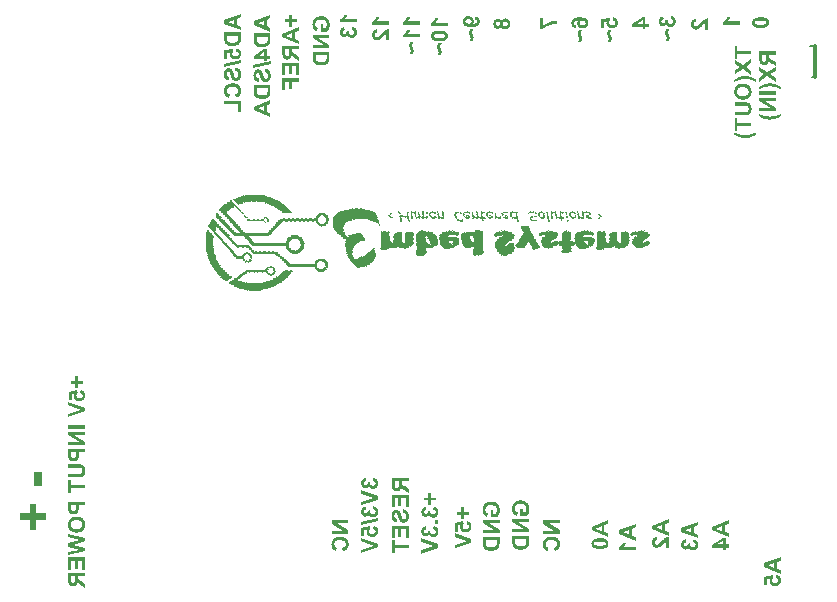
<source format=gbo>
G04*
G04 #@! TF.GenerationSoftware,Altium Limited,Altium Designer,20.0.13 (296)*
G04*
G04 Layer_Color=32896*
%FSLAX44Y44*%
%MOMM*%
G71*
G01*
G75*
%ADD11C,0.2000*%
%ADD13C,0.3000*%
G36*
X211176Y341273D02*
X213920D01*
Y340724D01*
X214468D01*
Y341273D01*
X215017D01*
Y340724D01*
X216663D01*
Y340176D01*
X219406D01*
Y339627D01*
X219955D01*
Y339078D01*
X221601D01*
Y338530D01*
X223247D01*
Y337981D01*
X223795D01*
Y337432D01*
X224344D01*
Y336884D01*
X224893D01*
Y337432D01*
X224344D01*
Y337981D01*
X224893D01*
Y337432D01*
X225441D01*
Y336884D01*
X225990D01*
Y336335D01*
X227636D01*
Y335786D01*
X228184D01*
Y335238D01*
X228733D01*
Y334689D01*
X229282D01*
Y334140D01*
X229830D01*
Y333592D01*
X231476D01*
Y333043D01*
X232025D01*
Y332495D01*
X232574D01*
Y331946D01*
X233122D01*
Y331397D01*
X233671D01*
Y330849D01*
X234219D01*
Y330300D01*
X234768D01*
Y329751D01*
X235317D01*
Y329203D01*
X235865D01*
Y328654D01*
X236414D01*
Y328105D01*
X236963D01*
Y327557D01*
X237511D01*
Y327008D01*
X238060D01*
Y326459D01*
X229830D01*
Y327008D01*
X229282D01*
Y327557D01*
X228184D01*
Y328105D01*
Y328654D01*
X226539D01*
Y329203D01*
X225990D01*
Y329751D01*
X225441D01*
Y330300D01*
X224893D01*
Y330849D01*
X223247D01*
Y331397D01*
X222698D01*
Y331946D01*
X221052D01*
Y332495D01*
X220503D01*
Y333043D01*
X218857D01*
Y333592D01*
X218309D01*
Y334140D01*
X216663D01*
Y334689D01*
X216114D01*
Y334140D01*
X215566D01*
Y334689D01*
X215017D01*
Y335238D01*
X214468D01*
Y334689D01*
X213920D01*
Y335238D01*
X211176D01*
Y335786D01*
X210628D01*
Y335238D01*
X210079D01*
Y335786D01*
X209530D01*
Y335238D01*
X208982D01*
Y335786D01*
X208433D01*
Y336335D01*
X207885D01*
Y335786D01*
X206239D01*
Y336335D01*
X205690D01*
Y335786D01*
X204044D01*
Y336335D01*
X203495D01*
Y335786D01*
X202947D01*
Y335238D01*
X202398D01*
Y335786D01*
X201849D01*
Y335238D01*
X201301D01*
Y335786D01*
X200752D01*
Y335238D01*
X198009D01*
Y334689D01*
X197460D01*
Y335238D01*
X196912D01*
Y334689D01*
X196363D01*
Y334140D01*
X194717D01*
Y333592D01*
X194168D01*
Y334140D01*
X193620D01*
Y333592D01*
X193071D01*
Y333043D01*
X192522D01*
Y333592D01*
X191974D01*
Y334140D01*
X191425D01*
Y334689D01*
X190877D01*
Y335238D01*
X190328D01*
Y335786D01*
X189779D01*
Y336335D01*
X189230D01*
Y336884D01*
X188682D01*
Y337432D01*
X188133D01*
Y337981D01*
X189230D01*
Y338530D01*
X190328D01*
Y339078D01*
X191974D01*
Y339627D01*
X192522D01*
Y340176D01*
X193071D01*
Y339627D01*
X193620D01*
Y340176D01*
X195266D01*
Y340724D01*
X196912D01*
Y341273D01*
X197460D01*
Y340724D01*
X198009D01*
Y341273D01*
X200752D01*
Y341822D01*
X201301D01*
Y341273D01*
X201849D01*
Y341822D01*
X202398D01*
Y341273D01*
X202947D01*
Y341822D01*
X208982D01*
Y341273D01*
X209530D01*
Y341822D01*
X210079D01*
Y341273D01*
X210628D01*
Y341822D01*
X211176D01*
Y341273D01*
D02*
G37*
G36*
X298411Y329751D02*
X300057D01*
Y329203D01*
X302800D01*
Y328654D01*
X303349D01*
Y329203D01*
X303898D01*
Y328654D01*
X304446D01*
Y328105D01*
X306092D01*
Y327557D01*
X306641D01*
Y327008D01*
X308287D01*
Y326459D01*
X308836D01*
Y325911D01*
X309384D01*
Y325362D01*
X308836D01*
Y324813D01*
X309384D01*
Y324265D01*
X309933D01*
Y323716D01*
Y323167D01*
Y322619D01*
X310481D01*
Y322070D01*
X309933D01*
Y321522D01*
X310481D01*
Y320973D01*
X311030D01*
Y320424D01*
X311579D01*
Y319876D01*
X311030D01*
Y319327D01*
X311579D01*
Y318778D01*
X312127D01*
Y318230D01*
Y317681D01*
Y317132D01*
X312676D01*
Y316584D01*
Y316035D01*
Y315486D01*
X312127D01*
Y316035D01*
X311579D01*
Y316584D01*
X311030D01*
Y317132D01*
X310481D01*
Y317681D01*
X308836D01*
Y318230D01*
X308287D01*
Y318778D01*
X306641D01*
Y319327D01*
X306092D01*
Y319876D01*
X304446D01*
Y320424D01*
X302800D01*
Y320973D01*
X300057D01*
Y321522D01*
X299508D01*
Y320973D01*
X298960D01*
Y321522D01*
X298411D01*
Y320973D01*
X297862D01*
Y321522D01*
X297314D01*
Y320973D01*
X296765D01*
Y321522D01*
X296217D01*
Y320973D01*
X295668D01*
Y321522D01*
X295119D01*
Y320973D01*
X291279D01*
Y320424D01*
X290730D01*
Y320973D01*
X290182D01*
Y320424D01*
X289633D01*
Y320973D01*
X289084D01*
Y320424D01*
X288535D01*
Y319876D01*
X285792D01*
Y319327D01*
X285244D01*
Y318778D01*
X284695D01*
Y318230D01*
X284146D01*
Y317681D01*
X282500D01*
Y317132D01*
X283049D01*
Y316584D01*
X282500D01*
Y316035D01*
X281952D01*
Y315486D01*
X281403D01*
Y314938D01*
X281952D01*
Y314389D01*
X281403D01*
Y313841D01*
X281952D01*
Y313292D01*
X281403D01*
Y312743D01*
X281952D01*
Y312195D01*
X281403D01*
Y311646D01*
X281952D01*
Y311097D01*
X281403D01*
Y310549D01*
X281952D01*
Y310000D01*
X282500D01*
Y309451D01*
X283049D01*
Y308903D01*
Y308354D01*
Y307805D01*
X283598D01*
Y307257D01*
X284146D01*
Y306708D01*
X284695D01*
Y306159D01*
X285244D01*
Y306708D01*
X285792D01*
Y306159D01*
X286341D01*
Y306708D01*
X285792D01*
Y307257D01*
X287438D01*
Y307805D01*
X289084D01*
Y308354D01*
X290730D01*
Y308903D01*
X292376D01*
Y309451D01*
X296217D01*
Y308903D01*
X296765D01*
Y308354D01*
X297314D01*
Y307805D01*
X297862D01*
Y307257D01*
Y306708D01*
Y306159D01*
X298411D01*
Y305611D01*
X298960D01*
Y305062D01*
X299508D01*
Y304513D01*
X298960D01*
Y303965D01*
X299508D01*
Y303416D01*
X300057D01*
Y302868D01*
X298411D01*
Y302319D01*
X297862D01*
Y302868D01*
X297314D01*
Y302319D01*
X295668D01*
Y301770D01*
X295119D01*
Y302319D01*
X294571D01*
Y301770D01*
Y301222D01*
X293473D01*
Y300673D01*
X292925D01*
Y300124D01*
X292376D01*
Y299576D01*
X291827D01*
Y299027D01*
X291279D01*
Y298478D01*
X290730D01*
Y297930D01*
X290182D01*
Y297381D01*
X290730D01*
Y296833D01*
X290182D01*
Y296284D01*
X289633D01*
Y295735D01*
Y295187D01*
Y294638D01*
X289084D01*
Y294089D01*
X289633D01*
Y293541D01*
X289084D01*
Y292992D01*
X289633D01*
Y292443D01*
X289084D01*
Y291895D01*
X289633D01*
Y291346D01*
X289084D01*
Y290797D01*
X289633D01*
Y290249D01*
X289084D01*
Y289700D01*
X289633D01*
Y289151D01*
Y288603D01*
X290182D01*
Y288054D01*
Y287505D01*
X292925D01*
Y288054D01*
X293473D01*
Y287505D01*
X294022D01*
Y288054D01*
X294571D01*
Y288603D01*
X296217D01*
Y289151D01*
X296765D01*
Y288603D01*
X297314D01*
Y289151D01*
X296765D01*
Y289700D01*
X297314D01*
Y289151D01*
X297862D01*
Y289700D01*
X298411D01*
Y290249D01*
X300057D01*
Y290797D01*
X300606D01*
Y291346D01*
X301154D01*
Y291895D01*
X301703D01*
Y292443D01*
X302252D01*
Y291895D01*
X302800D01*
Y292443D01*
X302252D01*
Y292992D01*
X303898D01*
Y293541D01*
X304446D01*
Y294089D01*
X304995D01*
Y294638D01*
X305544D01*
Y295187D01*
X306092D01*
Y295735D01*
X306641D01*
Y296284D01*
X307190D01*
Y296833D01*
X307738D01*
Y296284D01*
X308287D01*
Y295735D01*
X307738D01*
Y295187D01*
X308287D01*
Y294638D01*
Y294089D01*
Y293541D01*
Y292992D01*
Y292443D01*
X308836D01*
Y291895D01*
Y291346D01*
Y290797D01*
Y290249D01*
Y289700D01*
Y289151D01*
Y288603D01*
X308287D01*
Y288054D01*
Y287505D01*
Y286957D01*
X307738D01*
Y286408D01*
Y285860D01*
X306641D01*
Y285311D01*
Y284762D01*
X305544D01*
Y284214D01*
Y283665D01*
X304446D01*
Y283116D01*
X303898D01*
Y282568D01*
X303349D01*
Y282019D01*
X302800D01*
Y281470D01*
X302252D01*
Y282019D01*
X301703D01*
Y281470D01*
X301154D01*
Y280922D01*
X300606D01*
Y281470D01*
X300057D01*
Y280922D01*
X299508D01*
Y280373D01*
X296765D01*
Y279824D01*
X296217D01*
Y280373D01*
X295668D01*
Y279824D01*
X295119D01*
Y280373D01*
X294571D01*
Y279824D01*
X292925D01*
Y280373D01*
X292376D01*
Y280922D01*
X291827D01*
Y281470D01*
X291279D01*
Y282019D01*
X290730D01*
Y282568D01*
X290182D01*
Y283116D01*
X289633D01*
Y283665D01*
X289084D01*
Y284214D01*
X288535D01*
Y284762D01*
X287987D01*
Y285311D01*
Y285860D01*
X287438D01*
Y286408D01*
Y286957D01*
X286890D01*
Y287505D01*
X286341D01*
Y288054D01*
X285792D01*
Y288603D01*
X286341D01*
Y289151D01*
X285792D01*
Y289700D01*
X285244D01*
Y290249D01*
X284695D01*
Y290797D01*
X285244D01*
Y291346D01*
X284695D01*
Y291895D01*
X284146D01*
Y292443D01*
X284695D01*
Y292992D01*
X284146D01*
Y293541D01*
X283598D01*
Y294089D01*
X284146D01*
Y294638D01*
X283598D01*
Y295187D01*
X284146D01*
Y295735D01*
X283598D01*
Y296284D01*
Y296833D01*
Y297381D01*
X283049D01*
Y297930D01*
X283598D01*
Y298478D01*
X283049D01*
Y299027D01*
Y299576D01*
Y300124D01*
Y300673D01*
Y301222D01*
X283598D01*
Y301770D01*
X283049D01*
Y302319D01*
X283598D01*
Y302868D01*
Y303416D01*
Y303965D01*
X283049D01*
Y304513D01*
X281403D01*
Y305062D01*
X280854D01*
Y305611D01*
X280306D01*
Y306159D01*
X279757D01*
Y306708D01*
X279209D01*
Y307257D01*
X278660D01*
Y307805D01*
X277563D01*
Y308354D01*
Y308903D01*
X276465D01*
Y309451D01*
Y310000D01*
X275917D01*
Y310549D01*
X275368D01*
Y311097D01*
X274819D01*
Y311646D01*
X274271D01*
Y312195D01*
X273722D01*
Y312743D01*
Y313292D01*
Y313841D01*
X273173D01*
Y314389D01*
X272625D01*
Y314938D01*
X273173D01*
Y315486D01*
X272625D01*
Y316035D01*
Y316584D01*
Y317132D01*
Y317681D01*
Y318230D01*
Y318778D01*
Y319327D01*
Y319876D01*
Y320424D01*
Y320973D01*
Y321522D01*
X273173D01*
Y322070D01*
Y322619D01*
X273722D01*
Y323167D01*
Y323716D01*
X274271D01*
Y324265D01*
X274819D01*
Y324813D01*
X275368D01*
Y325362D01*
X275917D01*
Y325911D01*
X277563D01*
Y326459D01*
X277014D01*
Y327008D01*
X278660D01*
Y327557D01*
X280306D01*
Y328105D01*
X281952D01*
Y328654D01*
X282500D01*
Y329203D01*
X283049D01*
Y328654D01*
X283598D01*
Y329203D01*
X286341D01*
Y329751D01*
X286890D01*
Y329203D01*
X287438D01*
Y329751D01*
X289084D01*
Y330300D01*
X289633D01*
Y329751D01*
X290182D01*
Y330300D01*
X290730D01*
Y329751D01*
X291279D01*
Y330300D01*
X291827D01*
Y329751D01*
X292376D01*
Y330300D01*
X292925D01*
Y329751D01*
X293473D01*
Y330300D01*
X294022D01*
Y329751D01*
X294571D01*
Y330300D01*
X295119D01*
Y329751D01*
X295668D01*
Y330300D01*
X296217D01*
Y329751D01*
X296765D01*
Y330300D01*
X297314D01*
Y329751D01*
X297862D01*
Y330300D01*
X298411D01*
Y329751D01*
D02*
G37*
G36*
X488792Y327008D02*
X490437D01*
Y326459D01*
X490986D01*
Y325911D01*
X491535D01*
Y325362D01*
X490986D01*
Y324813D01*
Y324265D01*
X489889D01*
Y323716D01*
X489340D01*
Y323167D01*
X488792D01*
Y323716D01*
X488243D01*
Y323167D01*
Y322619D01*
X489340D01*
Y322070D01*
X489889D01*
Y322619D01*
X490437D01*
Y323167D01*
X490986D01*
Y322619D01*
X491535D01*
Y322070D01*
X492083D01*
Y321522D01*
X491535D01*
Y320973D01*
X489889D01*
Y321522D01*
X489340D01*
Y320973D01*
X488792D01*
Y321522D01*
X488243D01*
Y322070D01*
X487146D01*
Y322619D01*
Y323167D01*
X486597D01*
Y323716D01*
X487146D01*
Y324265D01*
X487694D01*
Y324813D01*
X489340D01*
Y325362D01*
X489889D01*
Y325911D01*
X489340D01*
Y326459D01*
X487694D01*
Y325911D01*
X487146D01*
Y326459D01*
X486597D01*
Y325911D01*
X486048D01*
Y326459D01*
X485500D01*
Y327008D01*
X487146D01*
Y327557D01*
X487694D01*
Y327008D01*
X488243D01*
Y327557D01*
X488792D01*
Y327008D01*
D02*
G37*
G36*
X475624D02*
X477270D01*
Y326459D01*
Y325911D01*
X478367D01*
Y325362D01*
X477819D01*
Y324813D01*
X478367D01*
Y324265D01*
Y323716D01*
Y323167D01*
Y322619D01*
Y322070D01*
X477819D01*
Y321522D01*
X477270D01*
Y322070D01*
X476721D01*
Y321522D01*
X475075D01*
Y322070D01*
X474527D01*
Y322619D01*
X473978D01*
Y323167D01*
X473429D01*
Y323716D01*
X472881D01*
Y324265D01*
X472332D01*
Y324813D01*
X472881D01*
Y325362D01*
Y325911D01*
Y326459D01*
X473429D01*
Y327008D01*
X473978D01*
Y327557D01*
X474527D01*
Y327008D01*
X475075D01*
Y327557D01*
X475624D01*
Y327008D01*
D02*
G37*
G36*
X466846D02*
X468492D01*
Y326459D01*
X467943D01*
Y325911D01*
X467394D01*
Y325362D01*
X466846D01*
Y325911D01*
Y326459D01*
X465748D01*
Y325911D01*
Y325362D01*
Y324813D01*
X466297D01*
Y324265D01*
X465748D01*
Y323716D01*
X466297D01*
Y323167D01*
Y322619D01*
X468492D01*
Y322070D01*
Y321522D01*
X467394D01*
Y320973D01*
X466846D01*
Y320424D01*
Y319876D01*
X465748D01*
Y320424D01*
Y320973D01*
Y321522D01*
X464102D01*
Y322070D01*
X463554D01*
Y322619D01*
X465200D01*
Y323167D01*
X464651D01*
Y323716D01*
X465200D01*
Y324265D01*
X464651D01*
Y324813D01*
Y325362D01*
Y325911D01*
Y326459D01*
Y327008D01*
X465200D01*
Y327557D01*
X465748D01*
Y327008D01*
X466297D01*
Y327557D01*
X466846D01*
Y327008D01*
D02*
G37*
G36*
X461359D02*
X461908D01*
Y326459D01*
X461359D01*
Y325911D01*
X461908D01*
Y325362D01*
X462457D01*
Y324813D01*
Y324265D01*
Y323716D01*
Y323167D01*
Y322619D01*
X463005D01*
Y322070D01*
X462457D01*
Y321522D01*
X461908D01*
Y322070D01*
X461359D01*
Y322619D01*
Y323167D01*
Y323716D01*
X460811D01*
Y324265D01*
X461359D01*
Y324813D01*
X460811D01*
Y325362D01*
Y325911D01*
Y326459D01*
X460262D01*
Y325911D01*
X459713D01*
Y326459D01*
X459165D01*
Y325911D01*
X458616D01*
Y326459D01*
X458067D01*
Y325911D01*
X458616D01*
Y325362D01*
X458067D01*
Y324813D01*
X458616D01*
Y324265D01*
X458067D01*
Y323716D01*
X458616D01*
Y323167D01*
X458067D01*
Y322619D01*
X458616D01*
Y322070D01*
X459165D01*
Y321522D01*
X458616D01*
Y320973D01*
X458067D01*
Y321522D01*
X457519D01*
Y322070D01*
X456970D01*
Y322619D01*
X457519D01*
Y323167D01*
X456970D01*
Y323716D01*
X457519D01*
Y324265D01*
X456970D01*
Y324813D01*
Y325362D01*
Y325911D01*
Y326459D01*
Y327008D01*
X457519D01*
Y327557D01*
X458067D01*
Y327008D01*
X458616D01*
Y327557D01*
X459165D01*
Y327008D01*
X459713D01*
Y327557D01*
X460262D01*
Y327008D01*
X460811D01*
Y327557D01*
X461359D01*
Y327008D01*
D02*
G37*
G36*
X449289D02*
X450935D01*
Y326459D01*
Y325911D01*
X452032D01*
Y325362D01*
X451483D01*
Y324813D01*
X452032D01*
Y324265D01*
Y323716D01*
Y323167D01*
Y322619D01*
Y322070D01*
X451483D01*
Y321522D01*
X450935D01*
Y322070D01*
X450386D01*
Y321522D01*
X448740D01*
Y322070D01*
X448192D01*
Y322619D01*
X447643D01*
Y323167D01*
X447094D01*
Y323716D01*
X446546D01*
Y324265D01*
X445997D01*
Y324813D01*
X446546D01*
Y325362D01*
Y325911D01*
Y326459D01*
X447094D01*
Y327008D01*
X447643D01*
Y327557D01*
X448192D01*
Y327008D01*
X448740D01*
Y327557D01*
X449289D01*
Y327008D01*
D02*
G37*
G36*
X442705D02*
X443254D01*
Y326459D01*
X443802D01*
Y325911D01*
X445448D01*
Y325362D01*
X444900D01*
Y324813D01*
X445448D01*
Y324265D01*
X444900D01*
Y323716D01*
X445448D01*
Y323167D01*
X444900D01*
Y322619D01*
X443254D01*
Y322070D01*
X442705D01*
Y322619D01*
X442156D01*
Y322070D01*
X440511D01*
Y321522D01*
X441059D01*
Y320973D01*
X441608D01*
Y320424D01*
X445448D01*
Y319876D01*
X444900D01*
Y319327D01*
X443254D01*
Y318778D01*
X442705D01*
Y319327D01*
X442156D01*
Y319876D01*
X440511D01*
Y320424D01*
X439962D01*
Y320973D01*
X439413D01*
Y321522D01*
Y322070D01*
Y322619D01*
X439962D01*
Y323167D01*
X440511D01*
Y323716D01*
X441059D01*
Y323167D01*
X441608D01*
Y323716D01*
X442156D01*
Y323167D01*
X442705D01*
Y323716D01*
X444351D01*
Y324265D01*
X443802D01*
Y324813D01*
X444351D01*
Y325362D01*
X443802D01*
Y325911D01*
X442156D01*
Y326459D01*
X439413D01*
Y325911D01*
X438865D01*
Y325362D01*
X437767D01*
Y325911D01*
Y326459D01*
X438316D01*
Y327008D01*
X439962D01*
Y327557D01*
X440511D01*
Y327008D01*
X441059D01*
Y327557D01*
X441608D01*
Y327008D01*
X442156D01*
Y327557D01*
X442705D01*
Y327008D01*
D02*
G37*
G36*
X426246D02*
X428989D01*
Y326459D01*
X428440D01*
Y325911D01*
Y325362D01*
Y324813D01*
X428989D01*
Y324265D01*
X428440D01*
Y323716D01*
X428989D01*
Y323167D01*
Y322619D01*
Y322070D01*
Y321522D01*
Y320973D01*
X429538D01*
Y320424D01*
X430086D01*
Y319876D01*
X429538D01*
Y319327D01*
X430086D01*
Y318778D01*
X429538D01*
Y318230D01*
X428989D01*
Y318778D01*
X428440D01*
Y319327D01*
X428989D01*
Y319876D01*
X428440D01*
Y320424D01*
Y320973D01*
Y321522D01*
X427892D01*
Y322070D01*
X427343D01*
Y321522D01*
X425697D01*
Y322070D01*
X425149D01*
Y321522D01*
X424600D01*
Y322070D01*
X424051D01*
Y322619D01*
X423503D01*
Y323167D01*
X422954D01*
Y323716D01*
Y324265D01*
Y324813D01*
X422405D01*
Y325362D01*
X422954D01*
Y325911D01*
Y326459D01*
Y327008D01*
X424600D01*
Y327557D01*
X425149D01*
Y327008D01*
X425697D01*
Y327557D01*
X426246D01*
Y327008D01*
D02*
G37*
G36*
X399911D02*
X401557D01*
Y326459D01*
X401008D01*
Y325911D01*
X400459D01*
Y326459D01*
X398814D01*
Y325911D01*
X399362D01*
Y325362D01*
X398814D01*
Y324813D01*
X399362D01*
Y324265D01*
X398814D01*
Y323716D01*
X399362D01*
Y323167D01*
X399911D01*
Y322619D01*
X401557D01*
Y322070D01*
X402105D01*
Y321522D01*
X401557D01*
Y320973D01*
X401008D01*
Y321522D01*
X400459D01*
Y320973D01*
X399911D01*
Y320424D01*
X400459D01*
Y319876D01*
X399911D01*
Y319327D01*
X399362D01*
Y319876D01*
X398814D01*
Y320424D01*
Y320973D01*
Y321522D01*
X397168D01*
Y322070D01*
X396619D01*
Y322619D01*
X398265D01*
Y323167D01*
Y323716D01*
Y324265D01*
X397716D01*
Y324813D01*
Y325362D01*
Y325911D01*
X398265D01*
Y326459D01*
X397716D01*
Y327008D01*
X398265D01*
Y327557D01*
X398814D01*
Y327008D01*
X399362D01*
Y327557D01*
X399911D01*
Y327008D01*
D02*
G37*
G36*
X386743D02*
X388389D01*
Y326459D01*
X388938D01*
Y325911D01*
X388389D01*
Y325362D01*
X387840D01*
Y325911D01*
X387292D01*
Y326459D01*
X384549D01*
Y325911D01*
X384000D01*
Y325362D01*
X384549D01*
Y324813D01*
X386195D01*
Y324265D01*
X386743D01*
Y323716D01*
X387292D01*
Y324265D01*
X386743D01*
Y324813D01*
X387292D01*
Y324265D01*
X387840D01*
Y323716D01*
X388389D01*
Y323167D01*
X388938D01*
Y322619D01*
X388389D01*
Y322070D01*
X387840D01*
Y321522D01*
X385097D01*
Y322070D01*
X384549D01*
Y322619D01*
X384000D01*
Y323167D01*
X383451D01*
Y323716D01*
X382903D01*
Y324265D01*
X382354D01*
Y324813D01*
X382903D01*
Y325362D01*
Y325911D01*
Y326459D01*
X383451D01*
Y327008D01*
X385097D01*
Y327557D01*
X385646D01*
Y327008D01*
X386195D01*
Y327557D01*
X386743D01*
Y327008D01*
D02*
G37*
G36*
X359311D02*
X359860D01*
Y326459D01*
X359311D01*
Y325911D01*
X359860D01*
Y325362D01*
X359311D01*
Y324813D01*
X359860D01*
Y324265D01*
X359311D01*
Y323716D01*
X359860D01*
Y323167D01*
Y322619D01*
X360408D01*
Y322070D01*
X359311D01*
Y321522D01*
X356568D01*
Y322070D01*
X356019D01*
Y322619D01*
X355470D01*
Y323167D01*
X354922D01*
Y323716D01*
X354373D01*
Y324265D01*
X353825D01*
Y324813D01*
X354373D01*
Y325362D01*
X353825D01*
Y325911D01*
X354373D01*
Y326459D01*
X354922D01*
Y327008D01*
X355470D01*
Y327557D01*
X356019D01*
Y327008D01*
X356568D01*
Y327557D01*
X357116D01*
Y327008D01*
X358762D01*
Y327557D01*
X359311D01*
Y327008D01*
D02*
G37*
G36*
X342851D02*
X343400D01*
Y326459D01*
X342851D01*
Y325911D01*
X343400D01*
Y325362D01*
Y324813D01*
Y324265D01*
Y323716D01*
Y323167D01*
X343949D01*
Y322619D01*
X344497D01*
Y322070D01*
X343949D01*
Y321522D01*
X343400D01*
Y322070D01*
X342851D01*
Y322619D01*
X342303D01*
Y323167D01*
Y323716D01*
Y324265D01*
Y324813D01*
Y325362D01*
X341754D01*
Y325911D01*
X341206D01*
Y326459D01*
X340657D01*
Y325911D01*
X340108D01*
Y326459D01*
X339560D01*
Y325911D01*
Y325362D01*
Y324813D01*
Y324265D01*
Y323716D01*
X340108D01*
Y323167D01*
X339560D01*
Y322619D01*
X340108D01*
Y322070D01*
Y321522D01*
Y320973D01*
X339560D01*
Y321522D01*
X339011D01*
Y322070D01*
X338462D01*
Y322619D01*
X339011D01*
Y323167D01*
X338462D01*
Y323716D01*
Y324265D01*
Y324813D01*
Y325362D01*
Y325911D01*
Y326459D01*
Y327008D01*
X339011D01*
Y327557D01*
X339560D01*
Y327008D01*
X340108D01*
Y327557D01*
X340657D01*
Y327008D01*
X342303D01*
Y327557D01*
X342851D01*
Y327008D01*
D02*
G37*
G36*
X444351Y326459D02*
X443802D01*
Y327008D01*
X444351D01*
Y326459D01*
D02*
G37*
G36*
X380708D02*
X381257D01*
Y325911D01*
X381805D01*
Y325362D01*
X381257D01*
Y324813D01*
X380708D01*
Y325362D01*
X380159D01*
Y325911D01*
X379611D01*
Y325362D01*
X379062D01*
Y325911D01*
X378513D01*
Y326459D01*
X377965D01*
Y325911D01*
X377416D01*
Y325362D01*
X376868D01*
Y324813D01*
X376319D01*
Y324265D01*
X376868D01*
Y323716D01*
X377416D01*
Y323167D01*
X376868D01*
Y322619D01*
X377416D01*
Y322070D01*
X377965D01*
Y321522D01*
X378513D01*
Y320973D01*
X379062D01*
Y320424D01*
X381805D01*
Y320973D01*
X382903D01*
Y320424D01*
Y319876D01*
Y319327D01*
Y318778D01*
X382354D01*
Y319327D01*
X381805D01*
Y318778D01*
X381257D01*
Y319327D01*
X380708D01*
Y318778D01*
X380159D01*
Y319327D01*
X379611D01*
Y319876D01*
X377965D01*
Y320424D01*
Y320973D01*
X376868D01*
Y321522D01*
Y322070D01*
X375770D01*
Y322619D01*
X376319D01*
Y323167D01*
X375770D01*
Y323716D01*
X375222D01*
Y324265D01*
Y324813D01*
Y325362D01*
X375770D01*
Y325911D01*
X376319D01*
Y326459D01*
X375770D01*
Y327008D01*
X379611D01*
Y326459D01*
X380159D01*
Y327008D01*
X380708D01*
Y326459D01*
D02*
G37*
G36*
X418565Y327008D02*
X421308D01*
Y326459D01*
Y325911D01*
Y325362D01*
X420759D01*
Y325911D01*
X420211D01*
Y326459D01*
X419662D01*
Y325911D01*
X419113D01*
Y326459D01*
X417467D01*
Y325911D01*
X416919D01*
Y325362D01*
X417467D01*
Y324813D01*
X419113D01*
Y324265D01*
X419662D01*
Y323716D01*
X421308D01*
Y323167D01*
Y322619D01*
Y322070D01*
X420759D01*
Y321522D01*
X420211D01*
Y322070D01*
X419662D01*
Y321522D01*
X419113D01*
Y320973D01*
X418565D01*
Y321522D01*
X418016D01*
Y322070D01*
X416370D01*
Y322619D01*
X416919D01*
Y323167D01*
X416370D01*
Y323716D01*
X415821D01*
Y324265D01*
X415273D01*
Y324813D01*
X415821D01*
Y325362D01*
X415273D01*
Y325911D01*
X415821D01*
Y326459D01*
X416370D01*
Y327008D01*
X418016D01*
Y327557D01*
X418565D01*
Y327008D01*
D02*
G37*
G36*
X405397D02*
X408140D01*
Y326459D01*
X408689D01*
Y325911D01*
X408140D01*
Y325362D01*
X407592D01*
Y325911D01*
X407043D01*
Y326459D01*
X406494D01*
Y325911D01*
X405946D01*
Y326459D01*
X404300D01*
Y325911D01*
X403751D01*
Y325362D01*
X404300D01*
Y324813D01*
X405946D01*
Y324265D01*
X406494D01*
Y323716D01*
X407043D01*
Y324265D01*
X407592D01*
Y323716D01*
X408140D01*
Y323167D01*
X408689D01*
Y322619D01*
X408140D01*
Y322070D01*
X407592D01*
Y321522D01*
X407043D01*
Y322070D01*
X406494D01*
Y321522D01*
X404849D01*
Y322070D01*
X403751D01*
Y322619D01*
Y323167D01*
X403203D01*
Y323716D01*
X402654D01*
Y324265D01*
X402105D01*
Y324813D01*
X402654D01*
Y325362D01*
X402105D01*
Y325911D01*
X402654D01*
Y326459D01*
X403203D01*
Y327008D01*
X404849D01*
Y327557D01*
X405397D01*
Y327008D01*
D02*
G37*
G36*
X484402D02*
X484951D01*
Y326459D01*
Y325911D01*
Y325362D01*
Y324813D01*
Y324265D01*
X485500D01*
Y323716D01*
Y323167D01*
Y322619D01*
Y322070D01*
X484951D01*
Y321522D01*
Y320973D01*
X484402D01*
Y321522D01*
X483854D01*
Y320973D01*
X483305D01*
Y321522D01*
X482756D01*
Y322070D01*
X481659D01*
Y321522D01*
Y320973D01*
X481110D01*
Y321522D01*
X480562D01*
Y322070D01*
X480013D01*
Y322619D01*
X480562D01*
Y323167D01*
X480013D01*
Y323716D01*
X480562D01*
Y324265D01*
X480013D01*
Y324813D01*
X479464D01*
Y325362D01*
X480013D01*
Y325911D01*
X479464D01*
Y326459D01*
Y327008D01*
Y327557D01*
X480013D01*
Y327008D01*
X480562D01*
Y326459D01*
X481110D01*
Y325911D01*
Y325362D01*
Y324813D01*
X481659D01*
Y324265D01*
X481110D01*
Y323716D01*
X482208D01*
Y323167D01*
Y322619D01*
X483854D01*
Y323167D01*
X484402D01*
Y323716D01*
X483854D01*
Y324265D01*
X483305D01*
Y324813D01*
X483854D01*
Y325362D01*
Y325911D01*
Y326459D01*
X483305D01*
Y327008D01*
X483854D01*
Y327557D01*
X484402D01*
Y327008D01*
D02*
G37*
G36*
X394424D02*
X395522D01*
Y326459D01*
Y325911D01*
Y325362D01*
Y324813D01*
X396070D01*
Y324265D01*
X395522D01*
Y323716D01*
X396070D01*
Y323167D01*
X395522D01*
Y322619D01*
X396070D01*
Y322070D01*
X395522D01*
Y321522D01*
X394973D01*
Y320973D01*
X394424D01*
Y321522D01*
X393876D01*
Y322070D01*
X393327D01*
Y321522D01*
X392778D01*
Y322070D01*
X392230D01*
Y321522D01*
X391681D01*
Y320973D01*
X391132D01*
Y321522D01*
X390584D01*
Y322070D01*
X391132D01*
Y322619D01*
X390584D01*
Y323167D01*
Y323716D01*
Y324265D01*
X390035D01*
Y324813D01*
X390584D01*
Y325362D01*
X390035D01*
Y325911D01*
Y326459D01*
Y327008D01*
X391681D01*
Y326459D01*
X391132D01*
Y325911D01*
X391681D01*
Y325362D01*
X391132D01*
Y324813D01*
X391681D01*
Y324265D01*
X392230D01*
Y323716D01*
X392778D01*
Y323167D01*
X393327D01*
Y322619D01*
X394973D01*
Y323167D01*
X394424D01*
Y323716D01*
Y324265D01*
Y324813D01*
X393876D01*
Y325362D01*
X394424D01*
Y325911D01*
X393876D01*
Y326459D01*
Y327008D01*
Y327557D01*
X394424D01*
Y327008D01*
D02*
G37*
G36*
X365895D02*
X366443D01*
Y326459D01*
Y325911D01*
Y325362D01*
Y324813D01*
Y324265D01*
X366992D01*
Y323716D01*
Y323167D01*
Y322619D01*
Y322070D01*
X366443D01*
Y321522D01*
Y320973D01*
X365895D01*
Y321522D01*
X365346D01*
Y320973D01*
X364797D01*
Y321522D01*
X364249D01*
Y322070D01*
X363151D01*
Y321522D01*
Y320973D01*
X362603D01*
Y321522D01*
X362054D01*
Y322070D01*
X361506D01*
Y322619D01*
X362054D01*
Y323167D01*
X361506D01*
Y323716D01*
X362054D01*
Y324265D01*
X361506D01*
Y324813D01*
X360957D01*
Y325362D01*
X361506D01*
Y325911D01*
X360957D01*
Y326459D01*
Y327008D01*
Y327557D01*
X361506D01*
Y327008D01*
X362054D01*
Y326459D01*
X362603D01*
Y325911D01*
Y325362D01*
Y324813D01*
X363151D01*
Y324265D01*
X362603D01*
Y323716D01*
X363700D01*
Y323167D01*
Y322619D01*
X365346D01*
Y323167D01*
X365895D01*
Y323716D01*
X365346D01*
Y324265D01*
Y324813D01*
Y325362D01*
Y325911D01*
Y326459D01*
X364797D01*
Y327008D01*
X365346D01*
Y327557D01*
X365895D01*
Y327008D01*
D02*
G37*
G36*
X348887Y327557D02*
X349435D01*
Y327008D01*
X349984D01*
Y326459D01*
X349435D01*
Y325911D01*
Y325362D01*
Y324813D01*
X349984D01*
Y324265D01*
X349435D01*
Y323716D01*
X349984D01*
Y323167D01*
X350533D01*
Y322619D01*
X352178D01*
Y323167D01*
X351630D01*
Y323716D01*
X352178D01*
Y324265D01*
X351630D01*
Y324813D01*
X352178D01*
Y325362D01*
X351630D01*
Y325911D01*
X352178D01*
Y326459D01*
X351630D01*
Y327008D01*
X352178D01*
Y327557D01*
X352727D01*
Y327008D01*
X353276D01*
Y326459D01*
X352727D01*
Y325911D01*
X353276D01*
Y325362D01*
X352727D01*
Y324813D01*
X353276D01*
Y324265D01*
X352727D01*
Y323716D01*
X353276D01*
Y323167D01*
X352727D01*
Y322619D01*
X353276D01*
Y322070D01*
X352727D01*
Y321522D01*
X351081D01*
Y322070D01*
X349435D01*
Y321522D01*
X348887D01*
Y320973D01*
X348338D01*
Y321522D01*
X347789D01*
Y322070D01*
X347241D01*
Y322619D01*
X346692D01*
Y323167D01*
X346143D01*
Y322619D01*
X346692D01*
Y322070D01*
Y321522D01*
Y320973D01*
X346143D01*
Y321522D01*
X345595D01*
Y322070D01*
X345046D01*
Y322619D01*
X345595D01*
Y323167D01*
X345046D01*
Y323716D01*
X345595D01*
Y324265D01*
X345046D01*
Y324813D01*
X344497D01*
Y325362D01*
Y325911D01*
Y326459D01*
Y327008D01*
Y327557D01*
X345046D01*
Y327008D01*
X345595D01*
Y326459D01*
Y325911D01*
Y325362D01*
X346143D01*
Y324813D01*
Y324265D01*
Y323716D01*
X347241D01*
Y323167D01*
Y322619D01*
X348887D01*
Y323167D01*
X348338D01*
Y323716D01*
X348887D01*
Y324265D01*
X348338D01*
Y324813D01*
Y325362D01*
Y325911D01*
Y326459D01*
Y327008D01*
X347789D01*
Y327557D01*
X348338D01*
Y328105D01*
X348887D01*
Y327557D01*
D02*
G37*
G36*
X470686Y326459D02*
X471235D01*
Y325911D01*
Y325362D01*
Y324813D01*
Y324265D01*
Y323716D01*
X471783D01*
Y323167D01*
X471235D01*
Y322619D01*
X471783D01*
Y322070D01*
X471235D01*
Y321522D01*
X470686D01*
Y322070D01*
X470137D01*
Y322619D01*
X470686D01*
Y323167D01*
X470137D01*
Y323716D01*
X470686D01*
Y324265D01*
X470137D01*
Y324813D01*
Y325362D01*
Y325911D01*
X469589D01*
Y326459D01*
Y327008D01*
X470686D01*
Y326459D01*
D02*
G37*
G36*
X322552Y325362D02*
X322003D01*
Y324813D01*
Y324265D01*
X320906D01*
Y323716D01*
X321454D01*
Y323167D01*
X322003D01*
Y322619D01*
X323649D01*
Y322070D01*
X323100D01*
Y321522D01*
X322552D01*
Y322070D01*
X320906D01*
Y322619D01*
Y323167D01*
X319808D01*
Y323716D01*
X319260D01*
Y324265D01*
X319808D01*
Y324813D01*
X320906D01*
Y325362D01*
Y325911D01*
X322552D01*
Y325362D01*
D02*
G37*
G36*
X498119D02*
X498667D01*
Y324813D01*
X499216D01*
Y324265D01*
X499764D01*
Y323716D01*
X500313D01*
Y323167D01*
X499764D01*
Y322619D01*
X499216D01*
Y322070D01*
X498667D01*
Y321522D01*
X498119D01*
Y320973D01*
X497570D01*
Y321522D01*
X497021D01*
Y322070D01*
X497570D01*
Y322619D01*
X498119D01*
Y323167D01*
X498667D01*
Y323716D01*
X498119D01*
Y324265D01*
X497570D01*
Y324813D01*
X497021D01*
Y325362D01*
X497570D01*
Y325911D01*
X498119D01*
Y325362D01*
D02*
G37*
G36*
X410335Y326459D02*
X410884D01*
Y325911D01*
Y325362D01*
Y324813D01*
X411432D01*
Y324265D01*
X410884D01*
Y323716D01*
X411432D01*
Y323167D01*
X411981D01*
Y322619D01*
X413627D01*
Y323167D01*
X414176D01*
Y323716D01*
X414724D01*
Y323167D01*
X415273D01*
Y322619D01*
Y322070D01*
Y321522D01*
X414724D01*
Y320973D01*
X414176D01*
Y321522D01*
X413627D01*
Y322070D01*
X413078D01*
Y321522D01*
X412530D01*
Y322070D01*
X410884D01*
Y321522D01*
X410335D01*
Y322070D01*
Y322619D01*
Y323167D01*
X409786D01*
Y323716D01*
X410335D01*
Y324265D01*
X409786D01*
Y324813D01*
X410335D01*
Y325362D01*
X409786D01*
Y325911D01*
Y326459D01*
Y327008D01*
X410335D01*
Y326459D01*
D02*
G37*
G36*
X472881Y319876D02*
X472332D01*
Y319327D01*
X471783D01*
Y318778D01*
X471235D01*
Y319327D01*
Y319876D01*
Y320424D01*
X472881D01*
Y319876D01*
D02*
G37*
G36*
X328587Y327008D02*
X329684D01*
Y326459D01*
Y325911D01*
X330233D01*
Y325362D01*
X329684D01*
Y324813D01*
X330233D01*
Y324265D01*
X330781D01*
Y323716D01*
X331330D01*
Y324265D01*
X331879D01*
Y323716D01*
X335719D01*
Y324265D01*
X335171D01*
Y324813D01*
X335719D01*
Y325362D01*
X335171D01*
Y325911D01*
Y326459D01*
Y327008D01*
X336816D01*
Y326459D01*
X336268D01*
Y325911D01*
Y325362D01*
Y324813D01*
X336816D01*
Y324265D01*
X336268D01*
Y323716D01*
X336816D01*
Y323167D01*
Y322619D01*
Y322070D01*
X337365D01*
Y321522D01*
Y320973D01*
Y320424D01*
X337914D01*
Y319876D01*
X337365D01*
Y319327D01*
X337914D01*
Y318778D01*
X336816D01*
Y319327D01*
Y319876D01*
X336268D01*
Y320424D01*
Y320973D01*
Y321522D01*
X335719D01*
Y322070D01*
X335171D01*
Y322619D01*
X334622D01*
Y322070D01*
X334073D01*
Y322619D01*
X333525D01*
Y323167D01*
X332976D01*
Y322619D01*
X332427D01*
Y323167D01*
X330781D01*
Y322619D01*
X330233D01*
Y322070D01*
X330781D01*
Y321522D01*
Y320973D01*
Y320424D01*
X331330D01*
Y319876D01*
X330781D01*
Y319327D01*
X331330D01*
Y318778D01*
X329684D01*
Y319327D01*
X330233D01*
Y319876D01*
X329684D01*
Y320424D01*
Y320973D01*
Y321522D01*
X329135D01*
Y322070D01*
Y322619D01*
Y323167D01*
X328587D01*
Y323716D01*
X329135D01*
Y324265D01*
X328587D01*
Y324813D01*
X329135D01*
Y325362D01*
X328587D01*
Y325911D01*
Y326459D01*
X328038D01*
Y327008D01*
Y327557D01*
X328587D01*
Y327008D01*
D02*
G37*
G36*
X454775Y326459D02*
Y325911D01*
Y325362D01*
Y324813D01*
X455324D01*
Y324265D01*
X454775D01*
Y323716D01*
X455324D01*
Y323167D01*
X455873D01*
Y322619D01*
X455324D01*
Y322070D01*
X455873D01*
Y321522D01*
Y320973D01*
Y320424D01*
X456421D01*
Y319876D01*
X455873D01*
Y319327D01*
X456421D01*
Y318778D01*
X455873D01*
Y318230D01*
X455324D01*
Y318778D01*
X454775D01*
Y319327D01*
X455324D01*
Y319876D01*
X454775D01*
Y320424D01*
Y320973D01*
Y321522D01*
X454227D01*
Y322070D01*
Y322619D01*
Y323167D01*
X453678D01*
Y323716D01*
X454227D01*
Y324265D01*
X453678D01*
Y324813D01*
X454227D01*
Y325362D01*
X453678D01*
Y325911D01*
Y326459D01*
X453129D01*
Y327008D01*
X454775D01*
Y326459D01*
D02*
G37*
G36*
X187036Y336335D02*
X187585D01*
Y335786D01*
X188133D01*
Y335238D01*
Y334689D01*
X188682D01*
Y334140D01*
X189230D01*
Y333592D01*
X189779D01*
Y333043D01*
X190328D01*
Y332495D01*
X190877D01*
Y331946D01*
X191425D01*
Y331397D01*
X191974D01*
Y330849D01*
X192522D01*
Y330300D01*
X193071D01*
Y329751D01*
X193620D01*
Y329203D01*
X194168D01*
Y328654D01*
X194717D01*
Y328105D01*
X195266D01*
Y327557D01*
Y327008D01*
X196363D01*
Y326459D01*
X195814D01*
Y325911D01*
X197460D01*
Y325362D01*
X196912D01*
Y324813D01*
X198557D01*
Y324265D01*
X198009D01*
Y323716D01*
X199106D01*
Y323167D01*
Y322619D01*
X200752D01*
Y322070D01*
X200203D01*
Y321522D01*
X200752D01*
Y320973D01*
X201301D01*
Y320424D01*
X201849D01*
Y320973D01*
X202398D01*
Y320424D01*
X202947D01*
Y320973D01*
X203495D01*
Y320424D01*
X204044D01*
Y320973D01*
X204593D01*
Y320424D01*
X205141D01*
Y320973D01*
X205690D01*
Y320424D01*
X206239D01*
Y320973D01*
X206787D01*
Y320424D01*
X207336D01*
Y320973D01*
X207885D01*
Y320424D01*
X208433D01*
Y320973D01*
X208982D01*
Y320424D01*
X209530D01*
Y320973D01*
X210079D01*
Y320424D01*
X210628D01*
Y320973D01*
X211176D01*
Y320424D01*
X211725D01*
Y320973D01*
X212274D01*
Y320424D01*
X212822D01*
Y320973D01*
X213371D01*
Y321522D01*
X213920D01*
Y322070D01*
X214468D01*
Y322619D01*
X216114D01*
Y323167D01*
X216663D01*
Y322619D01*
X217211D01*
Y322070D01*
X217760D01*
Y321522D01*
X218309D01*
Y320973D01*
Y320424D01*
Y319876D01*
X217760D01*
Y319327D01*
X218309D01*
Y318778D01*
X217760D01*
Y318230D01*
X216114D01*
Y317681D01*
X215566D01*
Y318230D01*
X213920D01*
Y318778D01*
Y319327D01*
Y319876D01*
X200203D01*
Y320424D01*
Y320973D01*
X199106D01*
Y321522D01*
X199655D01*
Y322070D01*
X198009D01*
Y322619D01*
X198557D01*
Y323167D01*
X197460D01*
Y323716D01*
Y324265D01*
X196912D01*
Y324813D01*
X196363D01*
Y325362D01*
X195814D01*
Y325911D01*
X195266D01*
Y326459D01*
X194717D01*
Y327008D01*
X194168D01*
Y327557D01*
X193620D01*
Y328105D01*
X193071D01*
Y328654D01*
X192522D01*
Y329203D01*
X191974D01*
Y329751D01*
X191425D01*
Y330300D01*
X190877D01*
Y330849D01*
X190328D01*
Y331397D01*
X189779D01*
Y331946D01*
X189230D01*
Y331397D01*
X188682D01*
Y330849D01*
X187036D01*
Y330300D01*
X186487D01*
Y329751D01*
X185939D01*
Y329203D01*
X185390D01*
Y328654D01*
X184293D01*
Y328105D01*
Y327557D01*
X182647D01*
Y327008D01*
Y326459D01*
Y325911D01*
X183195D01*
Y325362D01*
X183744D01*
Y324813D01*
X184293D01*
Y324265D01*
X184841D01*
Y323716D01*
X185390D01*
Y323167D01*
X185939D01*
Y322619D01*
X186487D01*
Y322070D01*
X187036D01*
Y321522D01*
X187585D01*
Y320973D01*
X188133D01*
Y320424D01*
X188682D01*
Y319876D01*
X189230D01*
Y319327D01*
X189779D01*
Y318778D01*
X190328D01*
Y318230D01*
X190877D01*
Y317681D01*
Y317132D01*
X191425D01*
Y316584D01*
X191974D01*
Y316035D01*
X192522D01*
Y315486D01*
Y314938D01*
X193620D01*
Y314389D01*
Y313841D01*
X194717D01*
Y313292D01*
Y312743D01*
X195266D01*
Y312195D01*
X195814D01*
Y311646D01*
X196363D01*
Y311097D01*
X196912D01*
Y310549D01*
X197460D01*
Y310000D01*
X198009D01*
Y309451D01*
X217760D01*
Y310000D01*
Y310549D01*
X218309D01*
Y311097D01*
X218857D01*
Y311646D01*
X219406D01*
Y312195D01*
X219955D01*
Y312743D01*
X220503D01*
Y313292D01*
X221052D01*
Y313841D01*
X221601D01*
Y314389D01*
X222149D01*
Y314938D01*
X222698D01*
Y315486D01*
X223247D01*
Y316035D01*
X223795D01*
Y316584D01*
X224344D01*
Y317132D01*
X224893D01*
Y317681D01*
Y318230D01*
X225990D01*
Y318778D01*
Y319327D01*
X227087D01*
Y319876D01*
X226539D01*
Y320424D01*
X228184D01*
Y320973D01*
X227636D01*
Y321522D01*
X229282D01*
Y322070D01*
X229830D01*
Y321522D01*
X230379D01*
Y322070D01*
X230928D01*
Y321522D01*
X231476D01*
Y322070D01*
X232025D01*
Y321522D01*
X232574D01*
Y322070D01*
X233122D01*
Y321522D01*
X233671D01*
Y322070D01*
X234219D01*
Y321522D01*
X234768D01*
Y322070D01*
X235317D01*
Y321522D01*
X235865D01*
Y322070D01*
X236414D01*
Y321522D01*
X236963D01*
Y322070D01*
X237511D01*
Y321522D01*
X238060D01*
Y322070D01*
X238609D01*
Y321522D01*
X239157D01*
Y322070D01*
X239706D01*
Y321522D01*
X240255D01*
Y322070D01*
X240803D01*
Y321522D01*
X241352D01*
Y322070D01*
X241901D01*
Y321522D01*
X242449D01*
Y322070D01*
X242998D01*
Y321522D01*
X243547D01*
Y322070D01*
X244095D01*
Y321522D01*
X244644D01*
Y322070D01*
X245192D01*
Y321522D01*
X245741D01*
Y322070D01*
X246290D01*
Y321522D01*
X246838D01*
Y322070D01*
X247387D01*
Y321522D01*
X247936D01*
Y322070D01*
X248484D01*
Y321522D01*
X249033D01*
Y322070D01*
X249582D01*
Y321522D01*
X250130D01*
Y322070D01*
X250679D01*
Y321522D01*
X251228D01*
Y322070D01*
X251776D01*
Y321522D01*
X252325D01*
Y322070D01*
X252873D01*
Y321522D01*
X253422D01*
Y322070D01*
X253971D01*
Y321522D01*
X254520D01*
Y322070D01*
X255068D01*
Y321522D01*
X255617D01*
Y322070D01*
X256165D01*
Y321522D01*
X256714D01*
Y322070D01*
X257263D01*
Y321522D01*
X257811D01*
Y322070D01*
X258360D01*
Y322619D01*
Y323167D01*
Y323716D01*
X258909D01*
Y324265D01*
X259457D01*
Y324813D01*
X260006D01*
Y325362D01*
X260555D01*
Y325911D01*
X263298D01*
Y326459D01*
X263846D01*
Y325911D01*
X266041D01*
Y325362D01*
X267138D01*
Y324813D01*
X267687D01*
Y324265D01*
X268236D01*
Y323716D01*
X268784D01*
Y323167D01*
Y322619D01*
Y322070D01*
X269333D01*
Y321522D01*
X268784D01*
Y320973D01*
X269333D01*
Y320424D01*
Y319876D01*
Y319327D01*
X268784D01*
Y318778D01*
Y318230D01*
Y317681D01*
X268236D01*
Y317132D01*
X267687D01*
Y316584D01*
X267138D01*
Y316035D01*
X266590D01*
Y315486D01*
X264944D01*
Y314938D01*
X264395D01*
Y315486D01*
X263846D01*
Y314938D01*
X263298D01*
Y314389D01*
X262749D01*
Y314938D01*
X262201D01*
Y315486D01*
X260555D01*
Y316035D01*
X260006D01*
Y316584D01*
X259457D01*
Y317132D01*
X258909D01*
Y317681D01*
X258360D01*
Y318230D01*
Y318778D01*
Y319327D01*
X257811D01*
Y318778D01*
X257263D01*
Y319327D01*
X256714D01*
Y318778D01*
X256165D01*
Y319327D01*
X255617D01*
Y318778D01*
X255068D01*
Y319327D01*
X254520D01*
Y318778D01*
X253971D01*
Y319327D01*
X253422D01*
Y318778D01*
X252873D01*
Y319327D01*
X252325D01*
Y318778D01*
X251776D01*
Y319327D01*
X251228D01*
Y318778D01*
X250679D01*
Y319327D01*
X250130D01*
Y318778D01*
X249582D01*
Y319327D01*
X249033D01*
Y318778D01*
X248484D01*
Y319327D01*
X247936D01*
Y318778D01*
X247387D01*
Y319327D01*
X246838D01*
Y318778D01*
X246290D01*
Y319327D01*
X245741D01*
Y318778D01*
X245192D01*
Y319327D01*
X244644D01*
Y318778D01*
X244095D01*
Y319327D01*
X243547D01*
Y318778D01*
X242998D01*
Y319327D01*
X242449D01*
Y318778D01*
X241901D01*
Y319327D01*
X241352D01*
Y318778D01*
X240803D01*
Y319327D01*
X240255D01*
Y318778D01*
X239706D01*
Y319327D01*
X239157D01*
Y318778D01*
X238609D01*
Y319327D01*
X238060D01*
Y318778D01*
X237511D01*
Y319327D01*
X236963D01*
Y318778D01*
X236414D01*
Y319327D01*
X235865D01*
Y318778D01*
X235317D01*
Y319327D01*
X234768D01*
Y318778D01*
X234219D01*
Y319327D01*
X233671D01*
Y318778D01*
X233122D01*
Y319327D01*
X232574D01*
Y318778D01*
X232025D01*
Y319327D01*
X231476D01*
Y318778D01*
X230928D01*
Y319327D01*
X230379D01*
Y318778D01*
X229282D01*
Y318230D01*
Y317681D01*
X228733D01*
Y317132D01*
X228184D01*
Y316584D01*
X227636D01*
Y316035D01*
X227087D01*
Y315486D01*
X226539D01*
Y314938D01*
X225990D01*
Y314389D01*
X225441D01*
Y313841D01*
X224893D01*
Y313292D01*
X224344D01*
Y312743D01*
X223795D01*
Y312195D01*
X223247D01*
Y311646D01*
X222698D01*
Y311097D01*
X222149D01*
Y310549D01*
X221601D01*
Y310000D01*
X221052D01*
Y309451D01*
Y308903D01*
X219955D01*
Y308354D01*
Y307805D01*
X218857D01*
Y307257D01*
Y306708D01*
X201301D01*
Y306159D01*
X201849D01*
Y305611D01*
X202398D01*
Y305062D01*
X202947D01*
Y304513D01*
X203495D01*
Y303965D01*
X204044D01*
Y303416D01*
X204593D01*
Y302868D01*
X205141D01*
Y302319D01*
Y301770D01*
X206239D01*
Y301222D01*
X206787D01*
Y300673D01*
X207336D01*
Y301222D01*
X207885D01*
Y300673D01*
X208433D01*
Y301222D01*
X208982D01*
Y300673D01*
X209530D01*
Y301222D01*
X210079D01*
Y300673D01*
X210628D01*
Y301222D01*
X211176D01*
Y300673D01*
X211725D01*
Y301222D01*
X212274D01*
Y300673D01*
X212822D01*
Y301222D01*
X213371D01*
Y300673D01*
X213920D01*
Y301222D01*
X214468D01*
Y300673D01*
X215017D01*
Y301222D01*
X215566D01*
Y300673D01*
X216114D01*
Y301222D01*
X216663D01*
Y300673D01*
X217211D01*
Y301222D01*
X217760D01*
Y300673D01*
X218309D01*
Y301222D01*
X218857D01*
Y300673D01*
X219406D01*
Y301222D01*
X219955D01*
Y300673D01*
X220503D01*
Y301222D01*
X221052D01*
Y300673D01*
X221601D01*
Y301222D01*
X222149D01*
Y300673D01*
X222698D01*
Y301222D01*
X223247D01*
Y300673D01*
X223795D01*
Y301222D01*
X224344D01*
Y300673D01*
X224893D01*
Y301222D01*
X225441D01*
Y300673D01*
X225990D01*
Y301222D01*
X226539D01*
Y300673D01*
X227087D01*
Y301222D01*
X227636D01*
Y300673D01*
X228184D01*
Y301222D01*
X228733D01*
Y300673D01*
X229282D01*
Y301222D01*
X229830D01*
Y300673D01*
X230379D01*
Y301222D01*
X230928D01*
Y300673D01*
X231476D01*
Y301222D01*
X232025D01*
Y300673D01*
X232574D01*
Y301222D01*
X233122D01*
Y301770D01*
Y302319D01*
Y302868D01*
X233671D01*
Y303416D01*
Y303965D01*
X234219D01*
Y304513D01*
Y305062D01*
X234768D01*
Y305611D01*
X235317D01*
Y306159D01*
X236963D01*
Y306708D01*
X237511D01*
Y307257D01*
X240255D01*
Y307805D01*
X240803D01*
Y307257D01*
X243547D01*
Y306708D01*
X244095D01*
Y306159D01*
X245741D01*
Y305611D01*
X246290D01*
Y305062D01*
X246838D01*
Y304513D01*
Y303965D01*
X247387D01*
Y303416D01*
Y302868D01*
X247936D01*
Y302319D01*
X248484D01*
Y301770D01*
Y301222D01*
Y300673D01*
X249033D01*
Y300124D01*
X248484D01*
Y299576D01*
Y299027D01*
Y298478D01*
Y297930D01*
Y297381D01*
X247936D01*
Y296833D01*
Y296284D01*
Y295735D01*
X247387D01*
Y295187D01*
X246838D01*
Y294638D01*
X246290D01*
Y294089D01*
X245741D01*
Y293541D01*
X245192D01*
Y292992D01*
X244644D01*
Y292443D01*
X242998D01*
Y291895D01*
X242449D01*
Y291346D01*
X241901D01*
Y291895D01*
X241352D01*
Y291346D01*
X239706D01*
Y291895D01*
X239157D01*
Y291346D01*
X238609D01*
Y291895D01*
X238060D01*
Y292443D01*
X236414D01*
Y292992D01*
X235865D01*
Y293541D01*
X235317D01*
Y294089D01*
X234768D01*
Y294638D01*
X234219D01*
Y295187D01*
X233671D01*
Y295735D01*
X233122D01*
Y296284D01*
Y296833D01*
Y297381D01*
X232574D01*
Y297930D01*
X232025D01*
Y298478D01*
X231476D01*
Y297930D01*
X230928D01*
Y298478D01*
X230379D01*
Y297930D01*
X229830D01*
Y298478D01*
X229282D01*
Y297930D01*
X228733D01*
Y298478D01*
X228184D01*
Y297930D01*
X227636D01*
Y298478D01*
X227087D01*
Y297930D01*
X226539D01*
Y298478D01*
X225990D01*
Y297930D01*
X224344D01*
Y298478D01*
X223795D01*
Y297930D01*
X222149D01*
Y298478D01*
X221601D01*
Y297930D01*
X219955D01*
Y298478D01*
X219406D01*
Y297930D01*
X217760D01*
Y298478D01*
X217211D01*
Y297930D01*
X215566D01*
Y298478D01*
X215017D01*
Y297930D01*
X213371D01*
Y298478D01*
X212822D01*
Y297930D01*
X211176D01*
Y298478D01*
X210628D01*
Y297930D01*
X208982D01*
Y298478D01*
X208433D01*
Y297930D01*
X206787D01*
Y298478D01*
X206239D01*
Y297930D01*
X204593D01*
Y298478D01*
Y299027D01*
X203495D01*
Y299576D01*
Y300124D01*
X202398D01*
Y300673D01*
Y301222D01*
X201301D01*
Y301770D01*
Y302319D01*
X200203D01*
Y302868D01*
X200752D01*
Y303416D01*
X199655D01*
Y303965D01*
Y304513D01*
X198557D01*
Y305062D01*
Y305611D01*
X198009D01*
Y306159D01*
X197460D01*
Y306708D01*
X188682D01*
Y307257D01*
Y307805D01*
X188133D01*
Y308354D01*
X187585D01*
Y308903D01*
X187036D01*
Y309451D01*
X186487D01*
Y310000D01*
X185939D01*
Y310549D01*
X185390D01*
Y311097D01*
X184841D01*
Y311646D01*
X184293D01*
Y312195D01*
X183744D01*
Y312743D01*
X183195D01*
Y313292D01*
X182647D01*
Y313841D01*
X182098D01*
Y314389D01*
X181549D01*
Y314938D01*
X181001D01*
Y315486D01*
X180452D01*
Y316035D01*
X179904D01*
Y316584D01*
X179355D01*
Y317132D01*
X178806D01*
Y317681D01*
X178258D01*
Y318230D01*
X177709D01*
Y318778D01*
X177160D01*
Y319327D01*
Y319876D01*
X176063D01*
Y320424D01*
Y320973D01*
X174966D01*
Y321522D01*
Y322070D01*
X173868D01*
Y322619D01*
Y323167D01*
X173320D01*
Y323716D01*
Y324265D01*
X172771D01*
Y324813D01*
X173320D01*
Y325362D01*
Y325911D01*
X174417D01*
Y326459D01*
X174966D01*
Y325911D01*
X175514D01*
Y325362D01*
X176063D01*
Y324813D01*
X176612D01*
Y324265D01*
Y323716D01*
X177709D01*
Y323167D01*
Y322619D01*
X178806D01*
Y322070D01*
X178258D01*
Y321522D01*
X179904D01*
Y320973D01*
X179355D01*
Y320424D01*
X181001D01*
Y319876D01*
X180452D01*
Y319327D01*
X181001D01*
Y318778D01*
X181549D01*
Y318230D01*
X182098D01*
Y317681D01*
X182647D01*
Y317132D01*
X183195D01*
Y316584D01*
X183744D01*
Y316035D01*
X184293D01*
Y315486D01*
X184841D01*
Y314938D01*
X185390D01*
Y314389D01*
X185939D01*
Y313841D01*
X186487D01*
Y313292D01*
X187036D01*
Y312743D01*
X187585D01*
Y312195D01*
X188133D01*
Y311646D01*
X188682D01*
Y311097D01*
X189230D01*
Y310549D01*
X189779D01*
Y310000D01*
X190328D01*
Y309451D01*
X194168D01*
Y310000D01*
X193620D01*
Y310549D01*
X193071D01*
Y311097D01*
X192522D01*
Y311646D01*
X191974D01*
Y312195D01*
X191425D01*
Y312743D01*
X190877D01*
Y313292D01*
X190328D01*
Y313841D01*
X189779D01*
Y314389D01*
X189230D01*
Y314938D01*
X188682D01*
Y315486D01*
X188133D01*
Y316035D01*
Y316584D01*
X187036D01*
Y317132D01*
X187585D01*
Y317681D01*
X185939D01*
Y318230D01*
X186487D01*
Y318778D01*
X185390D01*
Y319327D01*
Y319876D01*
X184293D01*
Y320424D01*
Y320973D01*
X183744D01*
Y321522D01*
X183195D01*
Y322070D01*
X182647D01*
Y322619D01*
X182098D01*
Y323167D01*
X181549D01*
Y323716D01*
X181001D01*
Y324265D01*
X180452D01*
Y324813D01*
X179904D01*
Y325362D01*
X179355D01*
Y325911D01*
X178806D01*
Y326459D01*
X178258D01*
Y327008D01*
X177709D01*
Y327557D01*
X177160D01*
Y328105D01*
X176612D01*
Y328654D01*
X176063D01*
Y329203D01*
X176612D01*
Y329751D01*
X177160D01*
Y330300D01*
X177709D01*
Y330849D01*
X178258D01*
Y331397D01*
X178806D01*
Y331946D01*
X179355D01*
Y332495D01*
X179904D01*
Y333043D01*
X180452D01*
Y333592D01*
X182098D01*
Y334140D01*
X182647D01*
Y334689D01*
X183195D01*
Y335238D01*
X183744D01*
Y335786D01*
X185390D01*
Y336335D01*
X185939D01*
Y336884D01*
X187036D01*
Y336335D01*
D02*
G37*
G36*
X437219Y314938D02*
X438865D01*
Y314389D01*
Y313841D01*
Y313292D01*
X439413D01*
Y312743D01*
X439962D01*
Y312195D01*
X439413D01*
Y311646D01*
X439962D01*
Y311097D01*
X440511D01*
Y310549D01*
X441059D01*
Y310000D01*
X440511D01*
Y309451D01*
X441059D01*
Y308903D01*
X441608D01*
Y308354D01*
X442156D01*
Y307805D01*
X441608D01*
Y307257D01*
X442156D01*
Y306708D01*
X442705D01*
Y306159D01*
X443254D01*
Y305611D01*
X442705D01*
Y305062D01*
X443254D01*
Y304513D01*
X443802D01*
Y303965D01*
X444351D01*
Y303416D01*
Y302868D01*
X444900D01*
Y302319D01*
Y301770D01*
X445448D01*
Y301222D01*
X445997D01*
Y300673D01*
X446546D01*
Y300124D01*
Y299576D01*
X447094D01*
Y299027D01*
Y298478D01*
X447643D01*
Y297930D01*
Y297381D01*
Y296833D01*
X447094D01*
Y296284D01*
X446546D01*
Y295735D01*
X444900D01*
Y295187D01*
X444351D01*
Y295735D01*
X443802D01*
Y295187D01*
X443254D01*
Y294638D01*
X442705D01*
Y295187D01*
X442156D01*
Y295735D01*
X441608D01*
Y295187D01*
X441059D01*
Y295735D01*
Y296284D01*
Y296833D01*
Y297381D01*
Y297930D01*
X440511D01*
Y298478D01*
Y299027D01*
Y299576D01*
X439962D01*
Y300124D01*
X439413D01*
Y300673D01*
Y301222D01*
X438865D01*
Y301770D01*
Y302319D01*
X438316D01*
Y301770D01*
X437767D01*
Y301222D01*
X437219D01*
Y300673D01*
Y300124D01*
X436670D01*
Y299576D01*
Y299027D01*
X436121D01*
Y298478D01*
Y297930D01*
X435573D01*
Y297381D01*
Y296833D01*
X433927D01*
Y296284D01*
X433378D01*
Y296833D01*
X432830D01*
Y296284D01*
X432281D01*
Y296833D01*
X431732D01*
Y296284D01*
X431184D01*
Y296833D01*
X428440D01*
Y297381D01*
X427892D01*
Y297930D01*
X426246D01*
Y297381D01*
X426794D01*
Y296833D01*
X426246D01*
Y296284D01*
X426794D01*
Y295735D01*
X426246D01*
Y295187D01*
X426794D01*
Y294638D01*
X426246D01*
Y294089D01*
Y293541D01*
X425149D01*
Y292992D01*
X424600D01*
Y292443D01*
X424051D01*
Y291895D01*
X422405D01*
Y291346D01*
X420759D01*
Y290797D01*
X420211D01*
Y290249D01*
X416370D01*
Y290797D01*
X415821D01*
Y290249D01*
X415273D01*
Y290797D01*
X414724D01*
Y291346D01*
X414176D01*
Y291895D01*
X413627D01*
Y292443D01*
X413078D01*
Y292992D01*
X412530D01*
Y293541D01*
X411981D01*
Y294089D01*
X411432D01*
Y294638D01*
X410884D01*
Y295187D01*
X411432D01*
Y295735D01*
X410884D01*
Y296284D01*
X410335D01*
Y296833D01*
X409786D01*
Y297381D01*
X410335D01*
Y297930D01*
X409786D01*
Y298478D01*
X410335D01*
Y299027D01*
X409786D01*
Y299576D01*
X410335D01*
Y300124D01*
X409786D01*
Y300673D01*
X410335D01*
Y301222D01*
Y301770D01*
X410884D01*
Y302319D01*
Y302868D01*
X411432D01*
Y303416D01*
X411981D01*
Y303965D01*
X412530D01*
Y304513D01*
X413078D01*
Y305062D01*
X413627D01*
Y305611D01*
X414176D01*
Y306159D01*
X415821D01*
Y306708D01*
X415273D01*
Y307257D01*
X414724D01*
Y306708D01*
X411981D01*
Y306159D01*
X410335D01*
Y306708D01*
X408689D01*
Y307257D01*
X409238D01*
Y307805D01*
X408689D01*
Y308354D01*
X409238D01*
Y308903D01*
X409786D01*
Y309451D01*
X410884D01*
Y310000D01*
X411981D01*
Y310549D01*
X413627D01*
Y311097D01*
X414176D01*
Y310549D01*
X414724D01*
Y311097D01*
X415273D01*
Y310549D01*
X415821D01*
Y311097D01*
X415273D01*
Y311646D01*
X415821D01*
Y311097D01*
X417467D01*
Y311646D01*
X418016D01*
Y311097D01*
X419662D01*
Y310549D01*
X420211D01*
Y311097D01*
X420759D01*
Y310549D01*
X422405D01*
Y310000D01*
X422954D01*
Y310549D01*
X423503D01*
Y310000D01*
X424051D01*
Y309451D01*
X424600D01*
Y308903D01*
X425149D01*
Y308354D01*
X425697D01*
Y307805D01*
X426246D01*
Y307257D01*
X426794D01*
Y306708D01*
X426246D01*
Y306159D01*
Y305611D01*
Y305062D01*
X425697D01*
Y304513D01*
X425149D01*
Y303965D01*
X424600D01*
Y303416D01*
X424051D01*
Y302868D01*
X423503D01*
Y302319D01*
X421857D01*
Y301770D01*
X421308D01*
Y301222D01*
X420759D01*
Y300673D01*
X420211D01*
Y300124D01*
X419113D01*
Y299576D01*
Y299027D01*
X418565D01*
Y298478D01*
X419113D01*
Y297930D01*
X419662D01*
Y297381D01*
X420211D01*
Y297930D01*
X419662D01*
Y298478D01*
X420211D01*
Y299027D01*
Y299576D01*
X421308D01*
Y300124D01*
X421857D01*
Y300673D01*
X425697D01*
Y300124D01*
Y299576D01*
Y299027D01*
X426246D01*
Y298478D01*
X426794D01*
Y299027D01*
X427343D01*
Y299576D01*
X427892D01*
Y300124D01*
X428440D01*
Y300673D01*
X428989D01*
Y301222D01*
X429538D01*
Y301770D01*
X430086D01*
Y302319D01*
Y302868D01*
Y303416D01*
X430635D01*
Y303965D01*
X431184D01*
Y304513D01*
Y305062D01*
X431732D01*
Y305611D01*
Y306159D01*
X432281D01*
Y306708D01*
X432830D01*
Y307257D01*
X433378D01*
Y307805D01*
X433927D01*
Y308354D01*
X434476D01*
Y308903D01*
X433927D01*
Y309451D01*
X434476D01*
Y310000D01*
X433927D01*
Y310549D01*
X433378D01*
Y311097D01*
X432830D01*
Y311646D01*
Y312195D01*
Y312743D01*
X432281D01*
Y313292D01*
X431732D01*
Y313841D01*
X432281D01*
Y314389D01*
X431732D01*
Y314938D01*
X432281D01*
Y315486D01*
X432830D01*
Y314938D01*
X436670D01*
Y315486D01*
X437219D01*
Y314938D01*
D02*
G37*
G36*
X488243Y311097D02*
X489889D01*
Y310549D01*
X490437D01*
Y311097D01*
X490986D01*
Y310549D01*
X492632D01*
Y310000D01*
X493181D01*
Y309451D01*
X493729D01*
Y308903D01*
Y308354D01*
Y307805D01*
X493181D01*
Y307257D01*
X492632D01*
Y306708D01*
X492083D01*
Y307257D01*
X491535D01*
Y306708D01*
X490986D01*
Y307257D01*
X490437D01*
Y307805D01*
X489889D01*
Y307257D01*
X489340D01*
Y307805D01*
X485500D01*
Y307257D01*
X484951D01*
Y306708D01*
X484402D01*
Y306159D01*
X486048D01*
Y305611D01*
X486597D01*
Y306159D01*
X487146D01*
Y305611D01*
X487694D01*
Y306159D01*
X488243D01*
Y305611D01*
X488792D01*
Y306159D01*
X489340D01*
Y305611D01*
X489889D01*
Y306159D01*
X490437D01*
Y305611D01*
X490986D01*
Y306159D01*
X491535D01*
Y305611D01*
X492083D01*
Y305062D01*
X492632D01*
Y305611D01*
X493181D01*
Y305062D01*
X493729D01*
Y304513D01*
X494278D01*
Y303965D01*
Y303416D01*
Y302868D01*
Y302319D01*
Y301770D01*
X493729D01*
Y301222D01*
Y300673D01*
Y300124D01*
X493181D01*
Y299576D01*
X492632D01*
Y299027D01*
Y298478D01*
Y297930D01*
X490986D01*
Y297381D01*
X490437D01*
Y297930D01*
X489889D01*
Y297381D01*
X489340D01*
Y296833D01*
X487694D01*
Y296284D01*
X487146D01*
Y295735D01*
X481110D01*
Y296284D01*
X480562D01*
Y296833D01*
X480013D01*
Y297381D01*
X479464D01*
Y297930D01*
X478916D01*
Y298478D01*
Y299027D01*
X478367D01*
Y299576D01*
Y300124D01*
X477819D01*
Y300673D01*
X477270D01*
Y300124D01*
Y299576D01*
Y299027D01*
X476721D01*
Y298478D01*
X476173D01*
Y299027D01*
X475624D01*
Y298478D01*
X475075D01*
Y297930D01*
X474527D01*
Y297381D01*
Y296833D01*
Y296284D01*
X475075D01*
Y295735D01*
X474527D01*
Y295187D01*
X475075D01*
Y294638D01*
X474527D01*
Y294089D01*
X475075D01*
Y293541D01*
X473429D01*
Y292992D01*
X472881D01*
Y292443D01*
X466846D01*
Y292992D01*
X466297D01*
Y293541D01*
X465748D01*
Y294089D01*
X466297D01*
Y294638D01*
X466846D01*
Y295187D01*
X467394D01*
Y295735D01*
X466846D01*
Y296284D01*
X467394D01*
Y296833D01*
X466846D01*
Y297381D01*
Y297930D01*
X465748D01*
Y298478D01*
X465200D01*
Y297930D01*
X464651D01*
Y298478D01*
X464102D01*
Y299027D01*
X463554D01*
Y299576D01*
X463005D01*
Y299027D01*
X462457D01*
Y298478D01*
X461908D01*
Y297930D01*
X460262D01*
Y297381D01*
X459713D01*
Y297930D01*
X459165D01*
Y297381D01*
X458616D01*
Y296833D01*
X456970D01*
Y296284D01*
X456421D01*
Y296833D01*
X455873D01*
Y296284D01*
X455324D01*
Y295735D01*
X454775D01*
Y296284D01*
X454227D01*
Y296833D01*
X453678D01*
Y296284D01*
X453129D01*
Y296833D01*
X451483D01*
Y297381D01*
X450935D01*
Y297930D01*
X450386D01*
Y298478D01*
X449838D01*
Y299027D01*
X449289D01*
Y299576D01*
Y300124D01*
Y300673D01*
X448740D01*
Y301222D01*
Y301770D01*
Y302319D01*
Y302868D01*
Y303416D01*
X449289D01*
Y303965D01*
X449838D01*
Y304513D01*
X449289D01*
Y305062D01*
X449838D01*
Y305611D01*
X450386D01*
Y306159D01*
X452032D01*
Y306708D01*
X452581D01*
Y307257D01*
X454227D01*
Y307805D01*
X451483D01*
Y307257D01*
X449838D01*
Y306708D01*
X447094D01*
Y307257D01*
X447643D01*
Y307805D01*
X447094D01*
Y308354D01*
X447643D01*
Y308903D01*
X447094D01*
Y309451D01*
X448740D01*
Y310000D01*
X449289D01*
Y310549D01*
X452032D01*
Y311097D01*
X452581D01*
Y310549D01*
X453129D01*
Y311097D01*
X453678D01*
Y310549D01*
X454227D01*
Y311097D01*
X454775D01*
Y310549D01*
X455324D01*
Y311097D01*
X454775D01*
Y311646D01*
X455324D01*
Y311097D01*
X456970D01*
Y311646D01*
X457519D01*
Y311097D01*
X459165D01*
Y310549D01*
X459713D01*
Y311097D01*
X460262D01*
Y310549D01*
X461908D01*
Y310000D01*
X462457D01*
Y309451D01*
X463005D01*
Y308903D01*
Y308354D01*
Y307805D01*
X463554D01*
Y307257D01*
X463005D01*
Y306708D01*
X462457D01*
Y306159D01*
X463005D01*
Y305611D01*
X462457D01*
Y305062D01*
X461908D01*
Y304513D01*
X460262D01*
Y303965D01*
X459713D01*
Y303416D01*
X458067D01*
Y302868D01*
Y302319D01*
X456970D01*
Y301770D01*
X457519D01*
Y301222D01*
X458067D01*
Y301770D01*
X459713D01*
Y302319D01*
X461359D01*
Y302868D01*
X463005D01*
Y302319D01*
X463554D01*
Y301770D01*
X464102D01*
Y302319D01*
X464651D01*
Y302868D01*
X465200D01*
Y302319D01*
X465748D01*
Y302868D01*
X466297D01*
Y303416D01*
X466846D01*
Y303965D01*
Y304513D01*
Y305062D01*
X466297D01*
Y305611D01*
X466846D01*
Y306159D01*
Y306708D01*
Y307257D01*
X466297D01*
Y307805D01*
X466846D01*
Y308354D01*
Y308903D01*
Y309451D01*
X467394D01*
Y310000D01*
X466846D01*
Y310549D01*
X468492D01*
Y311097D01*
X470137D01*
Y311646D01*
X470686D01*
Y311097D01*
X471235D01*
Y310549D01*
X471783D01*
Y311097D01*
X472332D01*
Y310549D01*
X473978D01*
Y310000D01*
Y309451D01*
Y308903D01*
X474527D01*
Y308354D01*
X473978D01*
Y307805D01*
Y307257D01*
Y306708D01*
Y306159D01*
Y305611D01*
Y305062D01*
Y304513D01*
Y303965D01*
Y303416D01*
X473429D01*
Y302868D01*
X475075D01*
Y302319D01*
X475624D01*
Y301770D01*
X477270D01*
Y301222D01*
X477819D01*
Y301770D01*
X477270D01*
Y302319D01*
Y302868D01*
Y303416D01*
Y303965D01*
Y304513D01*
X476721D01*
Y305062D01*
X477270D01*
Y305611D01*
Y306159D01*
Y306708D01*
Y307257D01*
X477819D01*
Y307805D01*
Y308354D01*
X478367D01*
Y308903D01*
X478916D01*
Y309451D01*
X479464D01*
Y310000D01*
X480013D01*
Y310549D01*
X480562D01*
Y310000D01*
X481110D01*
Y310549D01*
X482756D01*
Y311097D01*
X483305D01*
Y310549D01*
X483854D01*
Y311097D01*
X485500D01*
Y311646D01*
X486048D01*
Y311097D01*
X487694D01*
Y311646D01*
X488243D01*
Y311097D01*
D02*
G37*
G36*
X398265D02*
X399362D01*
Y310549D01*
X399911D01*
Y310000D01*
Y309451D01*
Y308903D01*
Y308354D01*
X399362D01*
Y307805D01*
X399911D01*
Y307257D01*
X399362D01*
Y306708D01*
X399911D01*
Y306159D01*
X399362D01*
Y305611D01*
Y305062D01*
Y304513D01*
Y303965D01*
Y303416D01*
Y302868D01*
Y302319D01*
Y301770D01*
Y301222D01*
Y300673D01*
Y300124D01*
Y299576D01*
Y299027D01*
Y298478D01*
Y297930D01*
X399911D01*
Y297381D01*
X399362D01*
Y296833D01*
X399911D01*
Y296284D01*
Y295735D01*
Y295187D01*
X400459D01*
Y294638D01*
X399911D01*
Y294089D01*
X400459D01*
Y293541D01*
X399911D01*
Y292992D01*
X400459D01*
Y292443D01*
X399911D01*
Y291895D01*
X400459D01*
Y291346D01*
X398814D01*
Y290797D01*
X398265D01*
Y291346D01*
X397716D01*
Y290797D01*
X396070D01*
Y290249D01*
X395522D01*
Y290797D01*
X394973D01*
Y290249D01*
X394424D01*
Y290797D01*
X393876D01*
Y290249D01*
X393327D01*
Y290797D01*
X392778D01*
Y290249D01*
X392230D01*
Y290797D01*
X391681D01*
Y291346D01*
X391132D01*
Y291895D01*
X391681D01*
Y292443D01*
X391132D01*
Y292992D01*
X391681D01*
Y293541D01*
Y294089D01*
Y294638D01*
X392230D01*
Y295187D01*
X391681D01*
Y295735D01*
X392230D01*
Y296284D01*
X391681D01*
Y296833D01*
X392230D01*
Y297381D01*
X391681D01*
Y297930D01*
X391132D01*
Y297381D01*
X390584D01*
Y296833D01*
X390035D01*
Y297381D01*
X389487D01*
Y296833D01*
X387840D01*
Y296284D01*
X387292D01*
Y296833D01*
X386743D01*
Y296284D01*
X386195D01*
Y296833D01*
X384549D01*
Y297381D01*
X384000D01*
Y297930D01*
X383451D01*
Y298478D01*
X382903D01*
Y299027D01*
Y299576D01*
Y300124D01*
X382354D01*
Y300673D01*
X381805D01*
Y301222D01*
Y301770D01*
Y302319D01*
X381257D01*
Y302868D01*
X381805D01*
Y303416D01*
X381257D01*
Y303965D01*
Y304513D01*
Y305062D01*
X380708D01*
Y305611D01*
X381257D01*
Y306159D01*
Y306708D01*
Y307257D01*
X381805D01*
Y307805D01*
X381257D01*
Y308354D01*
X381805D01*
Y308903D01*
X382354D01*
Y309451D01*
X384000D01*
Y310000D01*
X384549D01*
Y309451D01*
X385097D01*
Y310000D01*
X385646D01*
Y310549D01*
X389487D01*
Y310000D01*
X390035D01*
Y310549D01*
X390584D01*
Y310000D01*
X392230D01*
Y310549D01*
X392778D01*
Y311097D01*
X393327D01*
Y311646D01*
X397168D01*
Y311097D01*
X397716D01*
Y311646D01*
X398265D01*
Y311097D01*
D02*
G37*
G36*
X349984D02*
X351630D01*
Y310549D01*
X352178D01*
Y311097D01*
X352727D01*
Y310549D01*
X353276D01*
Y311097D01*
X353825D01*
Y310549D01*
X355470D01*
Y310000D01*
X357116D01*
Y309451D01*
X357665D01*
Y308903D01*
X358214D01*
Y308354D01*
X358762D01*
Y307805D01*
X359311D01*
Y307257D01*
X359860D01*
Y306708D01*
X360408D01*
Y306159D01*
Y305611D01*
Y305062D01*
X360957D01*
Y304513D01*
Y303965D01*
X361506D01*
Y303416D01*
Y302868D01*
X362054D01*
Y302319D01*
X361506D01*
Y301770D01*
X362054D01*
Y301222D01*
X361506D01*
Y300673D01*
Y300124D01*
Y299576D01*
X360957D01*
Y299027D01*
X360408D01*
Y298478D01*
X359860D01*
Y297930D01*
X359311D01*
Y297381D01*
X358762D01*
Y297930D01*
X358214D01*
Y297381D01*
X357665D01*
Y296833D01*
X356019D01*
Y296284D01*
X355470D01*
Y296833D01*
X354922D01*
Y296284D01*
X354373D01*
Y295735D01*
X353825D01*
Y296284D01*
X352178D01*
Y296833D01*
X351630D01*
Y296284D01*
X351081D01*
Y295735D01*
Y295187D01*
Y294638D01*
X351630D01*
Y294089D01*
X352178D01*
Y293541D01*
X351630D01*
Y292992D01*
X352178D01*
Y292443D01*
X351630D01*
Y291895D01*
Y291346D01*
X350533D01*
Y290797D01*
X349984D01*
Y290249D01*
X346143D01*
Y289700D01*
X345595D01*
Y290249D01*
X343949D01*
Y290797D01*
X342851D01*
Y291346D01*
Y291895D01*
X343400D01*
Y292443D01*
X342851D01*
Y292992D01*
X343400D01*
Y293541D01*
Y294089D01*
Y294638D01*
X343949D01*
Y295187D01*
Y295735D01*
Y296284D01*
Y296833D01*
Y297381D01*
Y297930D01*
Y298478D01*
X343400D01*
Y299027D01*
X343949D01*
Y299576D01*
X343400D01*
Y300124D01*
Y300673D01*
Y301222D01*
X343949D01*
Y301770D01*
X343400D01*
Y302319D01*
Y302868D01*
Y303416D01*
Y303965D01*
Y304513D01*
Y305062D01*
Y305611D01*
Y306159D01*
Y306708D01*
X342851D01*
Y307257D01*
X343400D01*
Y307805D01*
Y308354D01*
Y308903D01*
X343949D01*
Y309451D01*
X344497D01*
Y310000D01*
Y310549D01*
X345595D01*
Y311097D01*
X347241D01*
Y311646D01*
X347789D01*
Y311097D01*
X348338D01*
Y311646D01*
X348887D01*
Y311097D01*
X349435D01*
Y311646D01*
X349984D01*
Y311097D01*
D02*
G37*
G36*
X536524D02*
X537072D01*
Y310549D01*
X537621D01*
Y311097D01*
X538170D01*
Y310549D01*
X538718D01*
Y310000D01*
X539267D01*
Y309451D01*
X539816D01*
Y308903D01*
X540364D01*
Y308354D01*
X540913D01*
Y307805D01*
X540364D01*
Y307257D01*
X540913D01*
Y306708D01*
X540364D01*
Y306159D01*
X539816D01*
Y305611D01*
X539267D01*
Y305062D01*
X538718D01*
Y304513D01*
X538170D01*
Y303965D01*
X537621D01*
Y304513D01*
X537072D01*
Y303965D01*
X536524D01*
Y303416D01*
X535975D01*
Y302868D01*
X535426D01*
Y302319D01*
X534878D01*
Y301770D01*
X535426D01*
Y301222D01*
X535975D01*
Y301770D01*
X537621D01*
Y302319D01*
X538170D01*
Y302868D01*
X538718D01*
Y302319D01*
X539267D01*
Y302868D01*
X539816D01*
Y302319D01*
X540364D01*
Y301770D01*
X540913D01*
Y301222D01*
Y300673D01*
Y300124D01*
X540364D01*
Y299576D01*
Y299027D01*
X539267D01*
Y298478D01*
X538718D01*
Y297930D01*
X537072D01*
Y297381D01*
X535426D01*
Y296833D01*
X533781D01*
Y296284D01*
X533232D01*
Y296833D01*
X532683D01*
Y296284D01*
X532135D01*
Y295735D01*
X531586D01*
Y296284D01*
X531037D01*
Y296833D01*
X530489D01*
Y296284D01*
X529940D01*
Y296833D01*
X529391D01*
Y297381D01*
X528843D01*
Y297930D01*
X527197D01*
Y298478D01*
X527745D01*
Y299027D01*
X527197D01*
Y299576D01*
X526648D01*
Y300124D01*
X526099D01*
Y300673D01*
X526648D01*
Y301222D01*
X526099D01*
Y301770D01*
Y302319D01*
Y302868D01*
X526648D01*
Y303416D01*
X526099D01*
Y303965D01*
X526648D01*
Y304513D01*
X527197D01*
Y305062D01*
X527745D01*
Y305611D01*
X528294D01*
Y306159D01*
X528843D01*
Y306708D01*
X529391D01*
Y306159D01*
X529940D01*
Y306708D01*
X530489D01*
Y307257D01*
X531037D01*
Y307805D01*
X529391D01*
Y307257D01*
X528843D01*
Y307805D01*
X528294D01*
Y307257D01*
X527745D01*
Y306708D01*
X527197D01*
Y307257D01*
X526648D01*
Y306708D01*
X525002D01*
Y307257D01*
X524454D01*
Y307805D01*
X523905D01*
Y308354D01*
X524454D01*
Y308903D01*
X525002D01*
Y309451D01*
X525551D01*
Y310000D01*
X526099D01*
Y310549D01*
X526648D01*
Y310000D01*
X527197D01*
Y310549D01*
X528843D01*
Y311097D01*
X529391D01*
Y310549D01*
X529940D01*
Y311097D01*
X530489D01*
Y310549D01*
X531037D01*
Y311097D01*
X531586D01*
Y310549D01*
X532135D01*
Y311097D01*
X531586D01*
Y311646D01*
X532135D01*
Y311097D01*
X533781D01*
Y311646D01*
X534329D01*
Y311097D01*
X535975D01*
Y310549D01*
X536524D01*
Y311097D01*
X535975D01*
Y311646D01*
X536524D01*
Y311097D01*
D02*
G37*
G36*
X374124D02*
X375770D01*
Y310549D01*
X378513D01*
Y310000D01*
X379062D01*
Y309451D01*
Y308903D01*
Y308354D01*
X379611D01*
Y307805D01*
X379062D01*
Y307257D01*
X378513D01*
Y306708D01*
X376868D01*
Y307257D01*
X376319D01*
Y306708D01*
X375770D01*
Y307257D01*
X375222D01*
Y307805D01*
X371381D01*
Y307257D01*
X370832D01*
Y306708D01*
X370284D01*
Y306159D01*
X371930D01*
Y305611D01*
X372478D01*
Y306159D01*
X373027D01*
Y305611D01*
X373576D01*
Y306159D01*
X374124D01*
Y305611D01*
X374673D01*
Y306159D01*
X375222D01*
Y305611D01*
X375770D01*
Y306159D01*
X376319D01*
Y305611D01*
X376868D01*
Y306159D01*
X377416D01*
Y305611D01*
X377965D01*
Y305062D01*
X379611D01*
Y304513D01*
Y303965D01*
Y303416D01*
Y302868D01*
Y302319D01*
Y301770D01*
Y301222D01*
X379062D01*
Y300673D01*
Y300124D01*
Y299576D01*
X378513D01*
Y299027D01*
X377965D01*
Y298478D01*
X377416D01*
Y297930D01*
X375770D01*
Y297381D01*
X375222D01*
Y296833D01*
X373576D01*
Y296284D01*
X373027D01*
Y296833D01*
X372478D01*
Y296284D01*
X371930D01*
Y295735D01*
X366992D01*
Y296284D01*
X366443D01*
Y296833D01*
X365895D01*
Y297381D01*
X365346D01*
Y297930D01*
X364797D01*
Y298478D01*
X364249D01*
Y299027D01*
X363700D01*
Y299576D01*
Y300124D01*
Y300673D01*
X363151D01*
Y301222D01*
Y301770D01*
Y302319D01*
X362603D01*
Y302868D01*
X363151D01*
Y303416D01*
X362603D01*
Y303965D01*
X363151D01*
Y304513D01*
X362603D01*
Y305062D01*
Y305611D01*
Y306159D01*
X363151D01*
Y306708D01*
X362603D01*
Y307257D01*
X363151D01*
Y307805D01*
X363700D01*
Y308354D01*
X364249D01*
Y308903D01*
X364797D01*
Y309451D01*
X365346D01*
Y310000D01*
X365895D01*
Y310549D01*
X368638D01*
Y311097D01*
X369187D01*
Y310549D01*
X369735D01*
Y311097D01*
X371381D01*
Y311646D01*
X371930D01*
Y311097D01*
X373576D01*
Y310549D01*
X374124D01*
Y311097D01*
X373576D01*
Y311646D01*
X374124D01*
Y311097D01*
D02*
G37*
G36*
X317065D02*
X317614D01*
Y310549D01*
X318162D01*
Y311097D01*
X318711D01*
Y310549D01*
X319260D01*
Y311097D01*
X320357D01*
Y310549D01*
Y310000D01*
X320906D01*
Y309451D01*
X320357D01*
Y308903D01*
X320906D01*
Y308354D01*
X320357D01*
Y307805D01*
X320906D01*
Y307257D01*
X320357D01*
Y306708D01*
X320906D01*
Y306159D01*
Y305611D01*
Y305062D01*
Y304513D01*
Y303965D01*
Y303416D01*
Y302868D01*
X321454D01*
Y302319D01*
X322003D01*
Y301770D01*
X322552D01*
Y301222D01*
X323100D01*
Y300673D01*
X323649D01*
Y301222D01*
Y301770D01*
Y302319D01*
Y302868D01*
Y303416D01*
X324198D01*
Y303965D01*
X323649D01*
Y304513D01*
X324198D01*
Y305062D01*
X323649D01*
Y305611D01*
X324198D01*
Y306159D01*
X323649D01*
Y306708D01*
X324198D01*
Y307257D01*
X323649D01*
Y307805D01*
X324198D01*
Y308354D01*
Y308903D01*
X325295D01*
Y309451D01*
X326941D01*
Y310000D01*
X328587D01*
Y310549D01*
X329135D01*
Y310000D01*
X330781D01*
Y309451D01*
X331330D01*
Y308903D01*
X330781D01*
Y308354D01*
Y307805D01*
Y307257D01*
Y306708D01*
Y306159D01*
Y305611D01*
Y305062D01*
Y304513D01*
Y303965D01*
X331330D01*
Y303416D01*
X330781D01*
Y302868D01*
X331330D01*
Y302319D01*
Y301770D01*
X331879D01*
Y301222D01*
X332976D01*
Y300673D01*
X333525D01*
Y301222D01*
Y301770D01*
Y302319D01*
X334073D01*
Y302868D01*
Y303416D01*
Y303965D01*
Y304513D01*
Y305062D01*
X333525D01*
Y305611D01*
X334073D01*
Y306159D01*
X333525D01*
Y306708D01*
X334073D01*
Y307257D01*
X333525D01*
Y307805D01*
Y308354D01*
Y308903D01*
X334073D01*
Y309451D01*
X334622D01*
Y310000D01*
X335171D01*
Y310549D01*
X339011D01*
Y310000D01*
X339560D01*
Y310549D01*
X340108D01*
Y310000D01*
X340657D01*
Y309451D01*
X341206D01*
Y308903D01*
X340657D01*
Y308354D01*
X341206D01*
Y307805D01*
X340657D01*
Y307257D01*
X341206D01*
Y306708D01*
X340657D01*
Y306159D01*
X341206D01*
Y305611D01*
X340657D01*
Y305062D01*
X341206D01*
Y304513D01*
X340657D01*
Y303965D01*
X341206D01*
Y303416D01*
X340657D01*
Y302868D01*
X341206D01*
Y302319D01*
X340657D01*
Y301770D01*
X341206D01*
Y301222D01*
X340657D01*
Y300673D01*
X341206D01*
Y300124D01*
X340657D01*
Y299576D01*
X340108D01*
Y299027D01*
X339560D01*
Y298478D01*
X339011D01*
Y297930D01*
X338462D01*
Y297381D01*
X337914D01*
Y297930D01*
X337365D01*
Y297381D01*
X336816D01*
Y296833D01*
X335171D01*
Y296284D01*
X334622D01*
Y295735D01*
X334073D01*
Y296284D01*
X333525D01*
Y295735D01*
X332976D01*
Y296284D01*
X332427D01*
Y295735D01*
X331879D01*
Y296284D01*
X331330D01*
Y295735D01*
X330781D01*
Y296284D01*
X330233D01*
Y296833D01*
X328587D01*
Y297381D01*
X328038D01*
Y297930D01*
X327489D01*
Y297381D01*
X326941D01*
Y296833D01*
X326392D01*
Y297381D01*
X325844D01*
Y296833D01*
X324198D01*
Y296284D01*
X323649D01*
Y296833D01*
X323100D01*
Y296284D01*
X322552D01*
Y296833D01*
X320357D01*
Y296284D01*
Y295735D01*
X318711D01*
Y295187D01*
X318162D01*
Y294638D01*
X317614D01*
Y295187D01*
X317065D01*
Y294638D01*
X316516D01*
Y295187D01*
X315968D01*
Y294638D01*
X315419D01*
Y295187D01*
X314870D01*
Y294638D01*
X314322D01*
Y295187D01*
X313773D01*
Y294638D01*
X313225D01*
Y295187D01*
Y295735D01*
X312676D01*
Y296284D01*
Y296833D01*
X313225D01*
Y297381D01*
X313773D01*
Y297930D01*
X313225D01*
Y298478D01*
X313773D01*
Y299027D01*
X313225D01*
Y299576D01*
X313773D01*
Y300124D01*
Y300673D01*
Y301222D01*
Y301770D01*
Y302319D01*
Y302868D01*
Y303416D01*
X313225D01*
Y303965D01*
X313773D01*
Y304513D01*
Y305062D01*
Y305611D01*
X313225D01*
Y306159D01*
X313773D01*
Y306708D01*
X313225D01*
Y307257D01*
X313773D01*
Y307805D01*
X313225D01*
Y308354D01*
X313773D01*
Y308903D01*
X313225D01*
Y309451D01*
X313773D01*
Y310000D01*
X313225D01*
Y310549D01*
X313773D01*
Y311097D01*
X314322D01*
Y310549D01*
X314870D01*
Y311097D01*
X316516D01*
Y310549D01*
X317065D01*
Y311097D01*
X316516D01*
Y311646D01*
X317065D01*
Y311097D01*
D02*
G37*
G36*
X540913Y302319D02*
X540364D01*
Y302868D01*
X540913D01*
Y302319D01*
D02*
G37*
G36*
X499216Y311097D02*
X499764D01*
Y310549D01*
X500313D01*
Y311097D01*
X500862D01*
Y310549D01*
X501410D01*
Y311097D01*
X503056D01*
Y310549D01*
X503605D01*
Y310000D01*
X503056D01*
Y309451D01*
X503605D01*
Y308903D01*
X503056D01*
Y308354D01*
X503605D01*
Y307805D01*
X503056D01*
Y307257D01*
X503605D01*
Y306708D01*
X503056D01*
Y306159D01*
X503605D01*
Y305611D01*
X503056D01*
Y305062D01*
X503605D01*
Y304513D01*
X503056D01*
Y303965D01*
X503605D01*
Y303416D01*
Y302868D01*
X504154D01*
Y302319D01*
Y301770D01*
X504702D01*
Y301222D01*
X505251D01*
Y300673D01*
X505799D01*
Y301222D01*
X506348D01*
Y301770D01*
Y302319D01*
Y302868D01*
X506897D01*
Y303416D01*
X506348D01*
Y303965D01*
X506897D01*
Y304513D01*
X506348D01*
Y305062D01*
X506897D01*
Y305611D01*
X506348D01*
Y306159D01*
X506897D01*
Y306708D01*
X506348D01*
Y307257D01*
X506897D01*
Y307805D01*
X506348D01*
Y308354D01*
X506897D01*
Y308903D01*
X507445D01*
Y309451D01*
X509091D01*
Y310000D01*
X509640D01*
Y309451D01*
X510189D01*
Y310000D01*
X510737D01*
Y310549D01*
X511286D01*
Y310000D01*
X511835D01*
Y310549D01*
X512383D01*
Y310000D01*
X512932D01*
Y309451D01*
X513481D01*
Y308903D01*
X512932D01*
Y308354D01*
X513481D01*
Y307805D01*
X512932D01*
Y307257D01*
X513481D01*
Y306708D01*
X512932D01*
Y306159D01*
X513481D01*
Y305611D01*
X512932D01*
Y305062D01*
X513481D01*
Y304513D01*
Y303965D01*
Y303416D01*
Y302868D01*
Y302319D01*
X514029D01*
Y301770D01*
X514578D01*
Y301222D01*
X515126D01*
Y300673D01*
X515675D01*
Y301222D01*
X516224D01*
Y301770D01*
X516772D01*
Y302319D01*
X516224D01*
Y302868D01*
X516772D01*
Y303416D01*
X516224D01*
Y303965D01*
X516772D01*
Y304513D01*
X516224D01*
Y305062D01*
X516772D01*
Y305611D01*
X516224D01*
Y306159D01*
X516772D01*
Y306708D01*
X516224D01*
Y307257D01*
Y307805D01*
Y308354D01*
X516772D01*
Y308903D01*
X516224D01*
Y309451D01*
X516772D01*
Y310000D01*
X517321D01*
Y310549D01*
X520064D01*
Y311097D01*
X520613D01*
Y310549D01*
X522259D01*
Y310000D01*
X522808D01*
Y309451D01*
X523356D01*
Y308903D01*
Y308354D01*
Y307805D01*
Y307257D01*
Y306708D01*
Y306159D01*
Y305611D01*
X523905D01*
Y305062D01*
X523356D01*
Y304513D01*
X523905D01*
Y303965D01*
X523356D01*
Y303416D01*
X523905D01*
Y302868D01*
X523356D01*
Y302319D01*
Y301770D01*
Y301222D01*
Y300673D01*
Y300124D01*
X522808D01*
Y299576D01*
Y299027D01*
Y298478D01*
X522259D01*
Y297930D01*
X520613D01*
Y297381D01*
X520064D01*
Y296833D01*
X519516D01*
Y297381D01*
X518967D01*
Y296833D01*
X517321D01*
Y296284D01*
X516772D01*
Y295735D01*
X516224D01*
Y296284D01*
X515675D01*
Y295735D01*
X515126D01*
Y296284D01*
X514578D01*
Y295735D01*
X514029D01*
Y296284D01*
X513481D01*
Y296833D01*
X512932D01*
Y296284D01*
X512383D01*
Y296833D01*
X511835D01*
Y297381D01*
X511286D01*
Y297930D01*
X510737D01*
Y297381D01*
X510189D01*
Y297930D01*
X509640D01*
Y297381D01*
X509091D01*
Y296833D01*
X506348D01*
Y296284D01*
X505799D01*
Y296833D01*
X503056D01*
Y296284D01*
X502508D01*
Y295735D01*
X501959D01*
Y295187D01*
X501410D01*
Y295735D01*
X500862D01*
Y295187D01*
X500313D01*
Y294638D01*
X499764D01*
Y295187D01*
X499216D01*
Y294638D01*
X498667D01*
Y295187D01*
X498119D01*
Y294638D01*
X497570D01*
Y295187D01*
X497021D01*
Y294638D01*
X496473D01*
Y295187D01*
X495924D01*
Y295735D01*
X495375D01*
Y296284D01*
X495924D01*
Y296833D01*
X495375D01*
Y297381D01*
X495924D01*
Y297930D01*
Y298478D01*
X496473D01*
Y299027D01*
Y299576D01*
Y300124D01*
Y300673D01*
Y301222D01*
Y301770D01*
Y302319D01*
Y302868D01*
Y303416D01*
Y303965D01*
Y304513D01*
Y305062D01*
Y305611D01*
Y306159D01*
X495924D01*
Y306708D01*
X496473D01*
Y307257D01*
X495924D01*
Y307805D01*
Y308354D01*
Y308903D01*
Y309451D01*
Y310000D01*
Y310549D01*
X497021D01*
Y311097D01*
X498667D01*
Y311646D01*
X499216D01*
Y311097D01*
D02*
G37*
G36*
X221052Y280922D02*
X222698D01*
Y280373D01*
Y279824D01*
X223795D01*
Y279276D01*
X223247D01*
Y278727D01*
X223795D01*
Y278179D01*
X224344D01*
Y277630D01*
X223795D01*
Y277081D01*
X224344D01*
Y276532D01*
X223795D01*
Y275984D01*
Y275435D01*
Y274887D01*
X223247D01*
Y274338D01*
X222698D01*
Y273789D01*
X221052D01*
Y273241D01*
X220503D01*
Y273789D01*
X219955D01*
Y273241D01*
X219406D01*
Y273789D01*
X218857D01*
Y273241D01*
X218309D01*
Y273789D01*
X217760D01*
Y274338D01*
X217211D01*
Y274887D01*
X216663D01*
Y275435D01*
X216114D01*
Y275984D01*
X215566D01*
Y275435D01*
X215017D01*
Y275984D01*
X213371D01*
Y275435D01*
X212822D01*
Y275984D01*
X211176D01*
Y275435D01*
X210628D01*
Y275984D01*
X208982D01*
Y275435D01*
X208433D01*
Y275984D01*
X206787D01*
Y275435D01*
X206239D01*
Y275984D01*
X204593D01*
Y275435D01*
X204044D01*
Y275984D01*
X202398D01*
Y275435D01*
X201849D01*
Y275984D01*
X200203D01*
Y275435D01*
X199655D01*
Y274887D01*
X199106D01*
Y274338D01*
X198557D01*
Y273789D01*
X196912D01*
Y273241D01*
X196363D01*
Y272692D01*
X195814D01*
Y272143D01*
X195266D01*
Y271595D01*
X194717D01*
Y271046D01*
X194168D01*
Y270497D01*
X192522D01*
Y269949D01*
Y269400D01*
Y268852D01*
X194168D01*
Y268303D01*
X194717D01*
Y268852D01*
X195266D01*
Y268303D01*
X195814D01*
Y267754D01*
X198557D01*
Y267206D01*
X199106D01*
Y267754D01*
X199655D01*
Y267206D01*
X200203D01*
Y266657D01*
X200752D01*
Y267206D01*
X201301D01*
Y266657D01*
X201849D01*
Y267206D01*
X202398D01*
Y266657D01*
X210628D01*
Y267206D01*
X211176D01*
Y266657D01*
X211725D01*
Y267206D01*
X213371D01*
Y267754D01*
X216114D01*
Y268303D01*
X216663D01*
Y268852D01*
X217211D01*
Y268303D01*
X217760D01*
Y268852D01*
X219406D01*
Y269400D01*
X219955D01*
Y269949D01*
X221601D01*
Y270497D01*
X222149D01*
Y271046D01*
X223795D01*
Y271595D01*
X224344D01*
Y272143D01*
X224893D01*
Y272692D01*
X225441D01*
Y272143D01*
X225990D01*
Y272692D01*
X225441D01*
Y273241D01*
X227087D01*
Y273789D01*
X227636D01*
Y274338D01*
X228184D01*
Y274887D01*
X228733D01*
Y275435D01*
X229282D01*
Y275984D01*
X229830D01*
Y276532D01*
X230379D01*
Y277081D01*
X230928D01*
Y277630D01*
X231476D01*
Y277081D01*
X232025D01*
Y277630D01*
X232574D01*
Y277081D01*
X233122D01*
Y277630D01*
X233671D01*
Y277081D01*
X234219D01*
Y277630D01*
X234768D01*
Y277081D01*
X235317D01*
Y277630D01*
X235865D01*
Y277081D01*
X236414D01*
Y277630D01*
X236963D01*
Y277081D01*
X237511D01*
Y277630D01*
X238060D01*
Y277081D01*
X238609D01*
Y276532D01*
X238060D01*
Y275984D01*
X237511D01*
Y275435D01*
Y274887D01*
X236414D01*
Y274338D01*
Y273789D01*
X235317D01*
Y273241D01*
Y272692D01*
X234768D01*
Y272143D01*
Y271595D01*
X233122D01*
Y271046D01*
Y270497D01*
X232025D01*
Y269949D01*
Y269400D01*
X230928D01*
Y268852D01*
X230379D01*
Y268303D01*
X229830D01*
Y267754D01*
X229282D01*
Y267206D01*
X227636D01*
Y266657D01*
X227087D01*
Y266108D01*
X225441D01*
Y265560D01*
X224893D01*
Y265011D01*
X224344D01*
Y264462D01*
X223795D01*
Y265011D01*
X223247D01*
Y264462D01*
X222698D01*
Y263914D01*
X221052D01*
Y263365D01*
X220503D01*
Y262816D01*
X218857D01*
Y262268D01*
X218309D01*
Y262816D01*
X217760D01*
Y262268D01*
X217211D01*
Y261719D01*
X216663D01*
Y262268D01*
X216114D01*
Y261719D01*
X214468D01*
Y261170D01*
X213920D01*
Y261719D01*
X213371D01*
Y261170D01*
X211725D01*
Y260622D01*
X211176D01*
Y261170D01*
X210628D01*
Y260622D01*
X201301D01*
Y261170D01*
X200752D01*
Y260622D01*
X200203D01*
Y261170D01*
X198557D01*
Y261719D01*
X198009D01*
Y261170D01*
X197460D01*
Y261719D01*
X194717D01*
Y262268D01*
X194168D01*
Y262816D01*
X193620D01*
Y262268D01*
X193071D01*
Y262816D01*
X191425D01*
Y263365D01*
X190877D01*
Y263914D01*
X189230D01*
Y264462D01*
X188682D01*
Y265011D01*
X187036D01*
Y265560D01*
X186487D01*
Y266108D01*
X185939D01*
Y265560D01*
X185390D01*
Y266108D01*
X184841D01*
Y266657D01*
X184293D01*
Y267206D01*
X184841D01*
Y267754D01*
X185390D01*
Y268303D01*
X185939D01*
Y268852D01*
X187585D01*
Y269400D01*
X187036D01*
Y269949D01*
X188682D01*
Y270497D01*
X189230D01*
Y271046D01*
X190877D01*
Y271595D01*
X191425D01*
Y272143D01*
X191974D01*
Y272692D01*
X192522D01*
Y273241D01*
X193071D01*
Y273789D01*
X193620D01*
Y273241D01*
X194168D01*
Y273789D01*
X193620D01*
Y274338D01*
X195266D01*
Y274887D01*
X195814D01*
Y275435D01*
X196363D01*
Y275984D01*
X196912D01*
Y276532D01*
X198557D01*
Y277081D01*
X199106D01*
Y277630D01*
X199655D01*
Y278179D01*
X200203D01*
Y277630D01*
X200752D01*
Y278179D01*
X201301D01*
Y277630D01*
X201849D01*
Y278179D01*
X202398D01*
Y277630D01*
X202947D01*
Y278179D01*
X203495D01*
Y277630D01*
X204044D01*
Y278179D01*
X204593D01*
Y277630D01*
X205141D01*
Y278179D01*
X205690D01*
Y277630D01*
X206239D01*
Y278179D01*
X206787D01*
Y277630D01*
X207336D01*
Y278179D01*
X207885D01*
Y277630D01*
X208433D01*
Y278179D01*
X208982D01*
Y277630D01*
X209530D01*
Y278179D01*
X210079D01*
Y277630D01*
X210628D01*
Y278179D01*
X211176D01*
Y277630D01*
X211725D01*
Y278179D01*
X212274D01*
Y277630D01*
X212822D01*
Y278179D01*
X213371D01*
Y277630D01*
X213920D01*
Y278179D01*
X214468D01*
Y277630D01*
X215017D01*
Y278179D01*
X215566D01*
Y277630D01*
X216114D01*
Y278179D01*
X215566D01*
Y278727D01*
X216114D01*
Y279276D01*
X216663D01*
Y279824D01*
X217211D01*
Y280373D01*
X217760D01*
Y280922D01*
X219406D01*
Y281470D01*
X219955D01*
Y280922D01*
X220503D01*
Y281470D01*
X221052D01*
Y280922D01*
D02*
G37*
G36*
X239157Y277081D02*
X238609D01*
Y277630D01*
X239157D01*
Y277081D01*
D02*
G37*
G36*
X171674Y320973D02*
Y320424D01*
X172771D01*
Y319876D01*
Y319327D01*
X173320D01*
Y318778D01*
X173868D01*
Y318230D01*
X174417D01*
Y317681D01*
X174966D01*
Y317132D01*
X175514D01*
Y316584D01*
X176063D01*
Y316035D01*
X176612D01*
Y315486D01*
X177160D01*
Y314938D01*
X177709D01*
Y314389D01*
X178258D01*
Y313841D01*
X178806D01*
Y313292D01*
X179355D01*
Y312743D01*
X179904D01*
Y312195D01*
X180452D01*
Y311646D01*
X181001D01*
Y311097D01*
X181549D01*
Y310549D01*
X182098D01*
Y310000D01*
X182647D01*
Y309451D01*
X183195D01*
Y308903D01*
Y308354D01*
X184293D01*
Y307805D01*
Y307257D01*
X185390D01*
Y306708D01*
X184841D01*
Y306159D01*
X186487D01*
Y305611D01*
X185939D01*
Y305062D01*
X187585D01*
Y304513D01*
X187036D01*
Y303965D01*
X187585D01*
Y303416D01*
X188133D01*
Y302868D01*
X188682D01*
Y302319D01*
X189230D01*
Y301770D01*
X189779D01*
Y301222D01*
X190328D01*
Y300673D01*
X190877D01*
Y300124D01*
X191425D01*
Y299576D01*
X201849D01*
Y299027D01*
X201301D01*
Y298478D01*
X202947D01*
Y297930D01*
X202398D01*
Y297381D01*
X202947D01*
Y296833D01*
X203495D01*
Y296284D01*
X204044D01*
Y295735D01*
X204593D01*
Y295187D01*
X205141D01*
Y294638D01*
X205690D01*
Y294089D01*
X206239D01*
Y293541D01*
X206787D01*
Y294089D01*
X207336D01*
Y293541D01*
X207885D01*
Y294089D01*
X208433D01*
Y293541D01*
X208982D01*
Y294089D01*
X209530D01*
Y293541D01*
X210079D01*
Y294089D01*
X210628D01*
Y293541D01*
X211176D01*
Y294089D01*
X211725D01*
Y293541D01*
X212274D01*
Y294089D01*
X212822D01*
Y293541D01*
X213371D01*
Y294089D01*
X213920D01*
Y293541D01*
X214468D01*
Y294089D01*
X215017D01*
Y293541D01*
X215566D01*
Y294089D01*
X216114D01*
Y293541D01*
X216663D01*
Y294089D01*
X217211D01*
Y293541D01*
X217760D01*
Y294089D01*
X218309D01*
Y293541D01*
X218857D01*
Y294089D01*
X219406D01*
Y293541D01*
X219955D01*
Y294089D01*
X220503D01*
Y293541D01*
X221052D01*
Y294089D01*
X221601D01*
Y293541D01*
X222149D01*
Y294089D01*
X222698D01*
Y293541D01*
X223247D01*
Y294089D01*
X223795D01*
Y293541D01*
X224344D01*
Y294089D01*
X224893D01*
Y293541D01*
X225441D01*
Y292992D01*
X225990D01*
Y292443D01*
X226539D01*
Y291895D01*
X227087D01*
Y291346D01*
X227636D01*
Y290797D01*
X228184D01*
Y290249D01*
X228733D01*
Y289700D01*
X229830D01*
Y289151D01*
Y288603D01*
X230928D01*
Y288054D01*
X231476D01*
Y287505D01*
X232574D01*
Y286957D01*
Y286408D01*
X233671D01*
Y285860D01*
X234219D01*
Y285311D01*
X234768D01*
Y284762D01*
X235317D01*
Y284214D01*
X235865D01*
Y283665D01*
X236414D01*
Y283116D01*
X257263D01*
Y283665D01*
Y284214D01*
X257811D01*
Y284762D01*
Y285311D01*
X258909D01*
Y285860D01*
X258360D01*
Y286408D01*
X260006D01*
Y286957D01*
X260555D01*
Y287505D01*
X265492D01*
Y286957D01*
X266041D01*
Y286408D01*
X266590D01*
Y285860D01*
X267138D01*
Y285311D01*
X267687D01*
Y284762D01*
X268236D01*
Y284214D01*
Y283665D01*
Y283116D01*
X268784D01*
Y282568D01*
X268236D01*
Y282019D01*
X268784D01*
Y281470D01*
X268236D01*
Y280922D01*
X268784D01*
Y280373D01*
X268236D01*
Y279824D01*
X267687D01*
Y279276D01*
X267138D01*
Y278727D01*
X267687D01*
Y278179D01*
X266041D01*
Y277630D01*
Y277081D01*
X264944D01*
Y276532D01*
X264395D01*
Y275984D01*
X263846D01*
Y276532D01*
X263298D01*
Y275984D01*
X262749D01*
Y276532D01*
X262201D01*
Y275984D01*
X261652D01*
Y276532D01*
X261103D01*
Y277081D01*
X260555D01*
Y276532D01*
X260006D01*
Y277081D01*
X259457D01*
Y277630D01*
X258909D01*
Y278179D01*
X258360D01*
Y278727D01*
X257811D01*
Y279276D01*
X257263D01*
Y279824D01*
X257811D01*
Y280373D01*
X257263D01*
Y280922D01*
X256714D01*
Y280373D01*
X256165D01*
Y280922D01*
X255617D01*
Y280373D01*
X255068D01*
Y280922D01*
X254520D01*
Y280373D01*
X253971D01*
Y280922D01*
X253422D01*
Y280373D01*
X252873D01*
Y280922D01*
X252325D01*
Y280373D01*
X251776D01*
Y280922D01*
X251228D01*
Y280373D01*
X250679D01*
Y280922D01*
X249033D01*
Y280373D01*
X248484D01*
Y280922D01*
X247936D01*
Y280373D01*
X247387D01*
Y280922D01*
X246838D01*
Y280373D01*
X246290D01*
Y280922D01*
X245741D01*
Y280373D01*
X245192D01*
Y280922D01*
X244644D01*
Y280373D01*
X244095D01*
Y280922D01*
X243547D01*
Y280373D01*
X242998D01*
Y280922D01*
X242449D01*
Y280373D01*
X241901D01*
Y280922D01*
X240255D01*
Y280373D01*
X239706D01*
Y280922D01*
X239157D01*
Y280373D01*
X238609D01*
Y280922D01*
X238060D01*
Y280373D01*
X237511D01*
Y280922D01*
X236963D01*
Y280373D01*
X236414D01*
Y280922D01*
X235865D01*
Y280373D01*
X235317D01*
Y280922D01*
X234768D01*
Y281470D01*
X234219D01*
Y282019D01*
X233671D01*
Y282568D01*
X233122D01*
Y283116D01*
X232574D01*
Y283665D01*
X232025D01*
Y284214D01*
X231476D01*
Y284762D01*
X230928D01*
Y285311D01*
X230379D01*
Y285860D01*
X229830D01*
Y286408D01*
X229282D01*
Y286957D01*
X228733D01*
Y287505D01*
X228184D01*
Y288054D01*
X227636D01*
Y288603D01*
X227087D01*
Y289151D01*
X225990D01*
Y289700D01*
Y290249D01*
X224344D01*
Y290797D01*
X223795D01*
Y291346D01*
X204593D01*
Y291895D01*
X205141D01*
Y292443D01*
X204044D01*
Y292992D01*
Y293541D01*
X202947D01*
Y294089D01*
Y294638D01*
X202398D01*
Y295187D01*
X201849D01*
Y295735D01*
X201301D01*
Y296284D01*
X200752D01*
Y296833D01*
X200203D01*
Y297381D01*
X199655D01*
Y296833D01*
X199106D01*
Y297381D01*
X198557D01*
Y297930D01*
X198009D01*
Y297381D01*
X197460D01*
Y296833D01*
X196912D01*
Y297381D01*
X196363D01*
Y296833D01*
X195814D01*
Y297381D01*
X195266D01*
Y296833D01*
X194717D01*
Y297381D01*
X194168D01*
Y296833D01*
X193620D01*
Y297381D01*
X193071D01*
Y296833D01*
X192522D01*
Y297381D01*
X191974D01*
Y296833D01*
X191425D01*
Y297381D01*
X190877D01*
Y297930D01*
X189230D01*
Y298478D01*
X189779D01*
Y299027D01*
X188682D01*
Y299576D01*
Y300124D01*
X187585D01*
Y300673D01*
Y301222D01*
X187036D01*
Y301770D01*
X186487D01*
Y302319D01*
X185939D01*
Y302868D01*
X185390D01*
Y303416D01*
X184841D01*
Y303965D01*
X184293D01*
Y304513D01*
X183744D01*
Y305062D01*
X183195D01*
Y305611D01*
X182647D01*
Y306159D01*
X182098D01*
Y306708D01*
X181549D01*
Y307257D01*
X181001D01*
Y307805D01*
X180452D01*
Y308354D01*
X179904D01*
Y308903D01*
X179355D01*
Y309451D01*
X178806D01*
Y310000D01*
X178258D01*
Y310549D01*
X177709D01*
Y311097D01*
X177160D01*
Y311646D01*
X176612D01*
Y312195D01*
X176063D01*
Y312743D01*
X176612D01*
Y313292D01*
X174966D01*
Y313841D01*
Y314389D01*
X173868D01*
Y313841D01*
X173320D01*
Y313292D01*
Y312743D01*
Y312195D01*
X172771D01*
Y311646D01*
X173320D01*
Y311097D01*
X172771D01*
Y310549D01*
X173868D01*
Y310000D01*
Y309451D01*
X174966D01*
Y308903D01*
Y308354D01*
X175514D01*
Y307805D01*
X176063D01*
Y307257D01*
X176612D01*
Y306708D01*
X177160D01*
Y306159D01*
X177709D01*
Y305611D01*
X178258D01*
Y305062D01*
X178806D01*
Y304513D01*
X179355D01*
Y303965D01*
X179904D01*
Y303416D01*
Y302868D01*
X181001D01*
Y302319D01*
X180452D01*
Y301770D01*
X181549D01*
Y301222D01*
Y300673D01*
X182647D01*
Y300124D01*
Y299576D01*
X183195D01*
Y299027D01*
X183744D01*
Y298478D01*
X184293D01*
Y297930D01*
X184841D01*
Y297381D01*
X185390D01*
Y296833D01*
X185939D01*
Y296284D01*
X186487D01*
Y295735D01*
X187036D01*
Y295187D01*
X187585D01*
Y294638D01*
X188133D01*
Y294089D01*
X188682D01*
Y293541D01*
Y292992D01*
X189230D01*
Y292443D01*
X189779D01*
Y291895D01*
X190328D01*
Y291346D01*
Y290797D01*
X191425D01*
Y290249D01*
Y289700D01*
X196363D01*
Y290249D01*
X195814D01*
Y290797D01*
X196363D01*
Y291346D01*
X196912D01*
Y291895D01*
X197460D01*
Y292443D01*
X199106D01*
Y292992D01*
X200752D01*
Y292443D01*
X201301D01*
Y292992D01*
X201849D01*
Y292443D01*
X202398D01*
Y291895D01*
X202947D01*
Y291346D01*
X203495D01*
Y290797D01*
X204044D01*
Y290249D01*
Y289700D01*
Y289151D01*
X204593D01*
Y288603D01*
X204044D01*
Y288054D01*
Y287505D01*
Y286957D01*
X203495D01*
Y286408D01*
X204044D01*
Y285860D01*
X202947D01*
Y285311D01*
Y284762D01*
X201301D01*
Y284214D01*
X200752D01*
Y284762D01*
X200203D01*
Y284214D01*
X199655D01*
Y284762D01*
X199106D01*
Y284214D01*
X198557D01*
Y284762D01*
X198009D01*
Y285311D01*
X197460D01*
Y285860D01*
X196912D01*
Y286408D01*
X196363D01*
Y286957D01*
X195814D01*
Y287505D01*
X194168D01*
Y286957D01*
X193620D01*
Y287505D01*
X191974D01*
Y286957D01*
X191425D01*
Y287505D01*
X190877D01*
Y288054D01*
X190328D01*
Y288603D01*
X189779D01*
Y289151D01*
X189230D01*
Y289700D01*
Y290249D01*
X188133D01*
Y290797D01*
Y291346D01*
X187036D01*
Y291895D01*
Y292443D01*
X186487D01*
Y292992D01*
Y293541D01*
X185390D01*
Y294089D01*
Y294638D01*
X184841D01*
Y295187D01*
X184293D01*
Y295735D01*
X183744D01*
Y296284D01*
X183195D01*
Y296833D01*
X182647D01*
Y297381D01*
X182098D01*
Y297930D01*
X181549D01*
Y298478D01*
X181001D01*
Y299027D01*
X180452D01*
Y299576D01*
Y300124D01*
X179355D01*
Y300673D01*
Y301222D01*
X178806D01*
Y301770D01*
Y302319D01*
X178258D01*
Y302868D01*
X177709D01*
Y303416D01*
X177160D01*
Y303965D01*
X176612D01*
Y304513D01*
X176063D01*
Y305062D01*
X175514D01*
Y305611D01*
X174966D01*
Y306159D01*
X174417D01*
Y306708D01*
X173868D01*
Y307257D01*
X173320D01*
Y307805D01*
X172771D01*
Y308354D01*
Y308903D01*
X171674D01*
Y309451D01*
Y310000D01*
X170576D01*
Y310549D01*
X171125D01*
Y311097D01*
X170028D01*
Y311646D01*
Y312195D01*
X169479D01*
Y312743D01*
X168931D01*
Y313292D01*
X168382D01*
Y313841D01*
X167833D01*
Y314389D01*
X167285D01*
Y314938D01*
X167833D01*
Y315486D01*
X167285D01*
Y316035D01*
X167833D01*
Y316584D01*
X168382D01*
Y317132D01*
X168931D01*
Y317681D01*
X168382D01*
Y318230D01*
X168931D01*
Y318778D01*
X169479D01*
Y319327D01*
X170028D01*
Y319876D01*
X169479D01*
Y320424D01*
X170028D01*
Y320973D01*
X170576D01*
Y321522D01*
X171674D01*
Y320973D01*
D02*
G37*
G36*
X167285Y311646D02*
X167833D01*
Y311097D01*
Y310549D01*
X168931D01*
Y310000D01*
X168382D01*
Y309451D01*
X170028D01*
Y308903D01*
X169479D01*
Y308354D01*
X170028D01*
Y307805D01*
X170576D01*
Y307257D01*
X171125D01*
Y306708D01*
X171674D01*
Y306159D01*
Y305611D01*
Y305062D01*
X171125D01*
Y304513D01*
Y303965D01*
Y303416D01*
Y302868D01*
Y302319D01*
Y301770D01*
Y301222D01*
Y300673D01*
Y300124D01*
Y299576D01*
Y299027D01*
Y298478D01*
Y297930D01*
X171674D01*
Y297381D01*
X171125D01*
Y296833D01*
X171674D01*
Y296284D01*
Y295735D01*
Y295187D01*
Y294638D01*
Y294089D01*
X172222D01*
Y293541D01*
X171674D01*
Y292992D01*
X172222D01*
Y292443D01*
Y291895D01*
Y291346D01*
X172771D01*
Y290797D01*
X173320D01*
Y290249D01*
X172771D01*
Y289700D01*
X173320D01*
Y289151D01*
Y288603D01*
X173868D01*
Y288054D01*
Y287505D01*
X174417D01*
Y286957D01*
X173868D01*
Y286408D01*
X174417D01*
Y285860D01*
X174966D01*
Y285311D01*
X175514D01*
Y284762D01*
Y284214D01*
Y283665D01*
X176063D01*
Y283116D01*
X176612D01*
Y282568D01*
Y282019D01*
X177709D01*
Y281470D01*
X177160D01*
Y280922D01*
X177709D01*
Y280373D01*
X178258D01*
Y279824D01*
X178806D01*
Y279276D01*
X179355D01*
Y278727D01*
X179904D01*
Y278179D01*
X180452D01*
Y277630D01*
X181001D01*
Y277081D01*
X181549D01*
Y276532D01*
X182098D01*
Y275984D01*
X182647D01*
Y275435D01*
X183195D01*
Y274887D01*
X183744D01*
Y274338D01*
X184293D01*
Y273789D01*
X184841D01*
Y273241D01*
X186487D01*
Y272692D01*
X187036D01*
Y272143D01*
X187585D01*
Y271595D01*
X187036D01*
Y271046D01*
X186487D01*
Y270497D01*
X184841D01*
Y269949D01*
X184293D01*
Y269400D01*
X183744D01*
Y268852D01*
X183195D01*
Y268303D01*
X181549D01*
Y268852D01*
X181001D01*
Y269400D01*
X180452D01*
Y269949D01*
X179904D01*
Y270497D01*
X178806D01*
Y271046D01*
Y271595D01*
X177160D01*
Y272143D01*
X177709D01*
Y272692D01*
X176612D01*
Y273241D01*
Y273789D01*
X175514D01*
Y274338D01*
Y274887D01*
X174966D01*
Y275435D01*
X174417D01*
Y275984D01*
X173868D01*
Y276532D01*
X173320D01*
Y277081D01*
X172771D01*
Y277630D01*
X172222D01*
Y278179D01*
X171674D01*
Y278727D01*
Y279276D01*
Y279824D01*
X171125D01*
Y280373D01*
X170576D01*
Y280922D01*
X170028D01*
Y281470D01*
Y282019D01*
Y282568D01*
X169479D01*
Y283116D01*
X168931D01*
Y283665D01*
Y284214D01*
Y284762D01*
X168382D01*
Y285311D01*
X167833D01*
Y285860D01*
Y286408D01*
Y286957D01*
X167285D01*
Y287505D01*
Y288054D01*
Y288603D01*
X166736D01*
Y289151D01*
Y289700D01*
Y290249D01*
X166187D01*
Y290797D01*
X166736D01*
Y291346D01*
X166187D01*
Y291895D01*
Y292443D01*
Y292992D01*
X165639D01*
Y293541D01*
Y294089D01*
Y294638D01*
Y295187D01*
Y295735D01*
X165090D01*
Y296284D01*
X165639D01*
Y296833D01*
X165090D01*
Y297381D01*
X165639D01*
Y297930D01*
X165090D01*
Y298478D01*
Y299027D01*
Y299576D01*
Y300124D01*
Y300673D01*
Y301222D01*
Y301770D01*
Y302319D01*
Y302868D01*
Y303416D01*
Y303965D01*
X165639D01*
Y304513D01*
X165090D01*
Y305062D01*
X165639D01*
Y305611D01*
X165090D01*
Y306159D01*
X165639D01*
Y306708D01*
X165090D01*
Y307257D01*
X165639D01*
Y307805D01*
Y308354D01*
Y308903D01*
Y309451D01*
Y310000D01*
X166187D01*
Y310549D01*
Y311097D01*
Y311646D01*
X166736D01*
Y312195D01*
X167285D01*
Y311646D01*
D02*
G37*
G36*
X26066Y94921D02*
X19911D01*
Y107000D01*
X26066D01*
Y94921D01*
D02*
G37*
G36*
X21716Y71921D02*
X30000D01*
Y66321D01*
X21716D01*
Y57898D01*
X15977D01*
Y66321D01*
X7694D01*
Y71921D01*
X15977D01*
Y80297D01*
X21716D01*
Y71921D01*
D02*
G37*
G36*
X57059Y184317D02*
X60701D01*
Y181856D01*
X57059D01*
Y178153D01*
X54536D01*
Y181856D01*
X50894D01*
Y184317D01*
X54536D01*
Y188000D01*
X57059D01*
Y184317D01*
D02*
G37*
G36*
X59480Y176383D02*
X59785Y176322D01*
X60335Y176118D01*
X60823Y175895D01*
X61027Y175772D01*
X61230Y175630D01*
X61393Y175508D01*
X61535Y175406D01*
X61657Y175284D01*
X61779Y175203D01*
X61861Y175121D01*
X61922Y175060D01*
X61942Y175020D01*
X61962Y174999D01*
X62146Y174755D01*
X62308Y174511D01*
X62451Y174247D01*
X62552Y173982D01*
X62756Y173433D01*
X62878Y172944D01*
X62919Y172700D01*
X62939Y172497D01*
X62959Y172293D01*
X62980Y172131D01*
X63000Y171988D01*
Y171805D01*
X62980Y171357D01*
X62919Y170930D01*
X62837Y170544D01*
X62715Y170177D01*
X62573Y169832D01*
X62410Y169526D01*
X62247Y169242D01*
X62064Y168977D01*
X61901Y168753D01*
X61739Y168550D01*
X61576Y168367D01*
X61433Y168224D01*
X61311Y168123D01*
X61230Y168041D01*
X61169Y168001D01*
X61149Y167980D01*
X60884Y167797D01*
X60620Y167634D01*
X60355Y167512D01*
X60070Y167390D01*
X59541Y167207D01*
X59053Y167085D01*
X58850Y167044D01*
X58646Y167024D01*
X58463Y166983D01*
X58300D01*
X58178Y166963D01*
X58097D01*
X58036D01*
X58015D01*
X57629Y166983D01*
X57263Y167024D01*
X56917Y167085D01*
X56591Y167166D01*
X56306Y167248D01*
X56021Y167370D01*
X55757Y167472D01*
X55533Y167593D01*
X55330Y167716D01*
X55147Y167817D01*
X54984Y167939D01*
X54862Y168021D01*
X54760Y168102D01*
X54679Y168163D01*
X54638Y168204D01*
X54618Y168224D01*
X54394Y168468D01*
X54190Y168713D01*
X54007Y168977D01*
X53844Y169242D01*
X53723Y169486D01*
X53621Y169750D01*
X53458Y170218D01*
X53397Y170442D01*
X53356Y170645D01*
X53336Y170828D01*
X53316Y170971D01*
X53295Y171093D01*
Y171276D01*
X53316Y171622D01*
X53377Y171968D01*
X53438Y172273D01*
X53519Y172558D01*
X53621Y172782D01*
X53682Y172965D01*
X53743Y173087D01*
X53763Y173107D01*
Y173127D01*
X51362Y172700D01*
Y167593D01*
X48840D01*
Y174735D01*
X56184Y176118D01*
X56489Y173941D01*
X56306Y173758D01*
X56144Y173575D01*
X56001Y173392D01*
X55879Y173209D01*
X55696Y172863D01*
X55574Y172537D01*
X55513Y172253D01*
X55472Y172049D01*
X55452Y171968D01*
Y171846D01*
X55472Y171520D01*
X55554Y171215D01*
X55655Y170951D01*
X55777Y170727D01*
X55920Y170564D01*
X56021Y170422D01*
X56103Y170340D01*
X56123Y170320D01*
X56388Y170116D01*
X56693Y169974D01*
X57018Y169872D01*
X57344Y169811D01*
X57629Y169750D01*
X57853Y169730D01*
X57954D01*
X58015D01*
X58056D01*
X58076D01*
X58565Y169750D01*
X58992Y169811D01*
X59338Y169913D01*
X59623Y170015D01*
X59867Y170137D01*
X60030Y170218D01*
X60111Y170299D01*
X60152Y170320D01*
X60375Y170544D01*
X60559Y170788D01*
X60681Y171032D01*
X60762Y171256D01*
X60803Y171459D01*
X60823Y171622D01*
X60843Y171724D01*
Y171764D01*
X60823Y172029D01*
X60762Y172293D01*
X60681Y172517D01*
X60579Y172700D01*
X60477Y172863D01*
X60396Y172985D01*
X60335Y173067D01*
X60314Y173087D01*
X60091Y173270D01*
X59867Y173433D01*
X59623Y173555D01*
X59399Y173636D01*
X59195Y173697D01*
X59012Y173738D01*
X58911Y173758D01*
X58870D01*
X59155Y176444D01*
X59480Y176383D01*
D02*
G37*
G36*
X62736Y161327D02*
Y158255D01*
X48657Y153250D01*
Y156281D01*
X59073Y159720D01*
X48657Y163301D01*
Y166373D01*
X62736Y161327D01*
D02*
G37*
G36*
Y143586D02*
X48657D01*
Y146434D01*
X62736D01*
Y143586D01*
D02*
G37*
G36*
Y138235D02*
X53458D01*
X62736Y132518D01*
Y129670D01*
X48657D01*
Y132294D01*
X58137D01*
X48657Y138113D01*
Y140860D01*
X62736D01*
Y138235D01*
D02*
G37*
G36*
Y123810D02*
X57425D01*
Y121287D01*
X57405Y120982D01*
Y120697D01*
X57385Y120433D01*
X57364Y120189D01*
X57344Y119965D01*
X57324Y119782D01*
Y119599D01*
X57303Y119456D01*
X57283Y119314D01*
X57263Y119212D01*
Y119131D01*
X57242Y119070D01*
Y119029D01*
X57161Y118744D01*
X57059Y118480D01*
X56957Y118236D01*
X56835Y118012D01*
X56734Y117829D01*
X56652Y117686D01*
X56591Y117605D01*
X56571Y117564D01*
X56367Y117300D01*
X56144Y117076D01*
X55899Y116852D01*
X55696Y116689D01*
X55493Y116547D01*
X55330Y116445D01*
X55228Y116384D01*
X55187Y116364D01*
X54841Y116201D01*
X54475Y116079D01*
X54089Y115998D01*
X53743Y115937D01*
X53458Y115896D01*
X53316D01*
X53214Y115876D01*
X53112D01*
X53051D01*
X53010D01*
X52990D01*
X52400Y115916D01*
X51851Y115998D01*
X51403Y116140D01*
X50996Y116282D01*
X50833Y116364D01*
X50691Y116445D01*
X50569Y116506D01*
X50447Y116588D01*
X50366Y116628D01*
X50304Y116669D01*
X50284Y116710D01*
X50264D01*
X49897Y117035D01*
X49592Y117361D01*
X49348Y117707D01*
X49165Y118012D01*
X49043Y118297D01*
X48941Y118520D01*
X48921Y118602D01*
X48901Y118663D01*
X48880Y118703D01*
Y118724D01*
X48840Y118887D01*
X48799Y119090D01*
X48779Y119334D01*
X48758Y119578D01*
X48717Y120148D01*
X48677Y120718D01*
Y121247D01*
X48657Y121470D01*
Y126659D01*
X62736D01*
Y123810D01*
D02*
G37*
G36*
X57018Y113556D02*
X57405D01*
X57751Y113536D01*
X58076Y113516D01*
X58361Y113495D01*
X58626Y113475D01*
X58870Y113434D01*
X59073Y113414D01*
X59256Y113393D01*
X59419Y113373D01*
X59541Y113353D01*
X59643Y113332D01*
X59704D01*
X59745Y113312D01*
X59765D01*
X60070Y113210D01*
X60355Y113109D01*
X60620Y112966D01*
X60843Y112844D01*
X61047Y112722D01*
X61210Y112620D01*
X61291Y112539D01*
X61332Y112519D01*
X61596Y112274D01*
X61840Y112010D01*
X62044Y111725D01*
X62227Y111461D01*
X62369Y111237D01*
X62471Y111033D01*
X62532Y110911D01*
X62552Y110891D01*
Y110871D01*
X62634Y110667D01*
X62695Y110443D01*
X62817Y109935D01*
X62898Y109426D01*
X62939Y108938D01*
X62959Y108714D01*
X62980Y108490D01*
Y108307D01*
X63000Y108124D01*
Y107798D01*
X62980Y107208D01*
X62939Y106679D01*
X62858Y106212D01*
X62776Y105825D01*
X62756Y105662D01*
X62715Y105499D01*
X62674Y105377D01*
X62634Y105276D01*
X62613Y105194D01*
X62593Y105133D01*
X62573Y105113D01*
Y105092D01*
X62410Y104726D01*
X62207Y104401D01*
X62023Y104116D01*
X61840Y103872D01*
X61677Y103689D01*
X61556Y103546D01*
X61474Y103465D01*
X61433Y103444D01*
X61149Y103221D01*
X60843Y103038D01*
X60559Y102895D01*
X60274Y102773D01*
X60030Y102692D01*
X59826Y102631D01*
X59765Y102610D01*
X59704D01*
X59684Y102590D01*
X59663D01*
X59440Y102549D01*
X59195Y102509D01*
X58931Y102468D01*
X58666Y102448D01*
X58056Y102407D01*
X57466Y102366D01*
X57201D01*
X56937D01*
X56693Y102346D01*
X56489D01*
X56327D01*
X56184D01*
X56103D01*
X56083D01*
X48657D01*
Y105194D01*
X56469D01*
X56774D01*
X57059D01*
X57324Y105215D01*
X57568D01*
X57771Y105235D01*
X57975D01*
X58158Y105255D01*
X58320D01*
X58565Y105296D01*
X58748Y105316D01*
X58850Y105337D01*
X58890D01*
X59155Y105398D01*
X59378Y105499D01*
X59582Y105622D01*
X59765Y105744D01*
X59907Y105866D01*
X60009Y105967D01*
X60070Y106049D01*
X60091Y106069D01*
X60253Y106313D01*
X60375Y106618D01*
X60457Y106903D01*
X60518Y107208D01*
X60559Y107473D01*
X60579Y107676D01*
Y107880D01*
X60559Y108307D01*
X60497Y108673D01*
X60416Y108999D01*
X60314Y109284D01*
X60233Y109487D01*
X60152Y109650D01*
X60091Y109731D01*
X60070Y109772D01*
X59867Y109996D01*
X59623Y110179D01*
X59399Y110342D01*
X59175Y110443D01*
X58972Y110525D01*
X58809Y110586D01*
X58707Y110626D01*
X58666D01*
X58544Y110647D01*
X58422Y110667D01*
X58260D01*
X58076Y110688D01*
X57690Y110708D01*
X57283D01*
X56917Y110728D01*
X56754D01*
X56591D01*
X56469D01*
X56388D01*
X56327D01*
X56306D01*
X48657D01*
Y113576D01*
X56184D01*
X56611D01*
X57018Y113556D01*
D02*
G37*
G36*
X51037Y96161D02*
X62736D01*
Y93313D01*
X51037D01*
Y89162D01*
X48657D01*
Y100332D01*
X51037D01*
Y96161D01*
D02*
G37*
G36*
X62736Y78989D02*
X57425D01*
Y76466D01*
X57405Y76161D01*
Y75876D01*
X57385Y75612D01*
X57364Y75368D01*
X57344Y75144D01*
X57324Y74961D01*
Y74778D01*
X57303Y74635D01*
X57283Y74493D01*
X57263Y74391D01*
Y74310D01*
X57242Y74249D01*
Y74208D01*
X57161Y73923D01*
X57059Y73659D01*
X56957Y73415D01*
X56835Y73191D01*
X56734Y73008D01*
X56652Y72865D01*
X56591Y72784D01*
X56571Y72743D01*
X56367Y72479D01*
X56144Y72255D01*
X55899Y72031D01*
X55696Y71868D01*
X55493Y71726D01*
X55330Y71624D01*
X55228Y71563D01*
X55187Y71543D01*
X54841Y71380D01*
X54475Y71258D01*
X54089Y71177D01*
X53743Y71116D01*
X53458Y71075D01*
X53316D01*
X53214Y71055D01*
X53112D01*
X53051D01*
X53010D01*
X52990D01*
X52400Y71095D01*
X51851Y71177D01*
X51403Y71319D01*
X50996Y71462D01*
X50833Y71543D01*
X50691Y71624D01*
X50569Y71685D01*
X50447Y71767D01*
X50366Y71807D01*
X50304Y71848D01*
X50284Y71889D01*
X50264D01*
X49897Y72214D01*
X49592Y72540D01*
X49348Y72886D01*
X49165Y73191D01*
X49043Y73476D01*
X48941Y73699D01*
X48921Y73781D01*
X48901Y73842D01*
X48880Y73883D01*
Y73903D01*
X48840Y74066D01*
X48799Y74269D01*
X48779Y74513D01*
X48758Y74757D01*
X48717Y75327D01*
X48677Y75897D01*
Y76426D01*
X48657Y76650D01*
Y81838D01*
X62736D01*
Y78989D01*
D02*
G37*
G36*
X56408Y69285D02*
X56998Y69223D01*
X57547Y69142D01*
X58056Y69020D01*
X58524Y68878D01*
X58951Y68715D01*
X59358Y68552D01*
X59704Y68369D01*
X60030Y68206D01*
X60294Y68043D01*
X60538Y67881D01*
X60742Y67738D01*
X60884Y67616D01*
X61006Y67535D01*
X61067Y67474D01*
X61087Y67453D01*
X61433Y67087D01*
X61718Y66701D01*
X61983Y66314D01*
X62186Y65887D01*
X62369Y65480D01*
X62532Y65053D01*
X62654Y64666D01*
X62756Y64259D01*
X62837Y63893D01*
X62898Y63547D01*
X62939Y63242D01*
X62959Y62977D01*
X62980Y62774D01*
X63000Y62611D01*
Y62469D01*
X62980Y61899D01*
X62919Y61370D01*
X62817Y60862D01*
X62695Y60394D01*
X62552Y59946D01*
X62390Y59539D01*
X62227Y59173D01*
X62044Y58827D01*
X61861Y58542D01*
X61698Y58278D01*
X61535Y58054D01*
X61393Y57871D01*
X61271Y57708D01*
X61169Y57606D01*
X61108Y57545D01*
X61087Y57525D01*
X60701Y57199D01*
X60294Y56915D01*
X59867Y56650D01*
X59440Y56447D01*
X58992Y56263D01*
X58544Y56101D01*
X58097Y55979D01*
X57670Y55877D01*
X57283Y55816D01*
X56896Y55755D01*
X56571Y55714D01*
X56286Y55673D01*
X56042D01*
X55859Y55653D01*
X55757D01*
X55716D01*
X55086Y55673D01*
X54496Y55735D01*
X53946Y55816D01*
X53417Y55938D01*
X52949Y56080D01*
X52502Y56243D01*
X52095Y56406D01*
X51749Y56589D01*
X51423Y56772D01*
X51139Y56935D01*
X50894Y57098D01*
X50691Y57240D01*
X50549Y57342D01*
X50427Y57443D01*
X50366Y57505D01*
X50345Y57525D01*
X49999Y57891D01*
X49694Y58278D01*
X49430Y58685D01*
X49206Y59092D01*
X49023Y59519D01*
X48860Y59926D01*
X48738Y60333D01*
X48636Y60719D01*
X48555Y61085D01*
X48494Y61431D01*
X48453Y61736D01*
X48412Y62001D01*
Y62204D01*
X48392Y62367D01*
Y62510D01*
X48412Y63120D01*
X48473Y63710D01*
X48575Y64219D01*
X48677Y64666D01*
X48738Y64849D01*
X48779Y65032D01*
X48819Y65175D01*
X48880Y65297D01*
X48901Y65399D01*
X48941Y65480D01*
X48962Y65521D01*
Y65541D01*
X49124Y65907D01*
X49328Y66253D01*
X49552Y66558D01*
X49755Y66823D01*
X49938Y67047D01*
X50101Y67230D01*
X50203Y67331D01*
X50223Y67352D01*
X50243Y67372D01*
X50569Y67657D01*
X50915Y67921D01*
X51220Y68145D01*
X51525Y68328D01*
X51790Y68471D01*
X51993Y68593D01*
X52074Y68613D01*
X52136Y68654D01*
X52156Y68674D01*
X52176D01*
X52746Y68878D01*
X53356Y69040D01*
X53967Y69142D01*
X54536Y69223D01*
X54801Y69244D01*
X55045Y69264D01*
X55248Y69285D01*
X55431D01*
X55594Y69305D01*
X55696D01*
X55777D01*
X55798D01*
X56408Y69285D01*
D02*
G37*
G36*
X62736Y51462D02*
Y48369D01*
X52217Y45562D01*
X62736Y42795D01*
Y39723D01*
X48657Y36325D01*
Y39194D01*
X58504Y41350D01*
X48657Y43792D01*
Y47210D01*
X58341Y49773D01*
X48657Y51889D01*
Y54799D01*
X62736Y51462D01*
D02*
G37*
G36*
Y24138D02*
X60355D01*
Y31992D01*
X56530D01*
Y24932D01*
X54150D01*
Y31992D01*
X51037D01*
Y24403D01*
X48657D01*
Y34840D01*
X62736D01*
Y24138D01*
D02*
G37*
G36*
Y18869D02*
X56856D01*
Y17953D01*
X56876Y17668D01*
X56896Y17424D01*
X56937Y17221D01*
X56957Y17058D01*
X56998Y16956D01*
X57018Y16895D01*
Y16875D01*
X57100Y16712D01*
X57181Y16549D01*
X57283Y16407D01*
X57364Y16264D01*
X57466Y16163D01*
X57547Y16081D01*
X57588Y16041D01*
X57608Y16020D01*
X57710Y15939D01*
X57812Y15837D01*
X58117Y15613D01*
X58443Y15369D01*
X58809Y15105D01*
X59134Y14881D01*
X59297Y14779D01*
X59419Y14698D01*
X59521Y14617D01*
X59602Y14555D01*
X59663Y14535D01*
X59684Y14515D01*
X62736Y12480D01*
Y9062D01*
X59989Y10791D01*
X59704Y10975D01*
X59419Y11158D01*
X59175Y11321D01*
X58951Y11483D01*
X58748Y11626D01*
X58544Y11748D01*
X58239Y11992D01*
X57995Y12175D01*
X57832Y12297D01*
X57730Y12399D01*
X57710Y12419D01*
X57466Y12643D01*
X57242Y12908D01*
X57059Y13152D01*
X56876Y13396D01*
X56734Y13599D01*
X56632Y13762D01*
X56550Y13884D01*
X56530Y13904D01*
Y13925D01*
X56469Y13579D01*
X56388Y13274D01*
X56306Y12989D01*
X56205Y12704D01*
X56103Y12460D01*
X56001Y12236D01*
X55899Y12012D01*
X55777Y11829D01*
X55676Y11666D01*
X55574Y11524D01*
X55472Y11402D01*
X55391Y11321D01*
X55330Y11239D01*
X55269Y11178D01*
X55248Y11158D01*
X55228Y11137D01*
X55025Y10975D01*
X54821Y10832D01*
X54373Y10588D01*
X53946Y10425D01*
X53519Y10324D01*
X53153Y10242D01*
X53010Y10222D01*
X52868D01*
X52766Y10201D01*
X52664D01*
X52624D01*
X52604D01*
X52156Y10222D01*
X51729Y10303D01*
X51362Y10405D01*
X51037Y10507D01*
X50772Y10629D01*
X50569Y10731D01*
X50508Y10771D01*
X50447Y10812D01*
X50427Y10832D01*
X50406D01*
X50060Y11076D01*
X49776Y11341D01*
X49552Y11605D01*
X49348Y11870D01*
X49226Y12114D01*
X49124Y12297D01*
X49063Y12419D01*
X49043Y12440D01*
Y12460D01*
X48982Y12663D01*
X48921Y12887D01*
X48819Y13396D01*
X48758Y13945D01*
X48697Y14474D01*
Y14739D01*
X48677Y14962D01*
Y15186D01*
X48657Y15369D01*
Y21717D01*
X62736D01*
Y18869D01*
D02*
G37*
G36*
X651736Y31989D02*
X648541Y30829D01*
Y25173D01*
X651736Y23953D01*
Y20880D01*
X637657Y26536D01*
Y29547D01*
X651736Y35000D01*
Y31989D01*
D02*
G37*
G36*
X648480Y19863D02*
X648785Y19802D01*
X649335Y19598D01*
X649823Y19375D01*
X650026Y19253D01*
X650230Y19110D01*
X650393Y18988D01*
X650535Y18886D01*
X650657Y18764D01*
X650779Y18683D01*
X650861Y18602D01*
X650922Y18541D01*
X650942Y18500D01*
X650962Y18479D01*
X651145Y18235D01*
X651308Y17991D01*
X651451Y17727D01*
X651552Y17462D01*
X651756Y16913D01*
X651878Y16425D01*
X651919Y16180D01*
X651939Y15977D01*
X651959Y15774D01*
X651980Y15611D01*
X652000Y15468D01*
Y15285D01*
X651980Y14838D01*
X651919Y14411D01*
X651837Y14024D01*
X651715Y13658D01*
X651573Y13312D01*
X651410Y13007D01*
X651247Y12722D01*
X651064Y12457D01*
X650901Y12234D01*
X650739Y12030D01*
X650576Y11847D01*
X650433Y11704D01*
X650311Y11603D01*
X650230Y11521D01*
X650169Y11481D01*
X650149Y11460D01*
X649884Y11277D01*
X649620Y11114D01*
X649355Y10992D01*
X649070Y10870D01*
X648541Y10687D01*
X648053Y10565D01*
X647850Y10524D01*
X647646Y10504D01*
X647463Y10464D01*
X647300D01*
X647178Y10443D01*
X647097D01*
X647036D01*
X647015D01*
X646629Y10464D01*
X646263Y10504D01*
X645917Y10565D01*
X645591Y10647D01*
X645306Y10728D01*
X645022Y10850D01*
X644757Y10952D01*
X644533Y11074D01*
X644330Y11196D01*
X644147Y11298D01*
X643984Y11420D01*
X643862Y11501D01*
X643760Y11582D01*
X643679Y11644D01*
X643638Y11684D01*
X643618Y11704D01*
X643394Y11949D01*
X643190Y12193D01*
X643007Y12457D01*
X642845Y12722D01*
X642722Y12966D01*
X642621Y13230D01*
X642458Y13698D01*
X642397Y13922D01*
X642356Y14126D01*
X642336Y14309D01*
X642316Y14451D01*
X642295Y14573D01*
Y14756D01*
X642316Y15102D01*
X642377Y15448D01*
X642438Y15753D01*
X642519Y16038D01*
X642621Y16262D01*
X642682Y16445D01*
X642743Y16567D01*
X642763Y16587D01*
Y16608D01*
X640362Y16180D01*
Y11074D01*
X637840D01*
Y18215D01*
X645184Y19598D01*
X645490Y17422D01*
X645306Y17239D01*
X645144Y17055D01*
X645001Y16872D01*
X644879Y16689D01*
X644696Y16343D01*
X644574Y16018D01*
X644513Y15733D01*
X644472Y15530D01*
X644452Y15448D01*
Y15326D01*
X644472Y15000D01*
X644554Y14695D01*
X644655Y14431D01*
X644777Y14207D01*
X644920Y14044D01*
X645022Y13902D01*
X645103Y13820D01*
X645123Y13800D01*
X645388Y13597D01*
X645693Y13454D01*
X646018Y13353D01*
X646344Y13291D01*
X646629Y13230D01*
X646853Y13210D01*
X646954D01*
X647015D01*
X647056D01*
X647076D01*
X647565Y13230D01*
X647992Y13291D01*
X648338Y13393D01*
X648623Y13495D01*
X648867Y13617D01*
X649030Y13698D01*
X649111Y13780D01*
X649152Y13800D01*
X649375Y14024D01*
X649558Y14268D01*
X649681Y14512D01*
X649762Y14736D01*
X649803Y14939D01*
X649823Y15102D01*
X649843Y15204D01*
Y15245D01*
X649823Y15509D01*
X649762Y15774D01*
X649681Y15997D01*
X649579Y16180D01*
X649477Y16343D01*
X649396Y16465D01*
X649335Y16547D01*
X649314Y16567D01*
X649091Y16750D01*
X648867Y16913D01*
X648623Y17035D01*
X648399Y17116D01*
X648195Y17177D01*
X648012Y17218D01*
X647911Y17239D01*
X647870D01*
X648155Y19924D01*
X648480Y19863D01*
D02*
G37*
G36*
X608000Y62989D02*
X604806Y61829D01*
Y56173D01*
X608000Y54952D01*
Y51880D01*
X593921Y57536D01*
Y60547D01*
X608000Y66000D01*
Y62989D01*
D02*
G37*
G36*
X605172Y45655D02*
X608000D01*
Y43050D01*
X605172D01*
Y41301D01*
X602812D01*
Y43050D01*
X593860D01*
Y45329D01*
X602832Y51433D01*
X605172D01*
Y45655D01*
D02*
G37*
G36*
X581735Y61989D02*
X578541Y60829D01*
Y55173D01*
X581735Y53952D01*
Y50880D01*
X567657Y56536D01*
Y59547D01*
X581735Y65000D01*
Y61989D01*
D02*
G37*
G36*
X578358Y50026D02*
X578663Y49944D01*
X579233Y49761D01*
X579721Y49538D01*
X579925Y49395D01*
X580128Y49273D01*
X580311Y49151D01*
X580454Y49029D01*
X580596Y48927D01*
X580698Y48825D01*
X580779Y48744D01*
X580840Y48683D01*
X580881Y48642D01*
X580901Y48622D01*
X581085Y48378D01*
X581268Y48113D01*
X581410Y47869D01*
X581532Y47584D01*
X581735Y47055D01*
X581858Y46567D01*
X581898Y46323D01*
X581939Y46119D01*
X581959Y45936D01*
X581980Y45774D01*
X582000Y45631D01*
Y45448D01*
X581980Y45082D01*
X581939Y44716D01*
X581878Y44390D01*
X581797Y44065D01*
X581695Y43780D01*
X581593Y43495D01*
X581471Y43230D01*
X581349Y43007D01*
X581227Y42803D01*
X581105Y42600D01*
X581003Y42457D01*
X580901Y42315D01*
X580820Y42213D01*
X580759Y42132D01*
X580718Y42091D01*
X580698Y42071D01*
X580454Y41827D01*
X580189Y41623D01*
X579925Y41440D01*
X579660Y41277D01*
X579375Y41155D01*
X579111Y41033D01*
X578623Y40870D01*
X578399Y40830D01*
X578175Y40789D01*
X577992Y40748D01*
X577829Y40728D01*
X577707Y40708D01*
X577605D01*
X577544D01*
X577524D01*
X577056Y40748D01*
X576649Y40830D01*
X576263Y40931D01*
X575957Y41074D01*
X575693Y41216D01*
X575510Y41318D01*
X575388Y41399D01*
X575347Y41440D01*
X575042Y41725D01*
X574777Y42050D01*
X574574Y42376D01*
X574411Y42681D01*
X574289Y42946D01*
X574228Y43169D01*
X574187Y43251D01*
Y43312D01*
X574167Y43352D01*
Y43373D01*
X573943Y43007D01*
X573719Y42701D01*
X573475Y42437D01*
X573231Y42193D01*
X572987Y41989D01*
X572743Y41827D01*
X572499Y41705D01*
X572275Y41582D01*
X572051Y41501D01*
X571848Y41440D01*
X571665Y41399D01*
X571502Y41379D01*
X571380Y41359D01*
X571278Y41338D01*
X571217D01*
X571197D01*
X570952Y41359D01*
X570729Y41379D01*
X570281Y41501D01*
X569874Y41644D01*
X569528Y41827D01*
X569243Y42010D01*
X569040Y42172D01*
X568959Y42234D01*
X568898Y42295D01*
X568877Y42315D01*
X568857Y42335D01*
X568633Y42559D01*
X568430Y42824D01*
X568267Y43068D01*
X568124Y43332D01*
X567982Y43617D01*
X567880Y43882D01*
X567738Y44390D01*
X567677Y44614D01*
X567636Y44838D01*
X567616Y45021D01*
X567595Y45204D01*
X567575Y45346D01*
Y45529D01*
X567595Y45957D01*
X567636Y46343D01*
X567718Y46709D01*
X567799Y47015D01*
X567880Y47259D01*
X567962Y47462D01*
X568002Y47584D01*
X568023Y47605D01*
Y47625D01*
X568206Y47951D01*
X568409Y48256D01*
X568613Y48500D01*
X568796Y48703D01*
X568979Y48866D01*
X569121Y48988D01*
X569203Y49069D01*
X569243Y49090D01*
X569549Y49273D01*
X569874Y49436D01*
X570220Y49558D01*
X570546Y49680D01*
X570851Y49761D01*
X571074Y49822D01*
X571176Y49843D01*
X571237D01*
X571278Y49863D01*
X571298D01*
X571705Y47381D01*
X571380Y47320D01*
X571095Y47238D01*
X570851Y47157D01*
X570668Y47055D01*
X570505Y46954D01*
X570383Y46872D01*
X570322Y46811D01*
X570301Y46791D01*
X570139Y46608D01*
X570017Y46404D01*
X569935Y46201D01*
X569874Y46018D01*
X569833Y45855D01*
X569813Y45733D01*
Y45611D01*
X569833Y45367D01*
X569874Y45122D01*
X569955Y44939D01*
X570017Y44777D01*
X570098Y44634D01*
X570179Y44553D01*
X570220Y44492D01*
X570240Y44472D01*
X570403Y44329D01*
X570607Y44227D01*
X570790Y44146D01*
X570973Y44105D01*
X571136Y44065D01*
X571258Y44044D01*
X571339D01*
X571380D01*
X571685Y44065D01*
X571949Y44126D01*
X572173Y44227D01*
X572356Y44329D01*
X572519Y44451D01*
X572621Y44532D01*
X572702Y44614D01*
X572723Y44634D01*
X572885Y44878D01*
X573007Y45143D01*
X573089Y45428D01*
X573150Y45692D01*
X573170Y45936D01*
X573190Y46140D01*
Y46323D01*
X575367Y46608D01*
X575306Y46343D01*
X575245Y46119D01*
X575205Y45896D01*
X575184Y45713D01*
X575164Y45570D01*
Y45367D01*
X575184Y45082D01*
X575266Y44838D01*
X575347Y44614D01*
X575469Y44411D01*
X575571Y44268D01*
X575673Y44146D01*
X575754Y44065D01*
X575774Y44044D01*
X576018Y43861D01*
X576283Y43719D01*
X576547Y43617D01*
X576812Y43536D01*
X577056Y43495D01*
X577239Y43475D01*
X577361D01*
X577382D01*
X577402D01*
X577789Y43495D01*
X578134Y43556D01*
X578440Y43658D01*
X578684Y43759D01*
X578867Y43882D01*
X579009Y43963D01*
X579111Y44044D01*
X579131Y44065D01*
X579335Y44288D01*
X579497Y44532D01*
X579599Y44756D01*
X579681Y44980D01*
X579721Y45184D01*
X579742Y45326D01*
X579762Y45428D01*
Y45468D01*
X579742Y45753D01*
X579681Y45997D01*
X579599Y46221D01*
X579497Y46425D01*
X579416Y46567D01*
X579335Y46689D01*
X579274Y46771D01*
X579253Y46791D01*
X579030Y46974D01*
X578785Y47137D01*
X578521Y47238D01*
X578277Y47340D01*
X578053Y47401D01*
X577870Y47442D01*
X577748Y47462D01*
X577728D01*
X577707D01*
X578033Y50066D01*
X578358Y50026D01*
D02*
G37*
G36*
X557000Y63989D02*
X553806Y62829D01*
Y57173D01*
X557000Y55952D01*
Y52880D01*
X542921Y58536D01*
Y61547D01*
X557000Y67000D01*
Y63989D01*
D02*
G37*
G36*
Y42850D02*
X554497D01*
Y48221D01*
X554233Y48058D01*
X554009Y47875D01*
X553908Y47794D01*
X553826Y47733D01*
X553785Y47692D01*
X553765Y47672D01*
X553684Y47590D01*
X553582Y47509D01*
X553358Y47265D01*
X553094Y47000D01*
X552829Y46736D01*
X552585Y46472D01*
X552382Y46248D01*
X552300Y46166D01*
X552239Y46105D01*
X552219Y46065D01*
X552198Y46044D01*
X551771Y45597D01*
X551425Y45230D01*
X551100Y44925D01*
X550856Y44681D01*
X550652Y44498D01*
X550510Y44376D01*
X550408Y44295D01*
X550388Y44274D01*
X550042Y44010D01*
X549716Y43786D01*
X549411Y43603D01*
X549147Y43460D01*
X548923Y43338D01*
X548740Y43257D01*
X548638Y43216D01*
X548597Y43196D01*
X548272Y43074D01*
X547946Y42992D01*
X547641Y42931D01*
X547356Y42891D01*
X547132Y42870D01*
X546949Y42850D01*
X546827D01*
X546787D01*
X546481Y42870D01*
X546176Y42911D01*
X545891Y42952D01*
X545627Y43033D01*
X545159Y43237D01*
X544752Y43440D01*
X544569Y43562D01*
X544426Y43664D01*
X544284Y43766D01*
X544182Y43867D01*
X544101Y43949D01*
X544020Y43989D01*
X543999Y44030D01*
X543979Y44050D01*
X543775Y44274D01*
X543592Y44539D01*
X543450Y44783D01*
X543328Y45068D01*
X543124Y45597D01*
X542982Y46126D01*
X542941Y46370D01*
X542901Y46594D01*
X542880Y46797D01*
X542860Y46980D01*
X542840Y47123D01*
Y47326D01*
X542860Y47672D01*
X542880Y47997D01*
X542982Y48628D01*
X543145Y49157D01*
X543226Y49401D01*
X543328Y49625D01*
X543409Y49829D01*
X543511Y49991D01*
X543592Y50154D01*
X543653Y50276D01*
X543735Y50378D01*
X543775Y50439D01*
X543796Y50479D01*
X543816Y50500D01*
X544020Y50724D01*
X544223Y50927D01*
X544467Y51110D01*
X544732Y51273D01*
X545261Y51517D01*
X545769Y51721D01*
X546034Y51782D01*
X546258Y51843D01*
X546461Y51904D01*
X546644Y51924D01*
X546807Y51965D01*
X546909D01*
X546990Y51985D01*
X547010D01*
X547275Y49300D01*
X546868Y49259D01*
X546522Y49177D01*
X546217Y49096D01*
X545993Y48994D01*
X545810Y48913D01*
X545688Y48832D01*
X545607Y48770D01*
X545586Y48750D01*
X545424Y48547D01*
X545301Y48323D01*
X545200Y48099D01*
X545139Y47875D01*
X545098Y47692D01*
X545078Y47529D01*
Y47387D01*
X545098Y47082D01*
X545159Y46817D01*
X545240Y46594D01*
X545322Y46390D01*
X545403Y46248D01*
X545485Y46126D01*
X545546Y46065D01*
X545566Y46044D01*
X545769Y45882D01*
X545993Y45759D01*
X546217Y45678D01*
X546441Y45617D01*
X546644Y45576D01*
X546827Y45556D01*
X546929D01*
X546949D01*
X546970D01*
X547275Y45576D01*
X547560Y45637D01*
X547845Y45739D01*
X548089Y45841D01*
X548312Y45943D01*
X548475Y46044D01*
X548577Y46105D01*
X548618Y46126D01*
X548740Y46207D01*
X548882Y46329D01*
X549065Y46492D01*
X549228Y46655D01*
X549615Y47021D01*
X550001Y47387D01*
X550367Y47753D01*
X550530Y47916D01*
X550652Y48079D01*
X550774Y48201D01*
X550856Y48282D01*
X550917Y48343D01*
X550937Y48364D01*
X551324Y48770D01*
X551690Y49137D01*
X552036Y49483D01*
X552341Y49788D01*
X552646Y50073D01*
X552931Y50317D01*
X553175Y50541D01*
X553419Y50724D01*
X553623Y50886D01*
X553806Y51029D01*
X553948Y51151D01*
X554091Y51232D01*
X554172Y51314D01*
X554253Y51354D01*
X554294Y51395D01*
X554314D01*
X554782Y51660D01*
X555271Y51863D01*
X555718Y52026D01*
X556125Y52148D01*
X556491Y52229D01*
X556634Y52250D01*
X556756Y52270D01*
X556858Y52290D01*
X556939Y52311D01*
X556980D01*
X557000D01*
Y42850D01*
D02*
G37*
G36*
X529000Y59989D02*
X525806Y58829D01*
Y53173D01*
X529000Y51953D01*
Y48880D01*
X514921Y54536D01*
Y57547D01*
X529000Y63000D01*
Y59989D01*
D02*
G37*
G36*
X520557Y46520D02*
X520252Y45869D01*
X520089Y45564D01*
X519906Y45279D01*
X519743Y45015D01*
X519580Y44770D01*
X519417Y44547D01*
X519275Y44343D01*
X519153Y44180D01*
X519031Y44038D01*
X518929Y43916D01*
X518868Y43835D01*
X518827Y43794D01*
X518807Y43774D01*
X529000D01*
Y41068D01*
X514840D01*
Y43265D01*
X515308Y43468D01*
X515735Y43733D01*
X516142Y44018D01*
X516467Y44303D01*
X516732Y44547D01*
X516935Y44770D01*
X517016Y44852D01*
X517078Y44913D01*
X517098Y44954D01*
X517118Y44974D01*
X517444Y45422D01*
X517729Y45849D01*
X517952Y46235D01*
X518115Y46581D01*
X518237Y46866D01*
X518339Y47070D01*
X518359Y47151D01*
X518380Y47212D01*
X518400Y47232D01*
Y47253D01*
X520841D01*
X520557Y46520D01*
D02*
G37*
G36*
X505736Y62989D02*
X502541Y61829D01*
Y56173D01*
X505736Y54952D01*
Y51880D01*
X491656Y57536D01*
Y60547D01*
X505736Y66000D01*
Y62989D01*
D02*
G37*
G36*
X499510Y50944D02*
X500181Y50904D01*
X500812Y50843D01*
X501382Y50761D01*
X501890Y50680D01*
X502358Y50578D01*
X502765Y50456D01*
X503131Y50334D01*
X503437Y50232D01*
X503721Y50110D01*
X503945Y50009D01*
X504128Y49907D01*
X504250Y49846D01*
X504352Y49785D01*
X504413Y49744D01*
X504433Y49724D01*
X504718Y49479D01*
X504942Y49215D01*
X505166Y48951D01*
X505329Y48666D01*
X505491Y48401D01*
X505613Y48116D01*
X505715Y47852D01*
X505797Y47587D01*
X505878Y47343D01*
X505919Y47119D01*
X505959Y46916D01*
X505980Y46753D01*
Y46611D01*
X506000Y46489D01*
Y46407D01*
X505980Y46041D01*
X505939Y45695D01*
X505858Y45349D01*
X505776Y45044D01*
X505675Y44759D01*
X505552Y44495D01*
X505410Y44271D01*
X505268Y44047D01*
X505145Y43864D01*
X505003Y43681D01*
X504881Y43539D01*
X504779Y43417D01*
X504698Y43335D01*
X504617Y43274D01*
X504576Y43233D01*
X504556Y43213D01*
X504210Y42969D01*
X503803Y42765D01*
X503375Y42562D01*
X502907Y42420D01*
X502440Y42277D01*
X501972Y42175D01*
X501483Y42074D01*
X501015Y41992D01*
X500568Y41952D01*
X500161Y41911D01*
X499774Y41870D01*
X499449Y41850D01*
X499184Y41830D01*
X498981D01*
X498899D01*
X498838D01*
X498818D01*
X498798D01*
X498065Y41850D01*
X497394Y41891D01*
X496783Y41952D01*
X496214Y42053D01*
X495685Y42155D01*
X495217Y42257D01*
X494790Y42399D01*
X494423Y42521D01*
X494078Y42643D01*
X493813Y42765D01*
X493569Y42888D01*
X493366Y42989D01*
X493223Y43091D01*
X493121Y43152D01*
X493060Y43193D01*
X493040Y43213D01*
X492775Y43437D01*
X492552Y43681D01*
X492369Y43946D01*
X492186Y44210D01*
X492043Y44475D01*
X491941Y44739D01*
X491840Y44983D01*
X491758Y45248D01*
X491697Y45492D01*
X491656Y45695D01*
X491616Y45899D01*
X491595Y46062D01*
X491575Y46204D01*
Y46407D01*
X491595Y46774D01*
X491636Y47119D01*
X491717Y47465D01*
X491799Y47771D01*
X491921Y48055D01*
X492043Y48320D01*
X492165Y48544D01*
X492308Y48767D01*
X492450Y48951D01*
X492572Y49134D01*
X492694Y49276D01*
X492816Y49378D01*
X492898Y49479D01*
X492979Y49541D01*
X493020Y49581D01*
X493040Y49602D01*
X493386Y49846D01*
X493793Y50049D01*
X494220Y50232D01*
X494668Y50395D01*
X495136Y50517D01*
X495624Y50639D01*
X496092Y50721D01*
X496560Y50802D01*
X497007Y50843D01*
X497414Y50883D01*
X497801Y50924D01*
X498126Y50944D01*
X498391Y50965D01*
X498594D01*
X498676D01*
X498737D01*
X498757D01*
X498777D01*
X499510Y50944D01*
D02*
G37*
G36*
X464756Y63375D02*
X455478D01*
X464756Y57658D01*
Y54810D01*
X450677D01*
Y57435D01*
X460158D01*
X450677Y63253D01*
Y66000D01*
X464756D01*
Y63375D01*
D02*
G37*
G36*
X458449Y52287D02*
X459019Y52226D01*
X459568Y52145D01*
X460056Y52023D01*
X460524Y51901D01*
X460972Y51738D01*
X461358Y51575D01*
X461704Y51412D01*
X462030Y51250D01*
X462314Y51087D01*
X462538Y50924D01*
X462742Y50802D01*
X462884Y50680D01*
X463006Y50599D01*
X463067Y50538D01*
X463088Y50517D01*
X463433Y50171D01*
X463718Y49805D01*
X463983Y49419D01*
X464186Y49032D01*
X464369Y48645D01*
X464532Y48259D01*
X464654Y47893D01*
X464756Y47547D01*
X464837Y47201D01*
X464898Y46896D01*
X464939Y46611D01*
X464959Y46387D01*
X464980Y46184D01*
X465000Y46041D01*
Y45919D01*
X464980Y45492D01*
X464959Y45105D01*
X464898Y44719D01*
X464817Y44373D01*
X464735Y44047D01*
X464654Y43742D01*
X464552Y43457D01*
X464430Y43193D01*
X464329Y42969D01*
X464227Y42765D01*
X464146Y42582D01*
X464064Y42440D01*
X463983Y42318D01*
X463922Y42237D01*
X463901Y42196D01*
X463881Y42175D01*
X463657Y41911D01*
X463413Y41667D01*
X462864Y41219D01*
X462294Y40853D01*
X461745Y40568D01*
X461480Y40446D01*
X461236Y40344D01*
X461012Y40263D01*
X460829Y40182D01*
X460666Y40121D01*
X460544Y40080D01*
X460463Y40060D01*
X460443D01*
X459588Y42827D01*
X460137Y42989D01*
X460605Y43172D01*
X460992Y43356D01*
X461317Y43559D01*
X461562Y43722D01*
X461724Y43864D01*
X461826Y43966D01*
X461867Y44007D01*
X462111Y44332D01*
X462274Y44658D01*
X462396Y44983D01*
X462497Y45268D01*
X462538Y45532D01*
X462559Y45756D01*
X462579Y45838D01*
Y45939D01*
X462559Y46224D01*
X462538Y46489D01*
X462396Y46977D01*
X462233Y47404D01*
X462009Y47750D01*
X461806Y48035D01*
X461643Y48239D01*
X461562Y48320D01*
X461501Y48381D01*
X461480Y48401D01*
X461460Y48422D01*
X461236Y48584D01*
X460972Y48727D01*
X460687Y48869D01*
X460382Y48971D01*
X459751Y49134D01*
X459120Y49256D01*
X458815Y49296D01*
X458550Y49317D01*
X458286Y49358D01*
X458062D01*
X457900Y49378D01*
X457757D01*
X457655D01*
X457635D01*
X457167Y49358D01*
X456740Y49337D01*
X456353Y49296D01*
X455987Y49235D01*
X455662Y49154D01*
X455356Y49073D01*
X455092Y48991D01*
X454848Y48889D01*
X454644Y48808D01*
X454461Y48727D01*
X454319Y48645D01*
X454197Y48564D01*
X454095Y48503D01*
X454034Y48462D01*
X453993Y48422D01*
X453973D01*
X453769Y48239D01*
X453586Y48035D01*
X453444Y47832D01*
X453322Y47608D01*
X453118Y47181D01*
X452976Y46774D01*
X452895Y46428D01*
X452874Y46265D01*
X452854Y46143D01*
X452834Y46021D01*
Y45878D01*
X452854Y45472D01*
X452935Y45105D01*
X453037Y44780D01*
X453159Y44495D01*
X453281Y44271D01*
X453383Y44108D01*
X453464Y44007D01*
X453484Y43966D01*
X453729Y43701D01*
X454013Y43457D01*
X454298Y43274D01*
X454583Y43132D01*
X454827Y43030D01*
X455010Y42969D01*
X455092Y42928D01*
X455153D01*
X455173Y42908D01*
X455193D01*
X454522Y40100D01*
X453932Y40304D01*
X453424Y40528D01*
X452976Y40772D01*
X452610Y40995D01*
X452325Y41219D01*
X452203Y41301D01*
X452101Y41382D01*
X452040Y41443D01*
X451979Y41504D01*
X451938Y41525D01*
Y41545D01*
X451674Y41850D01*
X451430Y42196D01*
X451226Y42521D01*
X451063Y42867D01*
X450901Y43233D01*
X450779Y43579D01*
X450677Y43925D01*
X450596Y44251D01*
X450534Y44556D01*
X450494Y44841D01*
X450453Y45085D01*
X450433Y45309D01*
X450412Y45492D01*
Y45736D01*
X450433Y46265D01*
X450494Y46794D01*
X450596Y47262D01*
X450718Y47730D01*
X450860Y48137D01*
X451023Y48544D01*
X451206Y48889D01*
X451389Y49215D01*
X451572Y49520D01*
X451755Y49764D01*
X451918Y49988D01*
X452060Y50171D01*
X452182Y50314D01*
X452284Y50415D01*
X452345Y50476D01*
X452365Y50497D01*
X452752Y50822D01*
X453159Y51087D01*
X453586Y51331D01*
X454034Y51534D01*
X454502Y51718D01*
X454949Y51860D01*
X455397Y51982D01*
X455824Y52084D01*
X456251Y52165D01*
X456618Y52206D01*
X456964Y52246D01*
X457248Y52287D01*
X457493D01*
X457676Y52308D01*
X457798D01*
X457818D01*
X457838D01*
X458449Y52287D01*
D02*
G37*
G36*
X432408Y82959D02*
X433100Y82878D01*
X433731Y82736D01*
X434036Y82675D01*
X434300Y82593D01*
X434544Y82512D01*
X434768Y82451D01*
X434951Y82369D01*
X435114Y82308D01*
X435236Y82268D01*
X435338Y82227D01*
X435399Y82186D01*
X435419D01*
X436030Y81840D01*
X436558Y81454D01*
X437026Y81047D01*
X437393Y80640D01*
X437556Y80457D01*
X437698Y80274D01*
X437820Y80131D01*
X437901Y79989D01*
X437983Y79887D01*
X438044Y79785D01*
X438064Y79745D01*
X438084Y79724D01*
X438247Y79399D01*
X438390Y79094D01*
X438613Y78422D01*
X438776Y77771D01*
X438878Y77181D01*
X438919Y76896D01*
X438959Y76652D01*
X438980Y76428D01*
Y76225D01*
X439000Y76083D01*
Y75859D01*
X438980Y75208D01*
X438898Y74597D01*
X438797Y74007D01*
X438675Y73499D01*
X438613Y73275D01*
X438552Y73071D01*
X438491Y72888D01*
X438451Y72726D01*
X438410Y72604D01*
X438369Y72522D01*
X438349Y72461D01*
Y72441D01*
X438105Y71830D01*
X437840Y71322D01*
X437576Y70874D01*
X437352Y70488D01*
X437149Y70203D01*
X437067Y70101D01*
X436986Y69999D01*
X436925Y69938D01*
X436884Y69877D01*
X436843Y69837D01*
X431187D01*
Y75960D01*
X433568D01*
Y72705D01*
X435378D01*
X435562Y72949D01*
X435724Y73214D01*
X435867Y73478D01*
X435989Y73723D01*
X436091Y73926D01*
X436172Y74109D01*
X436213Y74211D01*
X436233Y74231D01*
Y74251D01*
X436355Y74577D01*
X436437Y74903D01*
X436497Y75208D01*
X436538Y75472D01*
X436558Y75716D01*
X436579Y75879D01*
Y76042D01*
X436558Y76367D01*
X436518Y76693D01*
X436457Y76978D01*
X436375Y77263D01*
X436172Y77771D01*
X436070Y77975D01*
X435948Y78178D01*
X435826Y78361D01*
X435724Y78524D01*
X435602Y78646D01*
X435521Y78768D01*
X435439Y78850D01*
X435378Y78911D01*
X435338Y78951D01*
X435317Y78972D01*
X435073Y79155D01*
X434789Y79338D01*
X434504Y79480D01*
X434198Y79602D01*
X433568Y79806D01*
X432957Y79928D01*
X432673Y79969D01*
X432388Y80009D01*
X432164Y80030D01*
X431940Y80050D01*
X431777Y80070D01*
X431635D01*
X431554D01*
X431533D01*
X431106Y80050D01*
X430719Y80030D01*
X430333Y79969D01*
X429987Y79907D01*
X429682Y79826D01*
X429397Y79724D01*
X429132Y79623D01*
X428888Y79521D01*
X428685Y79440D01*
X428502Y79338D01*
X428359Y79236D01*
X428237Y79155D01*
X428135Y79094D01*
X428074Y79033D01*
X428034Y79012D01*
X428013Y78992D01*
X427810Y78768D01*
X427607Y78544D01*
X427464Y78300D01*
X427322Y78056D01*
X427200Y77812D01*
X427098Y77568D01*
X426955Y77100D01*
X426915Y76876D01*
X426874Y76673D01*
X426854Y76490D01*
X426833Y76327D01*
X426813Y76205D01*
Y76022D01*
X426833Y75574D01*
X426915Y75187D01*
X426996Y74841D01*
X427118Y74536D01*
X427220Y74313D01*
X427322Y74129D01*
X427403Y74028D01*
X427424Y73987D01*
X427668Y73702D01*
X427932Y73458D01*
X428197Y73255D01*
X428461Y73112D01*
X428705Y72990D01*
X428888Y72909D01*
X429010Y72868D01*
X429031Y72848D01*
X429051D01*
X428522Y70020D01*
X428176Y70101D01*
X427830Y70223D01*
X427525Y70345D01*
X427240Y70508D01*
X426955Y70650D01*
X426711Y70813D01*
X426488Y70976D01*
X426284Y71139D01*
X426101Y71301D01*
X425938Y71444D01*
X425796Y71566D01*
X425694Y71688D01*
X425613Y71790D01*
X425531Y71871D01*
X425511Y71912D01*
X425491Y71932D01*
X425287Y72217D01*
X425124Y72522D01*
X424982Y72848D01*
X424860Y73194D01*
X424656Y73865D01*
X424534Y74516D01*
X424473Y74821D01*
X424453Y75106D01*
X424433Y75370D01*
X424412Y75594D01*
X424392Y75777D01*
Y76022D01*
X424412Y76754D01*
X424494Y77405D01*
X424555Y77690D01*
X424616Y77975D01*
X424677Y78239D01*
X424738Y78463D01*
X424819Y78667D01*
X424880Y78870D01*
X424941Y79012D01*
X424982Y79155D01*
X425043Y79257D01*
X425063Y79338D01*
X425104Y79379D01*
Y79399D01*
X425470Y80030D01*
X425694Y80294D01*
X425897Y80559D01*
X426121Y80803D01*
X426345Y81026D01*
X426569Y81230D01*
X426772Y81413D01*
X426976Y81556D01*
X427159Y81698D01*
X427322Y81820D01*
X427464Y81922D01*
X427586Y81983D01*
X427668Y82044D01*
X427729Y82064D01*
X427749Y82085D01*
X428074Y82247D01*
X428400Y82390D01*
X429071Y82613D01*
X429743Y82776D01*
X430333Y82878D01*
X430618Y82919D01*
X430862Y82959D01*
X431086Y82980D01*
X431289D01*
X431432Y83000D01*
X431554D01*
X431635D01*
X431655D01*
X432408Y82959D01*
D02*
G37*
G36*
X438736Y64567D02*
X429458D01*
X438736Y58850D01*
Y56002D01*
X424656D01*
Y58626D01*
X434137D01*
X424656Y64445D01*
Y67192D01*
X438736D01*
Y64567D01*
D02*
G37*
G36*
Y47660D02*
X438715Y47111D01*
X438695Y46602D01*
X438654Y46175D01*
X438593Y45829D01*
X438532Y45544D01*
X438491Y45320D01*
X438471Y45259D01*
Y45198D01*
X438451Y45178D01*
Y45158D01*
X438288Y44710D01*
X438105Y44303D01*
X437922Y43978D01*
X437739Y43693D01*
X437576Y43469D01*
X437454Y43306D01*
X437372Y43204D01*
X437332Y43164D01*
X436945Y42818D01*
X436538Y42513D01*
X436111Y42248D01*
X435724Y42045D01*
X435358Y41882D01*
X435216Y41801D01*
X435094Y41760D01*
X434972Y41719D01*
X434890Y41679D01*
X434850Y41658D01*
X434829D01*
X434341Y41516D01*
X433832Y41394D01*
X433344Y41312D01*
X432876Y41272D01*
X432652Y41251D01*
X432449Y41231D01*
X432286D01*
X432123Y41211D01*
X432001D01*
X431920D01*
X431859D01*
X431838D01*
X431126Y41231D01*
X430496Y41292D01*
X430190Y41312D01*
X429926Y41353D01*
X429661Y41394D01*
X429438Y41434D01*
X429234Y41495D01*
X429051Y41536D01*
X428888Y41577D01*
X428766Y41597D01*
X428665Y41638D01*
X428583Y41658D01*
X428542Y41679D01*
X428522D01*
X428034Y41862D01*
X427586Y42085D01*
X427200Y42309D01*
X426874Y42533D01*
X426610Y42716D01*
X426406Y42879D01*
X426284Y42981D01*
X426243Y43001D01*
Y43021D01*
X425918Y43367D01*
X425653Y43713D01*
X425430Y44079D01*
X425247Y44405D01*
X425104Y44690D01*
X425002Y44934D01*
X424982Y45015D01*
X424962Y45076D01*
X424941Y45117D01*
Y45137D01*
X424840Y45524D01*
X424779Y45951D01*
X424717Y46399D01*
X424697Y46826D01*
X424677Y47213D01*
X424656Y47375D01*
Y52991D01*
X438736D01*
Y47660D01*
D02*
G37*
G36*
X407408Y81959D02*
X408100Y81878D01*
X408731Y81735D01*
X409036Y81674D01*
X409300Y81593D01*
X409544Y81512D01*
X409768Y81451D01*
X409951Y81369D01*
X410114Y81308D01*
X410236Y81268D01*
X410338Y81227D01*
X410399Y81186D01*
X410419D01*
X411030Y80840D01*
X411558Y80454D01*
X412026Y80047D01*
X412393Y79640D01*
X412555Y79457D01*
X412698Y79274D01*
X412820Y79131D01*
X412901Y78989D01*
X412983Y78887D01*
X413044Y78785D01*
X413064Y78745D01*
X413084Y78724D01*
X413247Y78399D01*
X413390Y78094D01*
X413613Y77422D01*
X413776Y76771D01*
X413878Y76181D01*
X413919Y75896D01*
X413959Y75652D01*
X413980Y75428D01*
Y75225D01*
X414000Y75083D01*
Y74859D01*
X413980Y74208D01*
X413898Y73597D01*
X413797Y73007D01*
X413674Y72499D01*
X413613Y72275D01*
X413552Y72071D01*
X413491Y71888D01*
X413451Y71726D01*
X413410Y71603D01*
X413369Y71522D01*
X413349Y71461D01*
Y71441D01*
X413105Y70830D01*
X412840Y70322D01*
X412576Y69874D01*
X412352Y69488D01*
X412149Y69203D01*
X412067Y69101D01*
X411986Y68999D01*
X411925Y68938D01*
X411884Y68877D01*
X411843Y68836D01*
X406187D01*
Y74960D01*
X408568D01*
Y71705D01*
X410378D01*
X410562Y71949D01*
X410724Y72214D01*
X410867Y72478D01*
X410989Y72723D01*
X411091Y72926D01*
X411172Y73109D01*
X411213Y73211D01*
X411233Y73231D01*
Y73252D01*
X411355Y73577D01*
X411436Y73903D01*
X411497Y74208D01*
X411538Y74472D01*
X411558Y74716D01*
X411579Y74879D01*
Y75042D01*
X411558Y75367D01*
X411518Y75693D01*
X411457Y75978D01*
X411375Y76263D01*
X411172Y76771D01*
X411070Y76975D01*
X410948Y77178D01*
X410826Y77361D01*
X410724Y77524D01*
X410602Y77646D01*
X410521Y77768D01*
X410439Y77849D01*
X410378Y77911D01*
X410338Y77951D01*
X410317Y77972D01*
X410073Y78155D01*
X409789Y78338D01*
X409504Y78480D01*
X409198Y78602D01*
X408568Y78806D01*
X407957Y78928D01*
X407673Y78969D01*
X407388Y79009D01*
X407164Y79030D01*
X406940Y79050D01*
X406777Y79070D01*
X406635D01*
X406553D01*
X406533D01*
X406106Y79050D01*
X405719Y79030D01*
X405333Y78969D01*
X404987Y78907D01*
X404682Y78826D01*
X404397Y78724D01*
X404132Y78623D01*
X403888Y78521D01*
X403685Y78439D01*
X403502Y78338D01*
X403359Y78236D01*
X403237Y78155D01*
X403135Y78094D01*
X403074Y78033D01*
X403034Y78012D01*
X403013Y77992D01*
X402810Y77768D01*
X402607Y77544D01*
X402464Y77300D01*
X402322Y77056D01*
X402200Y76812D01*
X402098Y76568D01*
X401955Y76100D01*
X401915Y75876D01*
X401874Y75673D01*
X401854Y75490D01*
X401833Y75327D01*
X401813Y75205D01*
Y75022D01*
X401833Y74574D01*
X401915Y74187D01*
X401996Y73842D01*
X402118Y73536D01*
X402220Y73313D01*
X402322Y73129D01*
X402403Y73028D01*
X402423Y72987D01*
X402668Y72702D01*
X402932Y72458D01*
X403197Y72255D01*
X403461Y72112D01*
X403705Y71990D01*
X403888Y71909D01*
X404010Y71868D01*
X404031Y71848D01*
X404051D01*
X403522Y69020D01*
X403176Y69101D01*
X402830Y69223D01*
X402525Y69345D01*
X402240Y69508D01*
X401955Y69650D01*
X401711Y69813D01*
X401488Y69976D01*
X401284Y70139D01*
X401101Y70301D01*
X400938Y70444D01*
X400796Y70566D01*
X400694Y70688D01*
X400613Y70790D01*
X400531Y70871D01*
X400511Y70912D01*
X400491Y70932D01*
X400287Y71217D01*
X400124Y71522D01*
X399982Y71848D01*
X399860Y72193D01*
X399656Y72865D01*
X399534Y73516D01*
X399473Y73821D01*
X399453Y74106D01*
X399433Y74370D01*
X399412Y74594D01*
X399392Y74777D01*
Y75022D01*
X399412Y75754D01*
X399494Y76405D01*
X399555Y76690D01*
X399616Y76975D01*
X399677Y77239D01*
X399738Y77463D01*
X399819Y77666D01*
X399880Y77870D01*
X399941Y78012D01*
X399982Y78155D01*
X400043Y78256D01*
X400063Y78338D01*
X400104Y78379D01*
Y78399D01*
X400470Y79030D01*
X400694Y79294D01*
X400897Y79559D01*
X401121Y79803D01*
X401345Y80027D01*
X401569Y80230D01*
X401772Y80413D01*
X401976Y80555D01*
X402159Y80698D01*
X402322Y80820D01*
X402464Y80922D01*
X402586Y80983D01*
X402668Y81044D01*
X402729Y81064D01*
X402749Y81084D01*
X403074Y81247D01*
X403400Y81390D01*
X404071Y81613D01*
X404743Y81776D01*
X405333Y81878D01*
X405618Y81919D01*
X405862Y81959D01*
X406086Y81980D01*
X406289D01*
X406432Y82000D01*
X406553D01*
X406635D01*
X406655D01*
X407408Y81959D01*
D02*
G37*
G36*
X413736Y63567D02*
X404458D01*
X413736Y57850D01*
Y55002D01*
X399656D01*
Y57626D01*
X409137D01*
X399656Y63445D01*
Y66192D01*
X413736D01*
Y63567D01*
D02*
G37*
G36*
Y46660D02*
X413715Y46111D01*
X413695Y45602D01*
X413654Y45175D01*
X413593Y44829D01*
X413532Y44544D01*
X413491Y44320D01*
X413471Y44259D01*
Y44198D01*
X413451Y44178D01*
Y44158D01*
X413288Y43710D01*
X413105Y43303D01*
X412922Y42977D01*
X412738Y42693D01*
X412576Y42469D01*
X412454Y42306D01*
X412372Y42204D01*
X412332Y42164D01*
X411945Y41818D01*
X411538Y41513D01*
X411111Y41248D01*
X410724Y41045D01*
X410358Y40882D01*
X410216Y40801D01*
X410094Y40760D01*
X409972Y40719D01*
X409890Y40679D01*
X409850Y40658D01*
X409829D01*
X409341Y40516D01*
X408832Y40394D01*
X408344Y40312D01*
X407876Y40272D01*
X407652Y40251D01*
X407449Y40231D01*
X407286D01*
X407123Y40210D01*
X407001D01*
X406920D01*
X406859D01*
X406838D01*
X406126Y40231D01*
X405496Y40292D01*
X405190Y40312D01*
X404926Y40353D01*
X404661Y40394D01*
X404438Y40434D01*
X404234Y40495D01*
X404051Y40536D01*
X403888Y40577D01*
X403766Y40597D01*
X403665Y40638D01*
X403583Y40658D01*
X403542Y40679D01*
X403522D01*
X403034Y40862D01*
X402586Y41085D01*
X402200Y41309D01*
X401874Y41533D01*
X401610Y41716D01*
X401406Y41879D01*
X401284Y41981D01*
X401243Y42001D01*
Y42021D01*
X400918Y42367D01*
X400653Y42713D01*
X400430Y43079D01*
X400247Y43405D01*
X400104Y43690D01*
X400002Y43934D01*
X399982Y44015D01*
X399962Y44076D01*
X399941Y44117D01*
Y44137D01*
X399840Y44524D01*
X399779Y44951D01*
X399717Y45399D01*
X399697Y45826D01*
X399677Y46212D01*
X399656Y46375D01*
Y51990D01*
X413736D01*
Y46660D01*
D02*
G37*
G36*
X384059Y73317D02*
X387701D01*
Y70856D01*
X384059D01*
Y67153D01*
X381536D01*
Y70856D01*
X377895D01*
Y73317D01*
X381536D01*
Y77000D01*
X384059D01*
Y73317D01*
D02*
G37*
G36*
X386480Y65383D02*
X386785Y65322D01*
X387335Y65118D01*
X387823Y64894D01*
X388027Y64772D01*
X388230Y64630D01*
X388393Y64508D01*
X388535Y64406D01*
X388657Y64284D01*
X388779Y64203D01*
X388861Y64121D01*
X388922Y64060D01*
X388942Y64020D01*
X388962Y63999D01*
X389146Y63755D01*
X389308Y63511D01*
X389451Y63246D01*
X389552Y62982D01*
X389756Y62433D01*
X389878Y61944D01*
X389919Y61700D01*
X389939Y61497D01*
X389959Y61293D01*
X389980Y61131D01*
X390000Y60988D01*
Y60805D01*
X389980Y60357D01*
X389919Y59930D01*
X389837Y59544D01*
X389715Y59177D01*
X389573Y58832D01*
X389410Y58526D01*
X389247Y58242D01*
X389064Y57977D01*
X388901Y57753D01*
X388739Y57550D01*
X388576Y57367D01*
X388433Y57224D01*
X388311Y57123D01*
X388230Y57041D01*
X388169Y57000D01*
X388149Y56980D01*
X387884Y56797D01*
X387620Y56634D01*
X387355Y56512D01*
X387070Y56390D01*
X386541Y56207D01*
X386053Y56085D01*
X385849Y56044D01*
X385646Y56024D01*
X385463Y55983D01*
X385300D01*
X385178Y55963D01*
X385097D01*
X385036D01*
X385015D01*
X384629Y55983D01*
X384263Y56024D01*
X383917Y56085D01*
X383591Y56166D01*
X383306Y56248D01*
X383022Y56370D01*
X382757Y56472D01*
X382533Y56594D01*
X382330Y56716D01*
X382147Y56817D01*
X381984Y56940D01*
X381862Y57021D01*
X381760Y57102D01*
X381679Y57163D01*
X381638Y57204D01*
X381618Y57224D01*
X381394Y57468D01*
X381190Y57713D01*
X381007Y57977D01*
X380845Y58242D01*
X380723Y58486D01*
X380621Y58750D01*
X380458Y59218D01*
X380397Y59442D01*
X380356Y59645D01*
X380336Y59829D01*
X380316Y59971D01*
X380295Y60093D01*
Y60276D01*
X380316Y60622D01*
X380377Y60968D01*
X380438Y61273D01*
X380519Y61558D01*
X380621Y61782D01*
X380682Y61965D01*
X380743Y62087D01*
X380763Y62107D01*
Y62127D01*
X378362Y61700D01*
Y56594D01*
X375840D01*
Y63735D01*
X383184Y65118D01*
X383489Y62941D01*
X383306Y62758D01*
X383144Y62575D01*
X383001Y62392D01*
X382879Y62209D01*
X382696Y61863D01*
X382574Y61537D01*
X382513Y61253D01*
X382472Y61049D01*
X382452Y60968D01*
Y60846D01*
X382472Y60520D01*
X382554Y60215D01*
X382655Y59951D01*
X382777Y59727D01*
X382920Y59564D01*
X383022Y59422D01*
X383103Y59340D01*
X383123Y59320D01*
X383388Y59116D01*
X383693Y58974D01*
X384018Y58872D01*
X384344Y58811D01*
X384629Y58750D01*
X384853Y58730D01*
X384954D01*
X385015D01*
X385056D01*
X385076D01*
X385565Y58750D01*
X385992Y58811D01*
X386338Y58913D01*
X386623Y59015D01*
X386867Y59137D01*
X387030Y59218D01*
X387111Y59300D01*
X387152Y59320D01*
X387375Y59544D01*
X387559Y59788D01*
X387681Y60032D01*
X387762Y60256D01*
X387803Y60459D01*
X387823Y60622D01*
X387843Y60724D01*
Y60764D01*
X387823Y61029D01*
X387762Y61293D01*
X387681Y61517D01*
X387579Y61700D01*
X387477Y61863D01*
X387396Y61985D01*
X387335Y62066D01*
X387314Y62087D01*
X387091Y62270D01*
X386867Y62433D01*
X386623Y62555D01*
X386399Y62636D01*
X386195Y62697D01*
X386012Y62738D01*
X385911Y62758D01*
X385870D01*
X386155Y65444D01*
X386480Y65383D01*
D02*
G37*
G36*
X389735Y50327D02*
Y47255D01*
X375657Y42250D01*
Y45282D01*
X386073Y48720D01*
X375657Y52301D01*
Y55373D01*
X389735Y50327D01*
D02*
G37*
G36*
X356059Y85317D02*
X359701D01*
Y82856D01*
X356059D01*
Y79153D01*
X353536D01*
Y82856D01*
X349894D01*
Y85317D01*
X353536D01*
Y89000D01*
X356059D01*
Y85317D01*
D02*
G37*
G36*
X358358Y77545D02*
X358663Y77464D01*
X359233Y77281D01*
X359721Y77057D01*
X359925Y76915D01*
X360128Y76793D01*
X360311Y76671D01*
X360454Y76549D01*
X360596Y76447D01*
X360698Y76345D01*
X360779Y76264D01*
X360840Y76203D01*
X360881Y76162D01*
X360901Y76142D01*
X361085Y75898D01*
X361268Y75633D01*
X361410Y75389D01*
X361532Y75104D01*
X361735Y74575D01*
X361858Y74087D01*
X361898Y73843D01*
X361939Y73639D01*
X361959Y73456D01*
X361980Y73293D01*
X362000Y73151D01*
Y72968D01*
X361980Y72602D01*
X361939Y72235D01*
X361878Y71910D01*
X361797Y71584D01*
X361695Y71300D01*
X361593Y71015D01*
X361471Y70750D01*
X361349Y70526D01*
X361227Y70323D01*
X361105Y70120D01*
X361003Y69977D01*
X360901Y69835D01*
X360820Y69733D01*
X360759Y69651D01*
X360718Y69611D01*
X360698Y69591D01*
X360454Y69346D01*
X360189Y69143D01*
X359925Y68960D01*
X359660Y68797D01*
X359375Y68675D01*
X359111Y68553D01*
X358623Y68390D01*
X358399Y68349D01*
X358175Y68309D01*
X357992Y68268D01*
X357829Y68248D01*
X357707Y68227D01*
X357605D01*
X357544D01*
X357524D01*
X357056Y68268D01*
X356649Y68349D01*
X356263Y68451D01*
X355957Y68594D01*
X355693Y68736D01*
X355510Y68838D01*
X355388Y68919D01*
X355347Y68960D01*
X355042Y69245D01*
X354777Y69570D01*
X354574Y69896D01*
X354411Y70201D01*
X354289Y70465D01*
X354228Y70689D01*
X354187Y70771D01*
Y70832D01*
X354167Y70872D01*
Y70893D01*
X353943Y70526D01*
X353719Y70221D01*
X353475Y69957D01*
X353231Y69713D01*
X352987Y69509D01*
X352743Y69346D01*
X352499Y69224D01*
X352275Y69102D01*
X352051Y69021D01*
X351848Y68960D01*
X351665Y68919D01*
X351502Y68899D01*
X351380Y68878D01*
X351278Y68858D01*
X351217D01*
X351197D01*
X350952Y68878D01*
X350729Y68899D01*
X350281Y69021D01*
X349874Y69163D01*
X349528Y69346D01*
X349243Y69530D01*
X349040Y69692D01*
X348959Y69753D01*
X348898Y69814D01*
X348877Y69835D01*
X348857Y69855D01*
X348633Y70079D01*
X348430Y70343D01*
X348267Y70587D01*
X348124Y70852D01*
X347982Y71137D01*
X347880Y71401D01*
X347738Y71910D01*
X347677Y72134D01*
X347636Y72358D01*
X347616Y72541D01*
X347595Y72724D01*
X347575Y72866D01*
Y73049D01*
X347595Y73477D01*
X347636Y73863D01*
X347718Y74229D01*
X347799Y74534D01*
X347880Y74779D01*
X347962Y74982D01*
X348002Y75104D01*
X348023Y75124D01*
Y75145D01*
X348206Y75470D01*
X348409Y75775D01*
X348613Y76020D01*
X348796Y76223D01*
X348979Y76386D01*
X349121Y76508D01*
X349203Y76589D01*
X349243Y76610D01*
X349549Y76793D01*
X349874Y76955D01*
X350220Y77078D01*
X350546Y77200D01*
X350851Y77281D01*
X351074Y77342D01*
X351176Y77362D01*
X351237D01*
X351278Y77383D01*
X351298D01*
X351705Y74901D01*
X351380Y74840D01*
X351095Y74758D01*
X350851Y74677D01*
X350668Y74575D01*
X350505Y74473D01*
X350383Y74392D01*
X350322Y74331D01*
X350301Y74311D01*
X350139Y74127D01*
X350017Y73924D01*
X349935Y73721D01*
X349874Y73538D01*
X349833Y73375D01*
X349813Y73253D01*
Y73131D01*
X349833Y72886D01*
X349874Y72642D01*
X349955Y72459D01*
X350017Y72296D01*
X350098Y72154D01*
X350179Y72073D01*
X350220Y72012D01*
X350240Y71991D01*
X350403Y71849D01*
X350607Y71747D01*
X350790Y71666D01*
X350973Y71625D01*
X351136Y71584D01*
X351258Y71564D01*
X351339D01*
X351380D01*
X351685Y71584D01*
X351949Y71645D01*
X352173Y71747D01*
X352356Y71849D01*
X352519Y71971D01*
X352621Y72052D01*
X352702Y72134D01*
X352723Y72154D01*
X352885Y72398D01*
X353007Y72663D01*
X353089Y72948D01*
X353150Y73212D01*
X353170Y73456D01*
X353190Y73660D01*
Y73843D01*
X355367Y74127D01*
X355306Y73863D01*
X355245Y73639D01*
X355205Y73415D01*
X355184Y73232D01*
X355164Y73090D01*
Y72886D01*
X355184Y72602D01*
X355266Y72358D01*
X355347Y72134D01*
X355469Y71930D01*
X355571Y71788D01*
X355673Y71666D01*
X355754Y71584D01*
X355774Y71564D01*
X356018Y71381D01*
X356283Y71238D01*
X356547Y71137D01*
X356812Y71055D01*
X357056Y71015D01*
X357239Y70994D01*
X357361D01*
X357382D01*
X357402D01*
X357789Y71015D01*
X358134Y71076D01*
X358440Y71177D01*
X358684Y71279D01*
X358867Y71401D01*
X359009Y71483D01*
X359111Y71564D01*
X359131Y71584D01*
X359335Y71808D01*
X359497Y72052D01*
X359599Y72276D01*
X359681Y72500D01*
X359721Y72703D01*
X359742Y72846D01*
X359762Y72948D01*
Y72988D01*
X359742Y73273D01*
X359681Y73517D01*
X359599Y73741D01*
X359497Y73944D01*
X359416Y74087D01*
X359335Y74209D01*
X359274Y74290D01*
X359253Y74311D01*
X359030Y74494D01*
X358785Y74657D01*
X358521Y74758D01*
X358277Y74860D01*
X358053Y74921D01*
X357870Y74962D01*
X357748Y74982D01*
X357728D01*
X357707D01*
X358033Y77586D01*
X358358Y77545D01*
D02*
G37*
G36*
X361735Y63263D02*
X359030D01*
Y65969D01*
X361735D01*
Y63263D01*
D02*
G37*
G36*
X358358Y61127D02*
X358663Y61045D01*
X359233Y60862D01*
X359721Y60638D01*
X359925Y60496D01*
X360128Y60374D01*
X360311Y60252D01*
X360454Y60130D01*
X360596Y60028D01*
X360698Y59926D01*
X360779Y59845D01*
X360840Y59784D01*
X360881Y59743D01*
X360901Y59723D01*
X361085Y59479D01*
X361268Y59214D01*
X361410Y58970D01*
X361532Y58685D01*
X361735Y58156D01*
X361858Y57668D01*
X361898Y57424D01*
X361939Y57221D01*
X361959Y57037D01*
X361980Y56875D01*
X362000Y56732D01*
Y56549D01*
X361980Y56183D01*
X361939Y55817D01*
X361878Y55491D01*
X361797Y55166D01*
X361695Y54881D01*
X361593Y54596D01*
X361471Y54331D01*
X361349Y54108D01*
X361227Y53904D01*
X361105Y53701D01*
X361003Y53558D01*
X360901Y53416D01*
X360820Y53314D01*
X360759Y53233D01*
X360718Y53192D01*
X360698Y53172D01*
X360454Y52928D01*
X360189Y52724D01*
X359925Y52541D01*
X359660Y52378D01*
X359375Y52256D01*
X359111Y52134D01*
X358623Y51971D01*
X358399Y51931D01*
X358175Y51890D01*
X357992Y51849D01*
X357829Y51829D01*
X357707Y51809D01*
X357605D01*
X357544D01*
X357524D01*
X357056Y51849D01*
X356649Y51931D01*
X356263Y52032D01*
X355957Y52175D01*
X355693Y52317D01*
X355510Y52419D01*
X355388Y52500D01*
X355347Y52541D01*
X355042Y52826D01*
X354777Y53151D01*
X354574Y53477D01*
X354411Y53782D01*
X354289Y54047D01*
X354228Y54270D01*
X354187Y54352D01*
Y54413D01*
X354167Y54454D01*
Y54474D01*
X353943Y54108D01*
X353719Y53802D01*
X353475Y53538D01*
X353231Y53294D01*
X352987Y53090D01*
X352743Y52928D01*
X352499Y52806D01*
X352275Y52684D01*
X352051Y52602D01*
X351848Y52541D01*
X351665Y52500D01*
X351502Y52480D01*
X351380Y52460D01*
X351278Y52439D01*
X351217D01*
X351197D01*
X350952Y52460D01*
X350729Y52480D01*
X350281Y52602D01*
X349874Y52744D01*
X349528Y52928D01*
X349243Y53111D01*
X349040Y53274D01*
X348959Y53334D01*
X348898Y53396D01*
X348877Y53416D01*
X348857Y53436D01*
X348633Y53660D01*
X348430Y53924D01*
X348267Y54169D01*
X348124Y54433D01*
X347982Y54718D01*
X347880Y54983D01*
X347738Y55491D01*
X347677Y55715D01*
X347636Y55939D01*
X347616Y56122D01*
X347595Y56305D01*
X347575Y56447D01*
Y56631D01*
X347595Y57058D01*
X347636Y57444D01*
X347718Y57811D01*
X347799Y58116D01*
X347880Y58360D01*
X347962Y58563D01*
X348002Y58685D01*
X348023Y58706D01*
Y58726D01*
X348206Y59052D01*
X348409Y59357D01*
X348613Y59601D01*
X348796Y59804D01*
X348979Y59967D01*
X349121Y60089D01*
X349203Y60171D01*
X349243Y60191D01*
X349549Y60374D01*
X349874Y60537D01*
X350220Y60659D01*
X350546Y60781D01*
X350851Y60862D01*
X351074Y60923D01*
X351176Y60944D01*
X351237D01*
X351278Y60964D01*
X351298D01*
X351705Y58482D01*
X351380Y58421D01*
X351095Y58340D01*
X350851Y58258D01*
X350668Y58156D01*
X350505Y58055D01*
X350383Y57973D01*
X350322Y57912D01*
X350301Y57892D01*
X350139Y57709D01*
X350017Y57505D01*
X349935Y57302D01*
X349874Y57119D01*
X349833Y56956D01*
X349813Y56834D01*
Y56712D01*
X349833Y56468D01*
X349874Y56224D01*
X349955Y56041D01*
X350017Y55878D01*
X350098Y55735D01*
X350179Y55654D01*
X350220Y55593D01*
X350240Y55573D01*
X350403Y55430D01*
X350607Y55328D01*
X350790Y55247D01*
X350973Y55206D01*
X351136Y55166D01*
X351258Y55145D01*
X351339D01*
X351380D01*
X351685Y55166D01*
X351949Y55227D01*
X352173Y55328D01*
X352356Y55430D01*
X352519Y55552D01*
X352621Y55634D01*
X352702Y55715D01*
X352723Y55735D01*
X352885Y55979D01*
X353007Y56244D01*
X353089Y56529D01*
X353150Y56793D01*
X353170Y57037D01*
X353190Y57241D01*
Y57424D01*
X355367Y57709D01*
X355306Y57444D01*
X355245Y57221D01*
X355205Y56997D01*
X355184Y56814D01*
X355164Y56671D01*
Y56468D01*
X355184Y56183D01*
X355266Y55939D01*
X355347Y55715D01*
X355469Y55511D01*
X355571Y55369D01*
X355673Y55247D01*
X355754Y55166D01*
X355774Y55145D01*
X356018Y54962D01*
X356283Y54820D01*
X356547Y54718D01*
X356812Y54637D01*
X357056Y54596D01*
X357239Y54576D01*
X357361D01*
X357382D01*
X357402D01*
X357789Y54596D01*
X358134Y54657D01*
X358440Y54759D01*
X358684Y54860D01*
X358867Y54983D01*
X359009Y55064D01*
X359111Y55145D01*
X359131Y55166D01*
X359335Y55389D01*
X359497Y55634D01*
X359599Y55857D01*
X359681Y56081D01*
X359721Y56285D01*
X359742Y56427D01*
X359762Y56529D01*
Y56569D01*
X359742Y56854D01*
X359681Y57098D01*
X359599Y57322D01*
X359497Y57526D01*
X359416Y57668D01*
X359335Y57790D01*
X359274Y57871D01*
X359253Y57892D01*
X359030Y58075D01*
X358785Y58238D01*
X358521Y58340D01*
X358277Y58441D01*
X358053Y58502D01*
X357870Y58543D01*
X357748Y58563D01*
X357728D01*
X357707D01*
X358033Y61167D01*
X358358Y61127D01*
D02*
G37*
G36*
X361735Y45908D02*
Y42836D01*
X347657Y37831D01*
Y40863D01*
X358073Y44301D01*
X347657Y47882D01*
Y50954D01*
X361735Y45908D01*
D02*
G37*
G36*
X336735Y99152D02*
X330856D01*
Y98236D01*
X330876Y97951D01*
X330896Y97707D01*
X330937Y97504D01*
X330957Y97341D01*
X330998Y97239D01*
X331018Y97178D01*
Y97158D01*
X331100Y96995D01*
X331181Y96832D01*
X331283Y96690D01*
X331364Y96547D01*
X331466Y96446D01*
X331547Y96364D01*
X331588Y96324D01*
X331609Y96303D01*
X331710Y96222D01*
X331812Y96120D01*
X332117Y95896D01*
X332443Y95652D01*
X332809Y95388D01*
X333134Y95164D01*
X333297Y95062D01*
X333419Y94981D01*
X333521Y94900D01*
X333602Y94838D01*
X333663Y94818D01*
X333684Y94798D01*
X336735Y92763D01*
Y89345D01*
X333989Y91074D01*
X333704Y91258D01*
X333419Y91441D01*
X333175Y91603D01*
X332951Y91766D01*
X332748Y91909D01*
X332544Y92031D01*
X332239Y92275D01*
X331995Y92458D01*
X331832Y92580D01*
X331731Y92682D01*
X331710Y92702D01*
X331466Y92926D01*
X331242Y93190D01*
X331059Y93435D01*
X330876Y93679D01*
X330734Y93882D01*
X330632Y94045D01*
X330550Y94167D01*
X330530Y94187D01*
Y94208D01*
X330469Y93862D01*
X330388Y93557D01*
X330306Y93272D01*
X330205Y92987D01*
X330103Y92743D01*
X330001Y92519D01*
X329899Y92295D01*
X329777Y92112D01*
X329676Y91949D01*
X329574Y91807D01*
X329472Y91685D01*
X329391Y91603D01*
X329330Y91522D01*
X329269Y91461D01*
X329248Y91441D01*
X329228Y91420D01*
X329025Y91258D01*
X328821Y91115D01*
X328374Y90871D01*
X327946Y90708D01*
X327519Y90607D01*
X327153Y90525D01*
X327010Y90505D01*
X326868D01*
X326766Y90485D01*
X326665D01*
X326624D01*
X326604D01*
X326156Y90505D01*
X325729Y90586D01*
X325362Y90688D01*
X325037Y90790D01*
X324772Y90912D01*
X324569Y91013D01*
X324508Y91054D01*
X324447Y91095D01*
X324427Y91115D01*
X324406D01*
X324060Y91359D01*
X323775Y91624D01*
X323552Y91888D01*
X323348Y92153D01*
X323226Y92397D01*
X323124Y92580D01*
X323063Y92702D01*
X323043Y92723D01*
Y92743D01*
X322982Y92946D01*
X322921Y93170D01*
X322819Y93679D01*
X322758Y94228D01*
X322697Y94757D01*
Y95021D01*
X322677Y95245D01*
Y95469D01*
X322657Y95652D01*
Y102000D01*
X336735D01*
Y99152D01*
D02*
G37*
G36*
Y77097D02*
X334355D01*
Y84951D01*
X330530D01*
Y77891D01*
X328150D01*
Y84951D01*
X325037D01*
Y77362D01*
X322657D01*
Y87799D01*
X336735D01*
Y77097D01*
D02*
G37*
G36*
X332585Y75368D02*
X332992Y75286D01*
X333378Y75164D01*
X333724Y75063D01*
X334050Y74920D01*
X334355Y74778D01*
X334620Y74635D01*
X334864Y74493D01*
X335067Y74351D01*
X335250Y74208D01*
X335413Y74086D01*
X335555Y73964D01*
X335657Y73883D01*
X335718Y73801D01*
X335759Y73761D01*
X335779Y73740D01*
X336003Y73455D01*
X336186Y73150D01*
X336349Y72825D01*
X336491Y72479D01*
X336593Y72153D01*
X336695Y71807D01*
X336837Y71136D01*
X336898Y70831D01*
X336939Y70546D01*
X336959Y70302D01*
X336980Y70078D01*
X337000Y69895D01*
Y69630D01*
X336980Y68979D01*
X336919Y68389D01*
X336837Y67860D01*
X336797Y67637D01*
X336735Y67413D01*
X336695Y67230D01*
X336654Y67067D01*
X336613Y66925D01*
X336573Y66803D01*
X336532Y66701D01*
X336512Y66640D01*
X336491Y66599D01*
Y66579D01*
X336268Y66131D01*
X336023Y65765D01*
X335779Y65419D01*
X335515Y65155D01*
X335291Y64951D01*
X335088Y64788D01*
X334966Y64707D01*
X334945Y64666D01*
X334925D01*
X334518Y64442D01*
X334131Y64259D01*
X333745Y64137D01*
X333378Y64056D01*
X333094Y64015D01*
X332951Y63995D01*
X332850Y63974D01*
X332768D01*
X332707D01*
X332666D01*
X332646D01*
X332158Y63995D01*
X331731Y64056D01*
X331344Y64158D01*
X331018Y64259D01*
X330754Y64361D01*
X330571Y64463D01*
X330449Y64524D01*
X330408Y64544D01*
X330083Y64768D01*
X329798Y65032D01*
X329554Y65297D01*
X329350Y65541D01*
X329187Y65765D01*
X329065Y65948D01*
X328984Y66070D01*
X328964Y66090D01*
Y66111D01*
X328862Y66314D01*
X328760Y66518D01*
X328577Y67006D01*
X328414Y67515D01*
X328251Y68003D01*
X328190Y68227D01*
X328129Y68450D01*
X328068Y68654D01*
X328028Y68817D01*
X327987Y68959D01*
X327967Y69061D01*
X327946Y69142D01*
Y69163D01*
X327845Y69529D01*
X327763Y69854D01*
X327682Y70159D01*
X327600Y70444D01*
X327519Y70668D01*
X327438Y70892D01*
X327356Y71075D01*
X327295Y71238D01*
X327234Y71380D01*
X327173Y71482D01*
X327132Y71584D01*
X327092Y71645D01*
X327031Y71746D01*
X327010Y71767D01*
X326868Y71909D01*
X326726Y72011D01*
X326583Y72072D01*
X326441Y72113D01*
X326339Y72153D01*
X326237Y72174D01*
X326176D01*
X326156D01*
X325952Y72153D01*
X325790Y72113D01*
X325627Y72031D01*
X325505Y71950D01*
X325403Y71869D01*
X325342Y71787D01*
X325301Y71746D01*
X325281Y71726D01*
X325098Y71441D01*
X324976Y71136D01*
X324874Y70810D01*
X324813Y70505D01*
X324772Y70241D01*
X324752Y70017D01*
Y69814D01*
X324772Y69386D01*
X324833Y69020D01*
X324915Y68715D01*
X324996Y68471D01*
X325078Y68267D01*
X325159Y68125D01*
X325220Y68043D01*
X325240Y68023D01*
X325444Y67820D01*
X325688Y67637D01*
X325932Y67494D01*
X326197Y67393D01*
X326420Y67311D01*
X326604Y67270D01*
X326746Y67230D01*
X326766D01*
X326787D01*
X326685Y64381D01*
X326319Y64402D01*
X325993Y64463D01*
X325668Y64544D01*
X325383Y64646D01*
X325098Y64748D01*
X324833Y64870D01*
X324610Y64992D01*
X324386Y65114D01*
X324203Y65256D01*
X324040Y65378D01*
X323898Y65500D01*
X323775Y65602D01*
X323694Y65683D01*
X323633Y65745D01*
X323592Y65785D01*
X323572Y65806D01*
X323369Y66070D01*
X323186Y66355D01*
X323023Y66660D01*
X322880Y66986D01*
X322779Y67311D01*
X322677Y67637D01*
X322534Y68288D01*
X322494Y68593D01*
X322453Y68857D01*
X322433Y69122D01*
X322412Y69346D01*
X322392Y69529D01*
Y69773D01*
X322412Y70363D01*
X322473Y70892D01*
X322555Y71360D01*
X322636Y71767D01*
X322697Y71950D01*
X322738Y72113D01*
X322779Y72235D01*
X322819Y72357D01*
X322860Y72438D01*
X322880Y72499D01*
X322901Y72540D01*
Y72560D01*
X323104Y72967D01*
X323328Y73313D01*
X323572Y73618D01*
X323796Y73862D01*
X323999Y74066D01*
X324162Y74188D01*
X324284Y74290D01*
X324305Y74310D01*
X324325D01*
X324671Y74513D01*
X325037Y74656D01*
X325383Y74757D01*
X325688Y74819D01*
X325952Y74859D01*
X326156Y74900D01*
X326237D01*
X326298D01*
X326319D01*
X326339D01*
X326644Y74880D01*
X326949Y74839D01*
X327214Y74778D01*
X327478Y74696D01*
X327967Y74493D01*
X328394Y74249D01*
X328577Y74147D01*
X328719Y74025D01*
X328862Y73923D01*
X328984Y73822D01*
X329065Y73740D01*
X329126Y73679D01*
X329167Y73639D01*
X329187Y73618D01*
X329330Y73435D01*
X329472Y73211D01*
X329615Y72987D01*
X329737Y72723D01*
X329981Y72214D01*
X330184Y71685D01*
X330266Y71421D01*
X330347Y71197D01*
X330408Y70973D01*
X330469Y70790D01*
X330510Y70648D01*
X330550Y70526D01*
X330571Y70444D01*
Y70424D01*
X330652Y70098D01*
X330734Y69814D01*
X330795Y69549D01*
X330856Y69305D01*
X330917Y69102D01*
X330957Y68918D01*
X331018Y68756D01*
X331059Y68613D01*
X331079Y68491D01*
X331120Y68389D01*
X331161Y68247D01*
X331202Y68166D01*
Y68145D01*
X331303Y67881D01*
X331405Y67677D01*
X331507Y67494D01*
X331609Y67352D01*
X331690Y67250D01*
X331751Y67189D01*
X331792Y67148D01*
X331812Y67128D01*
X331954Y67026D01*
X332097Y66945D01*
X332239Y66904D01*
X332361Y66863D01*
X332483Y66843D01*
X332585Y66823D01*
X332646D01*
X332666D01*
X332951Y66843D01*
X333195Y66925D01*
X333440Y67047D01*
X333643Y67169D01*
X333806Y67311D01*
X333928Y67413D01*
X334009Y67494D01*
X334030Y67535D01*
X334213Y67820D01*
X334355Y68145D01*
X334457Y68491D01*
X334518Y68817D01*
X334559Y69122D01*
X334599Y69366D01*
Y69590D01*
X334579Y70058D01*
X334497Y70465D01*
X334396Y70810D01*
X334274Y71116D01*
X334152Y71360D01*
X334050Y71523D01*
X333969Y71624D01*
X333948Y71665D01*
X333663Y71929D01*
X333358Y72133D01*
X333012Y72316D01*
X332666Y72438D01*
X332361Y72540D01*
X332117Y72621D01*
X332036Y72642D01*
X331954D01*
X331914Y72662D01*
X331893D01*
X332158Y75429D01*
X332585Y75368D01*
D02*
G37*
G36*
X336735Y50852D02*
X334355D01*
Y58705D01*
X330530D01*
Y51645D01*
X328150D01*
Y58705D01*
X325037D01*
Y51116D01*
X322657D01*
Y61553D01*
X336735D01*
Y50852D01*
D02*
G37*
G36*
X325037Y45257D02*
X336735D01*
Y42408D01*
X325037D01*
Y38258D01*
X322657D01*
Y49427D01*
X325037D01*
Y45257D01*
D02*
G37*
G36*
X307358Y101959D02*
X307663Y101878D01*
X308233Y101695D01*
X308721Y101471D01*
X308925Y101329D01*
X309128Y101207D01*
X309311Y101084D01*
X309454Y100962D01*
X309596Y100861D01*
X309698Y100759D01*
X309779Y100677D01*
X309840Y100617D01*
X309881Y100576D01*
X309901Y100555D01*
X310084Y100311D01*
X310268Y100047D01*
X310410Y99803D01*
X310532Y99518D01*
X310735Y98989D01*
X310858Y98501D01*
X310898Y98256D01*
X310939Y98053D01*
X310959Y97870D01*
X310980Y97707D01*
X311000Y97565D01*
Y97382D01*
X310980Y97015D01*
X310939Y96649D01*
X310878Y96324D01*
X310797Y95998D01*
X310695Y95713D01*
X310593Y95428D01*
X310471Y95164D01*
X310349Y94940D01*
X310227Y94737D01*
X310105Y94533D01*
X310003Y94391D01*
X309901Y94248D01*
X309820Y94147D01*
X309759Y94065D01*
X309718Y94025D01*
X309698Y94004D01*
X309454Y93760D01*
X309189Y93557D01*
X308925Y93373D01*
X308660Y93211D01*
X308375Y93089D01*
X308111Y92967D01*
X307623Y92804D01*
X307399Y92763D01*
X307175Y92723D01*
X306992Y92682D01*
X306829Y92662D01*
X306707Y92641D01*
X306605D01*
X306544D01*
X306524D01*
X306056Y92682D01*
X305649Y92763D01*
X305263Y92865D01*
X304957Y93007D01*
X304693Y93150D01*
X304510Y93251D01*
X304388Y93333D01*
X304347Y93373D01*
X304042Y93658D01*
X303777Y93984D01*
X303574Y94309D01*
X303411Y94615D01*
X303289Y94879D01*
X303228Y95103D01*
X303187Y95184D01*
Y95245D01*
X303167Y95286D01*
Y95306D01*
X302943Y94940D01*
X302719Y94635D01*
X302475Y94370D01*
X302231Y94126D01*
X301987Y93923D01*
X301743Y93760D01*
X301499Y93638D01*
X301275Y93516D01*
X301051Y93435D01*
X300848Y93373D01*
X300665Y93333D01*
X300502Y93313D01*
X300380Y93292D01*
X300278Y93272D01*
X300217D01*
X300197D01*
X299952Y93292D01*
X299729Y93313D01*
X299281Y93435D01*
X298874Y93577D01*
X298528Y93760D01*
X298243Y93943D01*
X298040Y94106D01*
X297959Y94167D01*
X297897Y94228D01*
X297877Y94248D01*
X297857Y94269D01*
X297633Y94493D01*
X297430Y94757D01*
X297267Y95001D01*
X297124Y95266D01*
X296982Y95550D01*
X296880Y95815D01*
X296738Y96324D01*
X296677Y96547D01*
X296636Y96771D01*
X296616Y96954D01*
X296595Y97137D01*
X296575Y97280D01*
Y97463D01*
X296595Y97890D01*
X296636Y98277D01*
X296717Y98643D01*
X296799Y98948D01*
X296880Y99192D01*
X296962Y99396D01*
X297002Y99518D01*
X297023Y99538D01*
Y99559D01*
X297206Y99884D01*
X297409Y100189D01*
X297613Y100433D01*
X297796Y100637D01*
X297979Y100800D01*
X298121Y100922D01*
X298203Y101003D01*
X298243Y101023D01*
X298549Y101207D01*
X298874Y101369D01*
X299220Y101491D01*
X299545Y101613D01*
X299851Y101695D01*
X300075Y101756D01*
X300176Y101776D01*
X300237D01*
X300278Y101797D01*
X300298D01*
X300705Y99314D01*
X300380Y99253D01*
X300095Y99172D01*
X299851Y99091D01*
X299668Y98989D01*
X299505Y98887D01*
X299383Y98806D01*
X299322Y98745D01*
X299301Y98724D01*
X299139Y98541D01*
X299016Y98338D01*
X298935Y98134D01*
X298874Y97951D01*
X298833Y97788D01*
X298813Y97666D01*
Y97544D01*
X298833Y97300D01*
X298874Y97056D01*
X298955Y96873D01*
X299016Y96710D01*
X299098Y96568D01*
X299179Y96486D01*
X299220Y96425D01*
X299240Y96405D01*
X299403Y96263D01*
X299607Y96161D01*
X299790Y96080D01*
X299973Y96039D01*
X300135Y95998D01*
X300258Y95978D01*
X300339D01*
X300380D01*
X300685Y95998D01*
X300949Y96059D01*
X301173Y96161D01*
X301356Y96263D01*
X301519Y96385D01*
X301621Y96466D01*
X301702Y96547D01*
X301723Y96568D01*
X301885Y96812D01*
X302007Y97076D01*
X302089Y97361D01*
X302150Y97626D01*
X302170Y97870D01*
X302190Y98073D01*
Y98256D01*
X304367Y98541D01*
X304306Y98277D01*
X304245Y98053D01*
X304205Y97829D01*
X304184Y97646D01*
X304164Y97504D01*
Y97300D01*
X304184Y97015D01*
X304266Y96771D01*
X304347Y96547D01*
X304469Y96344D01*
X304571Y96202D01*
X304673Y96080D01*
X304754Y95998D01*
X304774Y95978D01*
X305018Y95795D01*
X305283Y95652D01*
X305547Y95550D01*
X305812Y95469D01*
X306056Y95428D01*
X306239Y95408D01*
X306361D01*
X306382D01*
X306402D01*
X306789Y95428D01*
X307134Y95490D01*
X307439Y95591D01*
X307684Y95693D01*
X307867Y95815D01*
X308009Y95896D01*
X308111Y95978D01*
X308131Y95998D01*
X308335Y96222D01*
X308498Y96466D01*
X308599Y96690D01*
X308681Y96914D01*
X308721Y97117D01*
X308742Y97260D01*
X308762Y97361D01*
Y97402D01*
X308742Y97687D01*
X308681Y97931D01*
X308599Y98155D01*
X308498Y98358D01*
X308416Y98501D01*
X308335Y98623D01*
X308274Y98704D01*
X308253Y98724D01*
X308030Y98907D01*
X307785Y99070D01*
X307521Y99172D01*
X307277Y99274D01*
X307053Y99335D01*
X306870Y99375D01*
X306748Y99396D01*
X306728D01*
X306707D01*
X307033Y102000D01*
X307358Y101959D01*
D02*
G37*
G36*
X310735Y86741D02*
Y83669D01*
X296656Y78664D01*
Y81695D01*
X307073Y85134D01*
X296656Y88715D01*
Y91787D01*
X310735Y86741D01*
D02*
G37*
G36*
X307358Y77891D02*
X307663Y77809D01*
X308233Y77626D01*
X308721Y77402D01*
X308925Y77260D01*
X309128Y77138D01*
X309311Y77016D01*
X309454Y76894D01*
X309596Y76792D01*
X309698Y76690D01*
X309779Y76609D01*
X309840Y76548D01*
X309881Y76507D01*
X309901Y76487D01*
X310084Y76243D01*
X310268Y75978D01*
X310410Y75734D01*
X310532Y75449D01*
X310735Y74920D01*
X310858Y74432D01*
X310898Y74188D01*
X310939Y73984D01*
X310959Y73801D01*
X310980Y73639D01*
X311000Y73496D01*
Y73313D01*
X310980Y72947D01*
X310939Y72581D01*
X310878Y72255D01*
X310797Y71929D01*
X310695Y71645D01*
X310593Y71360D01*
X310471Y71095D01*
X310349Y70872D01*
X310227Y70668D01*
X310105Y70465D01*
X310003Y70322D01*
X309901Y70180D01*
X309820Y70078D01*
X309759Y69997D01*
X309718Y69956D01*
X309698Y69936D01*
X309454Y69692D01*
X309189Y69488D01*
X308925Y69305D01*
X308660Y69142D01*
X308375Y69020D01*
X308111Y68898D01*
X307623Y68735D01*
X307399Y68695D01*
X307175Y68654D01*
X306992Y68613D01*
X306829Y68593D01*
X306707Y68573D01*
X306605D01*
X306544D01*
X306524D01*
X306056Y68613D01*
X305649Y68695D01*
X305263Y68796D01*
X304957Y68939D01*
X304693Y69081D01*
X304510Y69183D01*
X304388Y69264D01*
X304347Y69305D01*
X304042Y69590D01*
X303777Y69915D01*
X303574Y70241D01*
X303411Y70546D01*
X303289Y70810D01*
X303228Y71034D01*
X303187Y71116D01*
Y71177D01*
X303167Y71217D01*
Y71238D01*
X302943Y70872D01*
X302719Y70566D01*
X302475Y70302D01*
X302231Y70058D01*
X301987Y69854D01*
X301743Y69692D01*
X301499Y69569D01*
X301275Y69447D01*
X301051Y69366D01*
X300848Y69305D01*
X300665Y69264D01*
X300502Y69244D01*
X300380Y69224D01*
X300278Y69203D01*
X300217D01*
X300197D01*
X299952Y69224D01*
X299729Y69244D01*
X299281Y69366D01*
X298874Y69508D01*
X298528Y69692D01*
X298243Y69875D01*
X298040Y70037D01*
X297959Y70098D01*
X297897Y70159D01*
X297877Y70180D01*
X297857Y70200D01*
X297633Y70424D01*
X297430Y70688D01*
X297267Y70933D01*
X297124Y71197D01*
X296982Y71482D01*
X296880Y71746D01*
X296738Y72255D01*
X296677Y72479D01*
X296636Y72703D01*
X296616Y72886D01*
X296595Y73069D01*
X296575Y73211D01*
Y73394D01*
X296595Y73822D01*
X296636Y74208D01*
X296717Y74574D01*
X296799Y74880D01*
X296880Y75124D01*
X296962Y75327D01*
X297002Y75449D01*
X297023Y75470D01*
Y75490D01*
X297206Y75816D01*
X297409Y76121D01*
X297613Y76365D01*
X297796Y76568D01*
X297979Y76731D01*
X298121Y76853D01*
X298203Y76934D01*
X298243Y76955D01*
X298549Y77138D01*
X298874Y77301D01*
X299220Y77423D01*
X299545Y77545D01*
X299851Y77626D01*
X300075Y77687D01*
X300176Y77708D01*
X300237D01*
X300278Y77728D01*
X300298D01*
X300705Y75246D01*
X300380Y75185D01*
X300095Y75103D01*
X299851Y75022D01*
X299668Y74920D01*
X299505Y74819D01*
X299383Y74737D01*
X299322Y74676D01*
X299301Y74656D01*
X299139Y74473D01*
X299016Y74269D01*
X298935Y74066D01*
X298874Y73883D01*
X298833Y73720D01*
X298813Y73598D01*
Y73476D01*
X298833Y73232D01*
X298874Y72987D01*
X298955Y72804D01*
X299016Y72642D01*
X299098Y72499D01*
X299179Y72418D01*
X299220Y72357D01*
X299240Y72336D01*
X299403Y72194D01*
X299607Y72092D01*
X299790Y72011D01*
X299973Y71970D01*
X300135Y71929D01*
X300258Y71909D01*
X300339D01*
X300380D01*
X300685Y71929D01*
X300949Y71990D01*
X301173Y72092D01*
X301356Y72194D01*
X301519Y72316D01*
X301621Y72397D01*
X301702Y72479D01*
X301723Y72499D01*
X301885Y72743D01*
X302007Y73008D01*
X302089Y73293D01*
X302150Y73557D01*
X302170Y73801D01*
X302190Y74005D01*
Y74188D01*
X304367Y74473D01*
X304306Y74208D01*
X304245Y73984D01*
X304205Y73761D01*
X304184Y73577D01*
X304164Y73435D01*
Y73232D01*
X304184Y72947D01*
X304266Y72703D01*
X304347Y72479D01*
X304469Y72275D01*
X304571Y72133D01*
X304673Y72011D01*
X304754Y71929D01*
X304774Y71909D01*
X305018Y71726D01*
X305283Y71584D01*
X305547Y71482D01*
X305812Y71400D01*
X306056Y71360D01*
X306239Y71340D01*
X306361D01*
X306382D01*
X306402D01*
X306789Y71360D01*
X307134Y71421D01*
X307439Y71523D01*
X307684Y71624D01*
X307867Y71746D01*
X308009Y71828D01*
X308111Y71909D01*
X308131Y71929D01*
X308335Y72153D01*
X308498Y72397D01*
X308599Y72621D01*
X308681Y72845D01*
X308721Y73049D01*
X308742Y73191D01*
X308762Y73293D01*
Y73333D01*
X308742Y73618D01*
X308681Y73862D01*
X308599Y74086D01*
X308498Y74290D01*
X308416Y74432D01*
X308335Y74554D01*
X308274Y74635D01*
X308253Y74656D01*
X308030Y74839D01*
X307785Y75002D01*
X307521Y75103D01*
X307277Y75205D01*
X307053Y75266D01*
X306870Y75307D01*
X306748Y75327D01*
X306728D01*
X306707D01*
X307033Y77931D01*
X307358Y77891D01*
D02*
G37*
G36*
X310980Y65745D02*
X296412Y62225D01*
Y64259D01*
X310980Y67738D01*
Y65745D01*
D02*
G37*
G36*
X307480Y61309D02*
X307785Y61248D01*
X308335Y61045D01*
X308823Y60821D01*
X309027Y60699D01*
X309230Y60556D01*
X309393Y60434D01*
X309535Y60333D01*
X309657Y60210D01*
X309779Y60129D01*
X309861Y60048D01*
X309922Y59987D01*
X309942Y59946D01*
X309962Y59926D01*
X310145Y59682D01*
X310308Y59437D01*
X310451Y59173D01*
X310552Y58908D01*
X310756Y58359D01*
X310878Y57871D01*
X310919Y57627D01*
X310939Y57423D01*
X310959Y57220D01*
X310980Y57057D01*
X311000Y56915D01*
Y56732D01*
X310980Y56284D01*
X310919Y55857D01*
X310837Y55470D01*
X310715Y55104D01*
X310573Y54758D01*
X310410Y54453D01*
X310247Y54168D01*
X310064Y53903D01*
X309901Y53680D01*
X309739Y53476D01*
X309576Y53293D01*
X309433Y53151D01*
X309311Y53049D01*
X309230Y52968D01*
X309169Y52927D01*
X309149Y52906D01*
X308884Y52723D01*
X308620Y52561D01*
X308355Y52439D01*
X308070Y52316D01*
X307541Y52133D01*
X307053Y52011D01*
X306849Y51971D01*
X306646Y51950D01*
X306463Y51910D01*
X306300D01*
X306178Y51889D01*
X306097D01*
X306036D01*
X306015D01*
X305629Y51910D01*
X305263Y51950D01*
X304917Y52011D01*
X304591Y52093D01*
X304306Y52174D01*
X304021Y52296D01*
X303757Y52398D01*
X303533Y52520D01*
X303330Y52642D01*
X303147Y52744D01*
X302984Y52866D01*
X302862Y52947D01*
X302760Y53029D01*
X302679Y53090D01*
X302638Y53130D01*
X302618Y53151D01*
X302394Y53395D01*
X302190Y53639D01*
X302007Y53903D01*
X301845Y54168D01*
X301723Y54412D01*
X301621Y54677D01*
X301458Y55145D01*
X301397Y55368D01*
X301356Y55572D01*
X301336Y55755D01*
X301316Y55897D01*
X301295Y56019D01*
Y56203D01*
X301316Y56548D01*
X301377Y56894D01*
X301438Y57199D01*
X301519Y57484D01*
X301621Y57708D01*
X301682Y57891D01*
X301743Y58013D01*
X301763Y58034D01*
Y58054D01*
X299362Y57627D01*
Y52520D01*
X296840D01*
Y59661D01*
X304184Y61045D01*
X304489Y58868D01*
X304306Y58685D01*
X304144Y58502D01*
X304001Y58318D01*
X303879Y58135D01*
X303696Y57789D01*
X303574Y57464D01*
X303513Y57179D01*
X303472Y56976D01*
X303452Y56894D01*
Y56772D01*
X303472Y56447D01*
X303554Y56142D01*
X303655Y55877D01*
X303777Y55653D01*
X303920Y55490D01*
X304021Y55348D01*
X304103Y55267D01*
X304123Y55246D01*
X304388Y55043D01*
X304693Y54900D01*
X305018Y54799D01*
X305344Y54738D01*
X305629Y54677D01*
X305853Y54656D01*
X305954D01*
X306015D01*
X306056D01*
X306076D01*
X306565Y54677D01*
X306992Y54738D01*
X307338Y54839D01*
X307623Y54941D01*
X307867Y55063D01*
X308030Y55145D01*
X308111Y55226D01*
X308152Y55246D01*
X308375Y55470D01*
X308559Y55714D01*
X308681Y55958D01*
X308762Y56182D01*
X308803Y56386D01*
X308823Y56548D01*
X308843Y56650D01*
Y56691D01*
X308823Y56955D01*
X308762Y57220D01*
X308681Y57444D01*
X308579Y57627D01*
X308477Y57789D01*
X308396Y57912D01*
X308335Y57993D01*
X308314Y58013D01*
X308091Y58196D01*
X307867Y58359D01*
X307623Y58481D01*
X307399Y58563D01*
X307195Y58624D01*
X307012Y58664D01*
X306911Y58685D01*
X306870D01*
X307155Y61370D01*
X307480Y61309D01*
D02*
G37*
G36*
X310735Y46254D02*
Y43181D01*
X296656Y38177D01*
Y41208D01*
X307073Y44646D01*
X296656Y48227D01*
Y51299D01*
X310735Y46254D01*
D02*
G37*
G36*
X285756Y63375D02*
X276478D01*
X285756Y57658D01*
Y54810D01*
X271677D01*
Y57435D01*
X281158D01*
X271677Y63253D01*
Y66000D01*
X285756D01*
Y63375D01*
D02*
G37*
G36*
X279449Y52287D02*
X280019Y52226D01*
X280568Y52145D01*
X281056Y52023D01*
X281524Y51901D01*
X281972Y51738D01*
X282358Y51575D01*
X282704Y51412D01*
X283030Y51250D01*
X283314Y51087D01*
X283538Y50924D01*
X283742Y50802D01*
X283884Y50680D01*
X284006Y50599D01*
X284067Y50538D01*
X284088Y50517D01*
X284433Y50171D01*
X284718Y49805D01*
X284983Y49419D01*
X285186Y49032D01*
X285369Y48645D01*
X285532Y48259D01*
X285654Y47893D01*
X285756Y47547D01*
X285837Y47201D01*
X285898Y46896D01*
X285939Y46611D01*
X285959Y46387D01*
X285980Y46184D01*
X286000Y46041D01*
Y45919D01*
X285980Y45492D01*
X285959Y45105D01*
X285898Y44719D01*
X285817Y44373D01*
X285735Y44047D01*
X285654Y43742D01*
X285552Y43457D01*
X285430Y43193D01*
X285329Y42969D01*
X285227Y42765D01*
X285145Y42582D01*
X285064Y42440D01*
X284983Y42318D01*
X284922Y42237D01*
X284901Y42196D01*
X284881Y42175D01*
X284657Y41911D01*
X284413Y41667D01*
X283864Y41219D01*
X283294Y40853D01*
X282745Y40568D01*
X282480Y40446D01*
X282236Y40344D01*
X282012Y40263D01*
X281829Y40182D01*
X281666Y40121D01*
X281544Y40080D01*
X281463Y40060D01*
X281443D01*
X280588Y42827D01*
X281138Y42989D01*
X281605Y43172D01*
X281992Y43356D01*
X282318Y43559D01*
X282562Y43722D01*
X282724Y43864D01*
X282826Y43966D01*
X282867Y44007D01*
X283111Y44332D01*
X283274Y44658D01*
X283396Y44983D01*
X283498Y45268D01*
X283538Y45532D01*
X283559Y45756D01*
X283579Y45838D01*
Y45939D01*
X283559Y46224D01*
X283538Y46489D01*
X283396Y46977D01*
X283233Y47404D01*
X283009Y47750D01*
X282806Y48035D01*
X282643Y48239D01*
X282562Y48320D01*
X282501Y48381D01*
X282480Y48401D01*
X282460Y48422D01*
X282236Y48584D01*
X281972Y48727D01*
X281687Y48869D01*
X281382Y48971D01*
X280751Y49134D01*
X280120Y49256D01*
X279815Y49296D01*
X279550Y49317D01*
X279286Y49358D01*
X279062D01*
X278899Y49378D01*
X278757D01*
X278655D01*
X278635D01*
X278167Y49358D01*
X277740Y49337D01*
X277353Y49296D01*
X276987Y49235D01*
X276661Y49154D01*
X276356Y49073D01*
X276092Y48991D01*
X275848Y48889D01*
X275644Y48808D01*
X275461Y48727D01*
X275319Y48645D01*
X275197Y48564D01*
X275095Y48503D01*
X275034Y48462D01*
X274993Y48422D01*
X274973D01*
X274769Y48239D01*
X274586Y48035D01*
X274444Y47832D01*
X274322Y47608D01*
X274118Y47181D01*
X273976Y46774D01*
X273895Y46428D01*
X273874Y46265D01*
X273854Y46143D01*
X273834Y46021D01*
Y45878D01*
X273854Y45472D01*
X273935Y45105D01*
X274037Y44780D01*
X274159Y44495D01*
X274281Y44271D01*
X274383Y44108D01*
X274464Y44007D01*
X274485Y43966D01*
X274729Y43701D01*
X275014Y43457D01*
X275298Y43274D01*
X275583Y43132D01*
X275827Y43030D01*
X276010Y42969D01*
X276092Y42928D01*
X276153D01*
X276173Y42908D01*
X276194D01*
X275522Y40100D01*
X274932Y40304D01*
X274424Y40528D01*
X273976Y40772D01*
X273610Y40995D01*
X273325Y41219D01*
X273203Y41301D01*
X273101Y41382D01*
X273040Y41443D01*
X272979Y41504D01*
X272938Y41525D01*
Y41545D01*
X272674Y41850D01*
X272430Y42196D01*
X272226Y42521D01*
X272063Y42867D01*
X271901Y43233D01*
X271779Y43579D01*
X271677Y43925D01*
X271595Y44251D01*
X271534Y44556D01*
X271494Y44841D01*
X271453Y45085D01*
X271433Y45309D01*
X271412Y45492D01*
Y45736D01*
X271433Y46265D01*
X271494Y46794D01*
X271595Y47262D01*
X271717Y47730D01*
X271860Y48137D01*
X272023Y48544D01*
X272206Y48889D01*
X272389Y49215D01*
X272572Y49520D01*
X272755Y49764D01*
X272918Y49988D01*
X273060Y50171D01*
X273182Y50314D01*
X273284Y50415D01*
X273345Y50476D01*
X273365Y50497D01*
X273752Y50822D01*
X274159Y51087D01*
X274586Y51331D01*
X275034Y51534D01*
X275502Y51718D01*
X275949Y51860D01*
X276397Y51982D01*
X276824Y52084D01*
X277251Y52165D01*
X277618Y52206D01*
X277964Y52246D01*
X278248Y52287D01*
X278493D01*
X278676Y52308D01*
X278798D01*
X278818D01*
X278838D01*
X279449Y52287D01*
D02*
G37*
G36*
X647850Y460152D02*
X641970D01*
Y459236D01*
X641990Y458951D01*
X642010Y458707D01*
X642051Y458504D01*
X642071Y458341D01*
X642112Y458239D01*
X642132Y458178D01*
Y458158D01*
X642214Y457995D01*
X642295Y457832D01*
X642397Y457690D01*
X642478Y457547D01*
X642580Y457446D01*
X642662Y457364D01*
X642702Y457324D01*
X642722Y457303D01*
X642824Y457222D01*
X642926Y457120D01*
X643231Y456896D01*
X643557Y456652D01*
X643923Y456388D01*
X644248Y456164D01*
X644411Y456062D01*
X644533Y455981D01*
X644635Y455899D01*
X644716Y455838D01*
X644777Y455818D01*
X644798Y455798D01*
X647850Y453763D01*
Y450345D01*
X645103Y452075D01*
X644818Y452258D01*
X644533Y452441D01*
X644289Y452603D01*
X644065Y452766D01*
X643862Y452909D01*
X643658Y453031D01*
X643353Y453275D01*
X643109Y453458D01*
X642946Y453580D01*
X642845Y453682D01*
X642824Y453702D01*
X642580Y453926D01*
X642356Y454190D01*
X642173Y454435D01*
X641990Y454679D01*
X641848Y454882D01*
X641746Y455045D01*
X641665Y455167D01*
X641644Y455187D01*
Y455208D01*
X641583Y454862D01*
X641502Y454557D01*
X641420Y454272D01*
X641319Y453987D01*
X641217Y453743D01*
X641115Y453519D01*
X641013Y453295D01*
X640891Y453112D01*
X640790Y452949D01*
X640688Y452807D01*
X640586Y452685D01*
X640505Y452603D01*
X640444Y452522D01*
X640383Y452461D01*
X640362Y452441D01*
X640342Y452420D01*
X640139Y452258D01*
X639935Y452115D01*
X639488Y451871D01*
X639060Y451708D01*
X638633Y451607D01*
X638267Y451525D01*
X638124Y451505D01*
X637982D01*
X637880Y451484D01*
X637779D01*
X637738D01*
X637718D01*
X637270Y451505D01*
X636843Y451586D01*
X636477Y451688D01*
X636151Y451790D01*
X635886Y451912D01*
X635683Y452014D01*
X635622Y452054D01*
X635561Y452095D01*
X635541Y452115D01*
X635520D01*
X635174Y452359D01*
X634889Y452624D01*
X634666Y452888D01*
X634462Y453153D01*
X634340Y453397D01*
X634239Y453580D01*
X634177Y453702D01*
X634157Y453722D01*
Y453743D01*
X634096Y453946D01*
X634035Y454170D01*
X633933Y454679D01*
X633872Y455228D01*
X633811Y455757D01*
Y456021D01*
X633791Y456245D01*
Y456469D01*
X633770Y456652D01*
Y463000D01*
X647850D01*
Y460152D01*
D02*
G37*
G36*
Y446825D02*
X643089Y443692D01*
X647850Y440579D01*
Y437161D01*
X640525Y442004D01*
X633770Y437589D01*
Y440905D01*
X637982Y443692D01*
X633770Y446479D01*
Y449796D01*
X640525Y445381D01*
X647850Y450243D01*
Y446825D01*
D02*
G37*
G36*
X643597Y436042D02*
X644432Y435961D01*
X645205Y435839D01*
X645571Y435778D01*
X645917Y435696D01*
X646222Y435635D01*
X646507Y435574D01*
X646751Y435513D01*
X646975Y435452D01*
X647137Y435391D01*
X647280Y435371D01*
X647361Y435330D01*
X647382D01*
X648256Y435005D01*
X649111Y434659D01*
X649498Y434455D01*
X649884Y434272D01*
X650250Y434089D01*
X650576Y433906D01*
X650881Y433743D01*
X651166Y433581D01*
X651410Y433438D01*
X651613Y433316D01*
X651776Y433214D01*
X651898Y433133D01*
X651980Y433092D01*
X652000Y433072D01*
Y431221D01*
X651654Y431383D01*
X651349Y431526D01*
X651044Y431648D01*
X650779Y431770D01*
X650515Y431871D01*
X650291Y431973D01*
X650088Y432055D01*
X649884Y432136D01*
X649721Y432217D01*
X649579Y432258D01*
X649457Y432319D01*
X649355Y432360D01*
X649274Y432380D01*
X649213Y432401D01*
X649192Y432421D01*
X649172D01*
X648623Y432604D01*
X648073Y432767D01*
X647544Y432889D01*
X647056Y433011D01*
X646853Y433052D01*
X646649Y433092D01*
X646486Y433133D01*
X646344Y433153D01*
X646222Y433194D01*
X646141D01*
X646079Y433214D01*
X646059D01*
X645449Y433316D01*
X644859Y433377D01*
X644309Y433438D01*
X643821Y433459D01*
X643597Y433479D01*
X643414D01*
X643231Y433499D01*
X643089D01*
X642987D01*
X642885D01*
X642845D01*
X642824D01*
X641970Y433479D01*
X641176Y433418D01*
X640790Y433377D01*
X640444Y433336D01*
X640098Y433296D01*
X639793Y433255D01*
X639508Y433214D01*
X639264Y433174D01*
X639040Y433133D01*
X638837Y433092D01*
X638694Y433052D01*
X638572Y433031D01*
X638511Y433011D01*
X638491D01*
X638104Y432909D01*
X637697Y432787D01*
X636863Y432523D01*
X636029Y432217D01*
X635622Y432075D01*
X635235Y431912D01*
X634889Y431770D01*
X634564Y431648D01*
X634259Y431526D01*
X634015Y431404D01*
X633811Y431322D01*
X633648Y431261D01*
X633567Y431221D01*
X633526Y431200D01*
Y433052D01*
X634218Y433499D01*
X634930Y433926D01*
X635602Y434272D01*
X635907Y434435D01*
X636212Y434577D01*
X636477Y434700D01*
X636741Y434822D01*
X636965Y434923D01*
X637148Y435005D01*
X637311Y435066D01*
X637412Y435106D01*
X637494Y435147D01*
X637514D01*
X637982Y435310D01*
X638450Y435452D01*
X639366Y435696D01*
X640261Y435859D01*
X640668Y435920D01*
X641054Y435961D01*
X641420Y436002D01*
X641746Y436042D01*
X642051Y436063D01*
X642295D01*
X642499Y436083D01*
X642641D01*
X642722D01*
X642763D01*
X643597Y436042D01*
D02*
G37*
G36*
X647850Y426378D02*
X633770D01*
Y429227D01*
X647850D01*
Y426378D01*
D02*
G37*
G36*
Y421027D02*
X638572D01*
X647850Y415310D01*
Y412462D01*
X633770D01*
Y415087D01*
X643251D01*
X633770Y420905D01*
Y423652D01*
X647850D01*
Y421027D01*
D02*
G37*
G36*
X634055Y410000D02*
X634584Y409797D01*
X635073Y409593D01*
X635541Y409410D01*
X635968Y409247D01*
X636375Y409105D01*
X636761Y408983D01*
X637107Y408861D01*
X637412Y408759D01*
X637697Y408678D01*
X637921Y408596D01*
X638124Y408556D01*
X638287Y408515D01*
X638389Y408474D01*
X638470Y408454D01*
X638491D01*
X639264Y408291D01*
X640017Y408169D01*
X640749Y408067D01*
X641095Y408027D01*
X641420Y408006D01*
X641726Y407986D01*
X641990Y407966D01*
X642234D01*
X642438Y407945D01*
X642600D01*
X642722D01*
X642804D01*
X642824D01*
X643231D01*
X643638Y407966D01*
X644004Y407986D01*
X644350Y408006D01*
X644615Y408047D01*
X644838Y408067D01*
X644920D01*
X644981Y408088D01*
X645001D01*
X645022D01*
X645815Y408210D01*
X646202Y408291D01*
X646547Y408352D01*
X646853Y408413D01*
X647076Y408474D01*
X647158Y408495D01*
X647219D01*
X647260Y408515D01*
X647280D01*
X647707Y408617D01*
X648094Y408718D01*
X648460Y408820D01*
X648765Y408902D01*
X649009Y408983D01*
X649192Y409044D01*
X649314Y409085D01*
X649335Y409105D01*
X649355D01*
X649721Y409247D01*
X650149Y409410D01*
X650596Y409593D01*
X651023Y409776D01*
X651410Y409959D01*
X651573Y410021D01*
X651715Y410102D01*
X651837Y410143D01*
X651919Y410183D01*
X651980Y410224D01*
X652000D01*
Y408352D01*
X651532Y408047D01*
X651064Y407783D01*
X650596Y407538D01*
X650149Y407294D01*
X649701Y407091D01*
X649294Y406887D01*
X648887Y406725D01*
X648521Y406562D01*
X648175Y406419D01*
X647870Y406318D01*
X647605Y406216D01*
X647361Y406135D01*
X647178Y406074D01*
X647056Y406033D01*
X646954Y405992D01*
X646934D01*
X646079Y405789D01*
X645286Y405626D01*
X644920Y405565D01*
X644554Y405524D01*
X644228Y405463D01*
X643923Y405443D01*
X643638Y405423D01*
X643373Y405402D01*
X643150Y405382D01*
X642967Y405362D01*
X642824D01*
X642702D01*
X642641D01*
X642621D01*
X641726Y405402D01*
X640891Y405484D01*
X640484Y405545D01*
X640078Y405626D01*
X639711Y405687D01*
X639386Y405768D01*
X639060Y405850D01*
X638775Y405911D01*
X638531Y405992D01*
X638328Y406053D01*
X638145Y406094D01*
X638023Y406135D01*
X637941Y406175D01*
X637921D01*
X637066Y406501D01*
X636253Y406867D01*
X635866Y407050D01*
X635520Y407233D01*
X635174Y407416D01*
X634849Y407599D01*
X634564Y407762D01*
X634300Y407905D01*
X634076Y408047D01*
X633893Y408169D01*
X633730Y408271D01*
X633628Y408352D01*
X633547Y408393D01*
X633526Y408413D01*
Y410244D01*
X634055Y410000D01*
D02*
G37*
G36*
X615151Y463829D02*
X626850D01*
Y460981D01*
X615151D01*
Y456830D01*
X612771D01*
Y468000D01*
X615151D01*
Y463829D01*
D02*
G37*
G36*
X626850Y453005D02*
X622089Y449872D01*
X626850Y446759D01*
Y443341D01*
X619525Y448184D01*
X612771Y443769D01*
Y447085D01*
X616982Y449872D01*
X612771Y452660D01*
Y455976D01*
X619525Y451561D01*
X626850Y456423D01*
Y453005D01*
D02*
G37*
G36*
X622597Y442222D02*
X623432Y442141D01*
X624205Y442019D01*
X624571Y441958D01*
X624917Y441876D01*
X625222Y441815D01*
X625507Y441754D01*
X625751Y441693D01*
X625975Y441632D01*
X626138Y441571D01*
X626280Y441551D01*
X626361Y441510D01*
X626382D01*
X627257Y441185D01*
X628111Y440839D01*
X628498Y440635D01*
X628884Y440452D01*
X629250Y440269D01*
X629576Y440086D01*
X629881Y439923D01*
X630166Y439761D01*
X630410Y439618D01*
X630613Y439496D01*
X630776Y439394D01*
X630898Y439313D01*
X630980Y439272D01*
X631000Y439252D01*
Y437401D01*
X630654Y437563D01*
X630349Y437706D01*
X630044Y437828D01*
X629779Y437950D01*
X629515Y438052D01*
X629291Y438153D01*
X629087Y438235D01*
X628884Y438316D01*
X628721Y438397D01*
X628579Y438438D01*
X628457Y438499D01*
X628355Y438540D01*
X628274Y438560D01*
X628213Y438581D01*
X628192Y438601D01*
X628172D01*
X627623Y438784D01*
X627073Y438947D01*
X626544Y439069D01*
X626056Y439191D01*
X625853Y439232D01*
X625649Y439272D01*
X625486Y439313D01*
X625344Y439333D01*
X625222Y439374D01*
X625140D01*
X625079Y439394D01*
X625059D01*
X624449Y439496D01*
X623859Y439557D01*
X623309Y439618D01*
X622821Y439638D01*
X622597Y439659D01*
X622414D01*
X622231Y439679D01*
X622089D01*
X621987D01*
X621885D01*
X621845D01*
X621824D01*
X620970Y439659D01*
X620176Y439598D01*
X619790Y439557D01*
X619444Y439516D01*
X619098Y439476D01*
X618793Y439435D01*
X618508Y439394D01*
X618264Y439354D01*
X618040Y439313D01*
X617836Y439272D01*
X617694Y439232D01*
X617572Y439211D01*
X617511Y439191D01*
X617491D01*
X617104Y439089D01*
X616697Y438967D01*
X615863Y438703D01*
X615029Y438397D01*
X614622Y438255D01*
X614235Y438092D01*
X613890Y437950D01*
X613564Y437828D01*
X613259Y437706D01*
X613015Y437584D01*
X612811Y437502D01*
X612649Y437441D01*
X612567Y437401D01*
X612526Y437380D01*
Y439232D01*
X613218Y439679D01*
X613930Y440107D01*
X614602Y440452D01*
X614907Y440615D01*
X615212Y440757D01*
X615476Y440880D01*
X615741Y441002D01*
X615965Y441103D01*
X616148Y441185D01*
X616311Y441246D01*
X616412Y441287D01*
X616494Y441327D01*
X616514D01*
X616982Y441490D01*
X617450Y441632D01*
X618366Y441876D01*
X619261Y442039D01*
X619668Y442100D01*
X620054Y442141D01*
X620420Y442182D01*
X620746Y442222D01*
X621051Y442243D01*
X621295D01*
X621499Y442263D01*
X621641D01*
X621722D01*
X621763D01*
X622597Y442222D01*
D02*
G37*
G36*
X620522Y435875D02*
X621112Y435814D01*
X621661Y435732D01*
X622170Y435610D01*
X622638Y435468D01*
X623065Y435305D01*
X623472Y435142D01*
X623818Y434959D01*
X624144Y434796D01*
X624408Y434633D01*
X624652Y434471D01*
X624856Y434328D01*
X624998Y434206D01*
X625120Y434125D01*
X625181Y434064D01*
X625202Y434044D01*
X625547Y433677D01*
X625832Y433291D01*
X626097Y432904D01*
X626300Y432477D01*
X626483Y432070D01*
X626646Y431643D01*
X626768Y431256D01*
X626870Y430849D01*
X626951Y430483D01*
X627012Y430137D01*
X627053Y429832D01*
X627073Y429567D01*
X627094Y429364D01*
X627114Y429201D01*
Y429059D01*
X627094Y428489D01*
X627033Y427960D01*
X626931Y427452D01*
X626809Y426984D01*
X626666Y426536D01*
X626504Y426129D01*
X626341Y425763D01*
X626158Y425417D01*
X625975Y425132D01*
X625812Y424868D01*
X625649Y424644D01*
X625507Y424461D01*
X625385Y424298D01*
X625283Y424196D01*
X625222Y424135D01*
X625202Y424115D01*
X624815Y423789D01*
X624408Y423505D01*
X623981Y423240D01*
X623554Y423037D01*
X623106Y422854D01*
X622658Y422691D01*
X622211Y422569D01*
X621783Y422467D01*
X621397Y422406D01*
X621010Y422345D01*
X620685Y422304D01*
X620400Y422263D01*
X620156D01*
X619973Y422243D01*
X619871D01*
X619830D01*
X619200Y422263D01*
X618610Y422325D01*
X618060Y422406D01*
X617531Y422528D01*
X617063Y422671D01*
X616616Y422833D01*
X616209Y422996D01*
X615863Y423179D01*
X615537Y423362D01*
X615253Y423525D01*
X615009Y423688D01*
X614805Y423830D01*
X614663Y423932D01*
X614541Y424034D01*
X614479Y424095D01*
X614459Y424115D01*
X614113Y424481D01*
X613808Y424868D01*
X613544Y425275D01*
X613320Y425682D01*
X613137Y426109D01*
X612974Y426516D01*
X612852Y426923D01*
X612750Y427309D01*
X612669Y427675D01*
X612608Y428021D01*
X612567Y428326D01*
X612526Y428591D01*
Y428794D01*
X612506Y428957D01*
Y429100D01*
X612526Y429710D01*
X612587Y430300D01*
X612689Y430809D01*
X612791Y431256D01*
X612852Y431439D01*
X612893Y431622D01*
X612933Y431765D01*
X612994Y431887D01*
X613015Y431989D01*
X613055Y432070D01*
X613076Y432111D01*
Y432131D01*
X613238Y432497D01*
X613442Y432843D01*
X613666Y433148D01*
X613869Y433413D01*
X614052Y433637D01*
X614215Y433820D01*
X614317Y433922D01*
X614337Y433942D01*
X614357Y433962D01*
X614683Y434247D01*
X615029Y434511D01*
X615334Y434735D01*
X615639Y434918D01*
X615904Y435061D01*
X616107Y435183D01*
X616189Y435203D01*
X616250Y435244D01*
X616270Y435264D01*
X616290D01*
X616860Y435468D01*
X617470Y435630D01*
X618081Y435732D01*
X618650Y435814D01*
X618915Y435834D01*
X619159Y435854D01*
X619362Y435875D01*
X619546D01*
X619708Y435895D01*
X619810D01*
X619891D01*
X619912D01*
X620522Y435875D01*
D02*
G37*
G36*
X621133Y420026D02*
X621519D01*
X621865Y420005D01*
X622190Y419985D01*
X622475Y419964D01*
X622740Y419944D01*
X622984Y419903D01*
X623187Y419883D01*
X623371Y419863D01*
X623533Y419842D01*
X623655Y419822D01*
X623757Y419802D01*
X623818D01*
X623859Y419781D01*
X623879D01*
X624184Y419680D01*
X624469Y419578D01*
X624734Y419436D01*
X624957Y419314D01*
X625161Y419191D01*
X625324Y419090D01*
X625405Y419008D01*
X625446Y418988D01*
X625710Y418744D01*
X625954Y418479D01*
X626158Y418195D01*
X626341Y417930D01*
X626483Y417706D01*
X626585Y417503D01*
X626646Y417381D01*
X626666Y417360D01*
Y417340D01*
X626748Y417136D01*
X626809Y416913D01*
X626931Y416404D01*
X627012Y415895D01*
X627053Y415407D01*
X627073Y415183D01*
X627094Y414959D01*
Y414776D01*
X627114Y414593D01*
Y414268D01*
X627094Y413678D01*
X627053Y413149D01*
X626972Y412681D01*
X626890Y412294D01*
X626870Y412132D01*
X626829Y411969D01*
X626788Y411847D01*
X626748Y411745D01*
X626727Y411664D01*
X626707Y411603D01*
X626687Y411582D01*
Y411562D01*
X626524Y411196D01*
X626321Y410870D01*
X626138Y410585D01*
X625954Y410341D01*
X625792Y410158D01*
X625670Y410016D01*
X625588Y409934D01*
X625547Y409914D01*
X625263Y409690D01*
X624957Y409507D01*
X624673Y409365D01*
X624388Y409243D01*
X624144Y409161D01*
X623940Y409100D01*
X623879Y409080D01*
X623818D01*
X623798Y409059D01*
X623777D01*
X623554Y409019D01*
X623309Y408978D01*
X623045Y408937D01*
X622780Y408917D01*
X622170Y408876D01*
X621580Y408836D01*
X621316D01*
X621051D01*
X620807Y408815D01*
X620603D01*
X620441D01*
X620298D01*
X620217D01*
X620197D01*
X612771D01*
Y411664D01*
X620583D01*
X620888D01*
X621173D01*
X621438Y411684D01*
X621682D01*
X621885Y411704D01*
X622089D01*
X622272Y411725D01*
X622435D01*
X622679Y411765D01*
X622862Y411786D01*
X622964Y411806D01*
X623004D01*
X623269Y411867D01*
X623493Y411969D01*
X623696Y412091D01*
X623879Y412213D01*
X624021Y412335D01*
X624123Y412437D01*
X624184Y412518D01*
X624205Y412538D01*
X624367Y412783D01*
X624490Y413088D01*
X624571Y413373D01*
X624632Y413678D01*
X624673Y413942D01*
X624693Y414146D01*
Y414349D01*
X624673Y414776D01*
X624612Y415143D01*
X624530Y415468D01*
X624428Y415753D01*
X624347Y415956D01*
X624266Y416119D01*
X624205Y416201D01*
X624184Y416241D01*
X623981Y416465D01*
X623737Y416648D01*
X623513Y416811D01*
X623289Y416913D01*
X623086Y416994D01*
X622923Y417055D01*
X622821Y417096D01*
X622780D01*
X622658Y417116D01*
X622536Y417136D01*
X622374D01*
X622190Y417157D01*
X621804Y417177D01*
X621397D01*
X621031Y417197D01*
X620868D01*
X620705D01*
X620583D01*
X620502D01*
X620441D01*
X620420D01*
X612771D01*
Y420046D01*
X620298D01*
X620726D01*
X621133Y420026D01*
D02*
G37*
G36*
X615151Y402630D02*
X626850D01*
Y399782D01*
X615151D01*
Y395631D01*
X612771D01*
Y406801D01*
X615151D01*
Y402630D01*
D02*
G37*
G36*
X613055Y394329D02*
X613584Y394126D01*
X614073Y393922D01*
X614541Y393739D01*
X614968Y393577D01*
X615375Y393434D01*
X615761Y393312D01*
X616107Y393190D01*
X616412Y393088D01*
X616697Y393007D01*
X616921Y392925D01*
X617124Y392885D01*
X617287Y392844D01*
X617389Y392803D01*
X617470Y392783D01*
X617491D01*
X618264Y392620D01*
X619017Y392498D01*
X619749Y392397D01*
X620095Y392356D01*
X620420Y392336D01*
X620726Y392315D01*
X620990Y392295D01*
X621234D01*
X621438Y392274D01*
X621600D01*
X621722D01*
X621804D01*
X621824D01*
X622231D01*
X622638Y392295D01*
X623004Y392315D01*
X623350Y392336D01*
X623615Y392376D01*
X623838Y392397D01*
X623920D01*
X623981Y392417D01*
X624001D01*
X624021D01*
X624815Y392539D01*
X625202Y392620D01*
X625547Y392681D01*
X625853Y392742D01*
X626076Y392803D01*
X626158Y392824D01*
X626219D01*
X626259Y392844D01*
X626280D01*
X626707Y392946D01*
X627094Y393048D01*
X627460Y393149D01*
X627765Y393231D01*
X628009Y393312D01*
X628192Y393373D01*
X628314Y393414D01*
X628335Y393434D01*
X628355D01*
X628721Y393577D01*
X629149Y393739D01*
X629596Y393922D01*
X630023Y394105D01*
X630410Y394289D01*
X630573Y394350D01*
X630715Y394431D01*
X630837Y394472D01*
X630919Y394512D01*
X630980Y394553D01*
X631000D01*
Y392681D01*
X630532Y392376D01*
X630064Y392112D01*
X629596Y391867D01*
X629149Y391623D01*
X628701Y391420D01*
X628294Y391217D01*
X627887Y391054D01*
X627521Y390891D01*
X627175Y390748D01*
X626870Y390647D01*
X626605Y390545D01*
X626361Y390464D01*
X626178Y390403D01*
X626056Y390362D01*
X625954Y390321D01*
X625934D01*
X625079Y390118D01*
X624286Y389955D01*
X623920Y389894D01*
X623554Y389853D01*
X623228Y389792D01*
X622923Y389772D01*
X622638Y389752D01*
X622374Y389731D01*
X622150Y389711D01*
X621967Y389691D01*
X621824D01*
X621702D01*
X621641D01*
X621621D01*
X620726Y389731D01*
X619891Y389813D01*
X619484Y389874D01*
X619078Y389955D01*
X618711Y390016D01*
X618386Y390098D01*
X618060Y390179D01*
X617775Y390240D01*
X617531Y390321D01*
X617328Y390382D01*
X617145Y390423D01*
X617023Y390464D01*
X616941Y390504D01*
X616921D01*
X616067Y390830D01*
X615253Y391196D01*
X614866Y391379D01*
X614520Y391562D01*
X614174Y391745D01*
X613849Y391929D01*
X613564Y392091D01*
X613299Y392234D01*
X613076Y392376D01*
X612893Y392498D01*
X612730Y392600D01*
X612628Y392681D01*
X612547Y392722D01*
X612526Y392742D01*
Y394574D01*
X613055Y394329D01*
D02*
G37*
G36*
X635510Y491980D02*
X636181Y491939D01*
X636812Y491878D01*
X637382Y491797D01*
X637890Y491715D01*
X638358Y491613D01*
X638765Y491491D01*
X639131Y491369D01*
X639436Y491268D01*
X639721Y491146D01*
X639945Y491044D01*
X640128Y490942D01*
X640250Y490881D01*
X640352Y490820D01*
X640413Y490779D01*
X640433Y490759D01*
X640718Y490515D01*
X640942Y490250D01*
X641166Y489986D01*
X641329Y489701D01*
X641491Y489436D01*
X641613Y489152D01*
X641715Y488887D01*
X641797Y488623D01*
X641878Y488378D01*
X641919Y488155D01*
X641959Y487951D01*
X641980Y487789D01*
Y487646D01*
X642000Y487524D01*
Y487443D01*
X641980Y487076D01*
X641939Y486730D01*
X641858Y486385D01*
X641776Y486079D01*
X641674Y485795D01*
X641552Y485530D01*
X641410Y485306D01*
X641268Y485083D01*
X641145Y484899D01*
X641003Y484716D01*
X640881Y484574D01*
X640779Y484452D01*
X640698Y484370D01*
X640617Y484309D01*
X640576Y484269D01*
X640555Y484248D01*
X640210Y484004D01*
X639803Y483801D01*
X639375Y483597D01*
X638908Y483455D01*
X638440Y483312D01*
X637972Y483211D01*
X637483Y483109D01*
X637015Y483028D01*
X636568Y482987D01*
X636161Y482946D01*
X635774Y482906D01*
X635449Y482885D01*
X635184Y482865D01*
X634981D01*
X634899D01*
X634838D01*
X634818D01*
X634798D01*
X634065Y482885D01*
X633394Y482926D01*
X632784Y482987D01*
X632214Y483089D01*
X631685Y483190D01*
X631217Y483292D01*
X630790Y483435D01*
X630424Y483557D01*
X630078Y483679D01*
X629813Y483801D01*
X629569Y483923D01*
X629366Y484025D01*
X629223Y484126D01*
X629121Y484187D01*
X629060Y484228D01*
X629040Y484248D01*
X628775Y484472D01*
X628552Y484716D01*
X628369Y484981D01*
X628186Y485245D01*
X628043Y485510D01*
X627941Y485774D01*
X627840Y486018D01*
X627758Y486283D01*
X627697Y486527D01*
X627657Y486730D01*
X627616Y486934D01*
X627595Y487097D01*
X627575Y487239D01*
Y487443D01*
X627595Y487809D01*
X627636Y488155D01*
X627718Y488501D01*
X627799Y488806D01*
X627921Y489091D01*
X628043Y489355D01*
X628165Y489579D01*
X628308Y489803D01*
X628450Y489986D01*
X628572Y490169D01*
X628694Y490311D01*
X628816Y490413D01*
X628898Y490515D01*
X628979Y490576D01*
X629020Y490616D01*
X629040Y490637D01*
X629386Y490881D01*
X629793Y491085D01*
X630220Y491268D01*
X630668Y491430D01*
X631136Y491552D01*
X631624Y491674D01*
X632092Y491756D01*
X632560Y491837D01*
X633007Y491878D01*
X633414Y491919D01*
X633801Y491959D01*
X634126Y491980D01*
X634391Y492000D01*
X634594D01*
X634676D01*
X634737D01*
X634757D01*
X634777D01*
X635510Y491980D01*
D02*
G37*
G36*
X608557Y491268D02*
X608251Y490616D01*
X608089Y490311D01*
X607906Y490027D01*
X607743Y489762D01*
X607580Y489518D01*
X607417Y489294D01*
X607275Y489091D01*
X607153Y488928D01*
X607031Y488785D01*
X606929Y488663D01*
X606868Y488582D01*
X606827Y488541D01*
X606807Y488521D01*
X617000D01*
Y485815D01*
X602840D01*
Y488012D01*
X603307Y488216D01*
X603735Y488480D01*
X604142Y488765D01*
X604467Y489050D01*
X604732Y489294D01*
X604935Y489518D01*
X605017Y489599D01*
X605078Y489660D01*
X605098Y489701D01*
X605118Y489721D01*
X605444Y490169D01*
X605729Y490596D01*
X605952Y490983D01*
X606115Y491329D01*
X606237Y491613D01*
X606339Y491817D01*
X606359Y491898D01*
X606380Y491959D01*
X606400Y491980D01*
Y492000D01*
X608842D01*
X608557Y491268D01*
D02*
G37*
G36*
X590000Y481539D02*
X587497D01*
Y486911D01*
X587233Y486748D01*
X587009Y486565D01*
X586908Y486483D01*
X586826Y486422D01*
X586785Y486382D01*
X586765Y486361D01*
X586684Y486280D01*
X586582Y486199D01*
X586358Y485954D01*
X586094Y485690D01*
X585829Y485425D01*
X585585Y485161D01*
X585382Y484937D01*
X585300Y484856D01*
X585239Y484795D01*
X585219Y484754D01*
X585198Y484734D01*
X584771Y484286D01*
X584425Y483920D01*
X584100Y483615D01*
X583856Y483371D01*
X583652Y483187D01*
X583510Y483065D01*
X583408Y482984D01*
X583388Y482964D01*
X583042Y482699D01*
X582716Y482475D01*
X582411Y482292D01*
X582147Y482150D01*
X581923Y482028D01*
X581740Y481946D01*
X581638Y481906D01*
X581597Y481885D01*
X581272Y481763D01*
X580946Y481682D01*
X580641Y481621D01*
X580356Y481580D01*
X580132Y481560D01*
X579949Y481539D01*
X579827D01*
X579787D01*
X579481Y481560D01*
X579176Y481600D01*
X578891Y481641D01*
X578627Y481722D01*
X578159Y481926D01*
X577752Y482129D01*
X577569Y482252D01*
X577426Y482353D01*
X577284Y482455D01*
X577182Y482557D01*
X577101Y482638D01*
X577020Y482679D01*
X576999Y482719D01*
X576979Y482740D01*
X576776Y482964D01*
X576592Y483228D01*
X576450Y483472D01*
X576328Y483757D01*
X576124Y484286D01*
X575982Y484815D01*
X575941Y485059D01*
X575901Y485283D01*
X575880Y485486D01*
X575860Y485670D01*
X575840Y485812D01*
Y486015D01*
X575860Y486361D01*
X575880Y486687D01*
X575982Y487318D01*
X576145Y487846D01*
X576226Y488091D01*
X576328Y488314D01*
X576409Y488518D01*
X576511Y488681D01*
X576592Y488843D01*
X576653Y488965D01*
X576735Y489067D01*
X576776Y489128D01*
X576796Y489169D01*
X576816Y489189D01*
X577020Y489413D01*
X577223Y489617D01*
X577467Y489800D01*
X577732Y489962D01*
X578261Y490206D01*
X578769Y490410D01*
X579034Y490471D01*
X579258Y490532D01*
X579461Y490593D01*
X579644Y490613D01*
X579807Y490654D01*
X579909D01*
X579990Y490675D01*
X580010D01*
X580275Y487989D01*
X579868Y487948D01*
X579522Y487867D01*
X579217Y487785D01*
X578993Y487684D01*
X578810Y487602D01*
X578688Y487521D01*
X578606Y487460D01*
X578586Y487439D01*
X578423Y487236D01*
X578301Y487012D01*
X578200Y486788D01*
X578139Y486565D01*
X578098Y486382D01*
X578078Y486219D01*
Y486076D01*
X578098Y485771D01*
X578159Y485507D01*
X578240Y485283D01*
X578322Y485079D01*
X578403Y484937D01*
X578484Y484815D01*
X578545Y484754D01*
X578566Y484734D01*
X578769Y484571D01*
X578993Y484449D01*
X579217Y484367D01*
X579441Y484306D01*
X579644Y484266D01*
X579827Y484245D01*
X579929D01*
X579949D01*
X579970D01*
X580275Y484266D01*
X580560Y484327D01*
X580844Y484428D01*
X581089Y484530D01*
X581312Y484632D01*
X581475Y484734D01*
X581577Y484795D01*
X581618Y484815D01*
X581740Y484896D01*
X581882Y485018D01*
X582065Y485181D01*
X582228Y485344D01*
X582615Y485710D01*
X583001Y486076D01*
X583367Y486443D01*
X583530Y486605D01*
X583652Y486768D01*
X583774Y486890D01*
X583856Y486972D01*
X583917Y487033D01*
X583937Y487053D01*
X584324Y487460D01*
X584690Y487826D01*
X585036Y488172D01*
X585341Y488477D01*
X585646Y488762D01*
X585931Y489006D01*
X586175Y489230D01*
X586419Y489413D01*
X586623Y489576D01*
X586806Y489718D01*
X586948Y489840D01*
X587091Y489922D01*
X587172Y490003D01*
X587253Y490044D01*
X587294Y490084D01*
X587314D01*
X587782Y490349D01*
X588271Y490552D01*
X588718Y490715D01*
X589125Y490837D01*
X589491Y490919D01*
X589634Y490939D01*
X589756Y490959D01*
X589857Y490980D01*
X589939Y491000D01*
X589980D01*
X590000D01*
Y481539D01*
D02*
G37*
G36*
X559358Y492959D02*
X559663Y492878D01*
X560233Y492695D01*
X560721Y492471D01*
X560925Y492329D01*
X561128Y492206D01*
X561311Y492085D01*
X561454Y491962D01*
X561596Y491861D01*
X561698Y491759D01*
X561779Y491678D01*
X561840Y491617D01*
X561881Y491576D01*
X561901Y491555D01*
X562084Y491311D01*
X562268Y491047D01*
X562410Y490803D01*
X562532Y490518D01*
X562735Y489989D01*
X562858Y489501D01*
X562898Y489257D01*
X562939Y489053D01*
X562959Y488870D01*
X562980Y488707D01*
X563000Y488565D01*
Y488382D01*
X562980Y488015D01*
X562939Y487649D01*
X562878Y487324D01*
X562797Y486998D01*
X562695Y486713D01*
X562593Y486428D01*
X562471Y486164D01*
X562349Y485940D01*
X562227Y485737D01*
X562105Y485533D01*
X562003Y485391D01*
X561901Y485248D01*
X561820Y485147D01*
X561759Y485065D01*
X561718Y485025D01*
X561698Y485004D01*
X561454Y484760D01*
X561189Y484557D01*
X560925Y484374D01*
X560660Y484211D01*
X560375Y484089D01*
X560111Y483967D01*
X559623Y483804D01*
X559399Y483763D01*
X559175Y483722D01*
X558992Y483682D01*
X558829Y483661D01*
X558707Y483641D01*
X558605D01*
X558544D01*
X558524D01*
X558056Y483682D01*
X557649Y483763D01*
X557263Y483865D01*
X556957Y484007D01*
X556693Y484150D01*
X556510Y484252D01*
X556388Y484333D01*
X556347Y484374D01*
X556042Y484658D01*
X555777Y484984D01*
X555574Y485309D01*
X555411Y485615D01*
X555289Y485879D01*
X555228Y486103D01*
X555187Y486184D01*
Y486245D01*
X555167Y486286D01*
Y486306D01*
X554943Y485940D01*
X554719Y485635D01*
X554475Y485370D01*
X554231Y485126D01*
X553987Y484923D01*
X553743Y484760D01*
X553499Y484638D01*
X553275Y484516D01*
X553051Y484435D01*
X552848Y484374D01*
X552664Y484333D01*
X552502Y484313D01*
X552380Y484292D01*
X552278Y484272D01*
X552217D01*
X552197D01*
X551952Y484292D01*
X551729Y484313D01*
X551281Y484435D01*
X550874Y484577D01*
X550528Y484760D01*
X550243Y484943D01*
X550040Y485106D01*
X549959Y485167D01*
X549898Y485228D01*
X549877Y485248D01*
X549857Y485269D01*
X549633Y485493D01*
X549430Y485757D01*
X549267Y486001D01*
X549124Y486266D01*
X548982Y486550D01*
X548880Y486815D01*
X548738Y487324D01*
X548677Y487547D01*
X548636Y487771D01*
X548616Y487954D01*
X548595Y488138D01*
X548575Y488280D01*
Y488463D01*
X548595Y488890D01*
X548636Y489277D01*
X548717Y489643D01*
X548799Y489948D01*
X548880Y490192D01*
X548962Y490396D01*
X549002Y490518D01*
X549023Y490538D01*
Y490559D01*
X549206Y490884D01*
X549409Y491189D01*
X549613Y491433D01*
X549796Y491637D01*
X549979Y491800D01*
X550121Y491922D01*
X550203Y492003D01*
X550243Y492023D01*
X550549Y492206D01*
X550874Y492369D01*
X551220Y492491D01*
X551545Y492613D01*
X551851Y492695D01*
X552075Y492756D01*
X552176Y492776D01*
X552237D01*
X552278Y492797D01*
X552298D01*
X552705Y490314D01*
X552380Y490253D01*
X552095Y490172D01*
X551851Y490091D01*
X551668Y489989D01*
X551505Y489887D01*
X551383Y489806D01*
X551322Y489745D01*
X551301Y489724D01*
X551139Y489541D01*
X551017Y489338D01*
X550935Y489134D01*
X550874Y488951D01*
X550833Y488788D01*
X550813Y488666D01*
Y488544D01*
X550833Y488300D01*
X550874Y488056D01*
X550956Y487873D01*
X551017Y487710D01*
X551098Y487568D01*
X551179Y487486D01*
X551220Y487425D01*
X551240Y487405D01*
X551403Y487263D01*
X551607Y487161D01*
X551790Y487080D01*
X551973Y487039D01*
X552136Y486998D01*
X552258Y486978D01*
X552339D01*
X552380D01*
X552685Y486998D01*
X552949Y487059D01*
X553173Y487161D01*
X553356Y487263D01*
X553519Y487385D01*
X553621Y487466D01*
X553702Y487547D01*
X553722Y487568D01*
X553885Y487812D01*
X554007Y488076D01*
X554089Y488361D01*
X554150Y488626D01*
X554170Y488870D01*
X554190Y489073D01*
Y489257D01*
X556367Y489541D01*
X556306Y489277D01*
X556245Y489053D01*
X556205Y488829D01*
X556184Y488646D01*
X556164Y488504D01*
Y488300D01*
X556184Y488015D01*
X556266Y487771D01*
X556347Y487547D01*
X556469Y487344D01*
X556571Y487202D01*
X556673Y487080D01*
X556754Y486998D01*
X556774Y486978D01*
X557018Y486795D01*
X557283Y486652D01*
X557547Y486550D01*
X557812Y486469D01*
X558056Y486428D01*
X558239Y486408D01*
X558361D01*
X558382D01*
X558402D01*
X558788Y486428D01*
X559134Y486489D01*
X559440Y486591D01*
X559684Y486693D01*
X559867Y486815D01*
X560009Y486896D01*
X560111Y486978D01*
X560131Y486998D01*
X560335Y487222D01*
X560498Y487466D01*
X560599Y487690D01*
X560681Y487914D01*
X560721Y488117D01*
X560742Y488260D01*
X560762Y488361D01*
Y488402D01*
X560742Y488687D01*
X560681Y488931D01*
X560599Y489155D01*
X560498Y489358D01*
X560416Y489501D01*
X560335Y489623D01*
X560274Y489704D01*
X560253Y489724D01*
X560030Y489907D01*
X559785Y490070D01*
X559521Y490172D01*
X559277Y490274D01*
X559053Y490335D01*
X558870Y490375D01*
X558748Y490396D01*
X558727D01*
X558707D01*
X559033Y493000D01*
X559358Y492959D01*
D02*
G37*
G36*
X557527Y481891D02*
X557324Y481668D01*
X557141Y481423D01*
X556998Y481200D01*
X556876Y480976D01*
X556774Y480752D01*
X556612Y480365D01*
X556510Y480020D01*
X556489Y479877D01*
X556469Y479755D01*
X556449Y479653D01*
Y479531D01*
X556469Y479185D01*
X556550Y478799D01*
X556652Y478412D01*
X556774Y478046D01*
X556896Y477721D01*
X556957Y477578D01*
X556998Y477456D01*
X557039Y477354D01*
X557080Y477273D01*
X557100Y477232D01*
Y477212D01*
X557242Y476866D01*
X557344Y476561D01*
X557446Y476317D01*
X557507Y476113D01*
X557568Y475971D01*
X557608Y475849D01*
X557629Y475788D01*
Y475768D01*
X557690Y475422D01*
X557710Y475259D01*
Y475116D01*
X557730Y474994D01*
Y474832D01*
X557710Y474506D01*
X557669Y474221D01*
X557608Y473936D01*
X557527Y473692D01*
X557466Y473489D01*
X557405Y473326D01*
X557364Y473224D01*
X557344Y473184D01*
X557181Y472899D01*
X557039Y472655D01*
X556896Y472451D01*
X556754Y472268D01*
X556632Y472126D01*
X556550Y472024D01*
X556489Y471963D01*
X556469Y471942D01*
X553885D01*
X554129Y472207D01*
X554353Y472451D01*
X554516Y472695D01*
X554679Y472899D01*
X554780Y473082D01*
X554862Y473224D01*
X554902Y473306D01*
X554923Y473346D01*
X555025Y473591D01*
X555106Y473835D01*
X555147Y474038D01*
X555187Y474221D01*
X555208Y474364D01*
X555228Y474465D01*
Y474567D01*
X555208Y474771D01*
X555147Y475035D01*
X555065Y475340D01*
X554964Y475645D01*
X554882Y475910D01*
X554801Y476134D01*
X554760Y476235D01*
X554740Y476296D01*
X554719Y476337D01*
Y476357D01*
X554536Y476805D01*
X554394Y477192D01*
X554272Y477517D01*
X554190Y477761D01*
X554129Y477965D01*
X554089Y478087D01*
X554068Y478168D01*
Y478189D01*
X553987Y478575D01*
X553967Y478758D01*
Y478941D01*
X553946Y479084D01*
Y479308D01*
X553967Y479613D01*
X554007Y479898D01*
X554068Y480182D01*
X554150Y480426D01*
X554353Y480915D01*
X554597Y481322D01*
X554719Y481505D01*
X554841Y481668D01*
X554943Y481810D01*
X555045Y481912D01*
X555126Y482014D01*
X555187Y482075D01*
X555228Y482115D01*
X555248Y482136D01*
X557751D01*
X557527Y481891D01*
D02*
G37*
G36*
X537172Y486222D02*
X540000D01*
Y483618D01*
X537172D01*
Y481868D01*
X534812D01*
Y483618D01*
X525860D01*
Y485896D01*
X534832Y492000D01*
X537172D01*
Y486222D01*
D02*
G37*
G36*
X510480Y491939D02*
X510785Y491878D01*
X511335Y491674D01*
X511823Y491451D01*
X512026Y491329D01*
X512230Y491186D01*
X512393Y491064D01*
X512535Y490962D01*
X512657Y490840D01*
X512779Y490759D01*
X512861Y490678D01*
X512922Y490616D01*
X512942Y490576D01*
X512962Y490555D01*
X513145Y490311D01*
X513308Y490067D01*
X513451Y489803D01*
X513552Y489538D01*
X513756Y488989D01*
X513878Y488501D01*
X513919Y488256D01*
X513939Y488053D01*
X513959Y487850D01*
X513980Y487687D01*
X514000Y487544D01*
Y487361D01*
X513980Y486914D01*
X513919Y486486D01*
X513837Y486100D01*
X513715Y485734D01*
X513573Y485388D01*
X513410Y485083D01*
X513247Y484798D01*
X513064Y484533D01*
X512901Y484309D01*
X512739Y484106D01*
X512576Y483923D01*
X512433Y483781D01*
X512311Y483679D01*
X512230Y483597D01*
X512169Y483557D01*
X512149Y483536D01*
X511884Y483353D01*
X511620Y483190D01*
X511355Y483068D01*
X511070Y482946D01*
X510541Y482763D01*
X510053Y482641D01*
X509850Y482600D01*
X509646Y482580D01*
X509463Y482539D01*
X509300D01*
X509178Y482519D01*
X509097D01*
X509036D01*
X509015D01*
X508629Y482539D01*
X508263Y482580D01*
X507917Y482641D01*
X507591Y482723D01*
X507306Y482804D01*
X507021Y482926D01*
X506757Y483028D01*
X506533Y483150D01*
X506330Y483272D01*
X506147Y483374D01*
X505984Y483496D01*
X505862Y483577D01*
X505760Y483658D01*
X505679Y483719D01*
X505638Y483760D01*
X505618Y483781D01*
X505394Y484025D01*
X505190Y484269D01*
X505007Y484533D01*
X504845Y484798D01*
X504723Y485042D01*
X504621Y485306D01*
X504458Y485774D01*
X504397Y485998D01*
X504356Y486202D01*
X504336Y486385D01*
X504316Y486527D01*
X504295Y486649D01*
Y486832D01*
X504316Y487178D01*
X504377Y487524D01*
X504438Y487829D01*
X504519Y488114D01*
X504621Y488338D01*
X504682Y488521D01*
X504743Y488643D01*
X504763Y488663D01*
Y488684D01*
X502362Y488256D01*
Y483150D01*
X499840D01*
Y490291D01*
X507184Y491674D01*
X507490Y489497D01*
X507306Y489314D01*
X507144Y489131D01*
X507001Y488948D01*
X506879Y488765D01*
X506696Y488419D01*
X506574Y488094D01*
X506513Y487809D01*
X506472Y487605D01*
X506452Y487524D01*
Y487402D01*
X506472Y487076D01*
X506554Y486771D01*
X506655Y486507D01*
X506777Y486283D01*
X506920Y486120D01*
X507021Y485978D01*
X507103Y485896D01*
X507123Y485876D01*
X507388Y485673D01*
X507693Y485530D01*
X508018Y485428D01*
X508344Y485367D01*
X508629Y485306D01*
X508853Y485286D01*
X508954D01*
X509015D01*
X509056D01*
X509076D01*
X509565Y485306D01*
X509992Y485367D01*
X510338Y485469D01*
X510623Y485571D01*
X510867Y485693D01*
X511030Y485774D01*
X511111Y485856D01*
X511152Y485876D01*
X511375Y486100D01*
X511558Y486344D01*
X511681Y486588D01*
X511762Y486812D01*
X511803Y487015D01*
X511823Y487178D01*
X511843Y487280D01*
Y487321D01*
X511823Y487585D01*
X511762Y487850D01*
X511681Y488073D01*
X511579Y488256D01*
X511477Y488419D01*
X511396Y488541D01*
X511335Y488623D01*
X511314Y488643D01*
X511091Y488826D01*
X510867Y488989D01*
X510623Y489111D01*
X510399Y489192D01*
X510195Y489253D01*
X510012Y489294D01*
X509911Y489314D01*
X509870D01*
X510155Y492000D01*
X510480Y491939D01*
D02*
G37*
G36*
X508527Y481034D02*
X508324Y480810D01*
X508140Y480566D01*
X507998Y480342D01*
X507876Y480118D01*
X507774Y479894D01*
X507612Y479508D01*
X507510Y479162D01*
X507490Y479020D01*
X507469Y478898D01*
X507449Y478796D01*
Y478674D01*
X507469Y478328D01*
X507551Y477941D01*
X507652Y477555D01*
X507774Y477189D01*
X507896Y476863D01*
X507957Y476721D01*
X507998Y476599D01*
X508039Y476497D01*
X508079Y476415D01*
X508100Y476375D01*
Y476354D01*
X508242Y476008D01*
X508344Y475703D01*
X508446Y475459D01*
X508507Y475256D01*
X508568Y475113D01*
X508609Y474991D01*
X508629Y474930D01*
Y474910D01*
X508690Y474564D01*
X508710Y474401D01*
Y474259D01*
X508731Y474137D01*
Y473974D01*
X508710Y473648D01*
X508670Y473364D01*
X508609Y473079D01*
X508527Y472835D01*
X508466Y472631D01*
X508405Y472468D01*
X508364Y472367D01*
X508344Y472326D01*
X508181Y472041D01*
X508039Y471797D01*
X507896Y471594D01*
X507754Y471410D01*
X507632Y471268D01*
X507551Y471166D01*
X507490Y471105D01*
X507469Y471085D01*
X504885D01*
X505129Y471349D01*
X505353Y471594D01*
X505516Y471838D01*
X505679Y472041D01*
X505780Y472224D01*
X505862Y472367D01*
X505902Y472448D01*
X505923Y472489D01*
X506025Y472733D01*
X506106Y472977D01*
X506147Y473181D01*
X506187Y473364D01*
X506208Y473506D01*
X506228Y473608D01*
Y473709D01*
X506208Y473913D01*
X506147Y474177D01*
X506065Y474483D01*
X505964Y474788D01*
X505882Y475052D01*
X505801Y475276D01*
X505760Y475378D01*
X505740Y475439D01*
X505719Y475480D01*
Y475500D01*
X505536Y475947D01*
X505394Y476334D01*
X505272Y476660D01*
X505190Y476904D01*
X505129Y477107D01*
X505089Y477229D01*
X505068Y477311D01*
Y477331D01*
X504987Y477718D01*
X504967Y477901D01*
Y478084D01*
X504946Y478226D01*
Y478450D01*
X504967Y478755D01*
X505007Y479040D01*
X505068Y479325D01*
X505150Y479569D01*
X505353Y480057D01*
X505597Y480464D01*
X505719Y480647D01*
X505841Y480810D01*
X505943Y480952D01*
X506045Y481054D01*
X506126Y481156D01*
X506187Y481217D01*
X506228Y481258D01*
X506248Y481278D01*
X508751D01*
X508527Y481034D01*
D02*
G37*
G36*
X482591Y491980D02*
X483222Y491939D01*
X483812Y491878D01*
X484341Y491776D01*
X4
... [102664 chars truncated]
</source>
